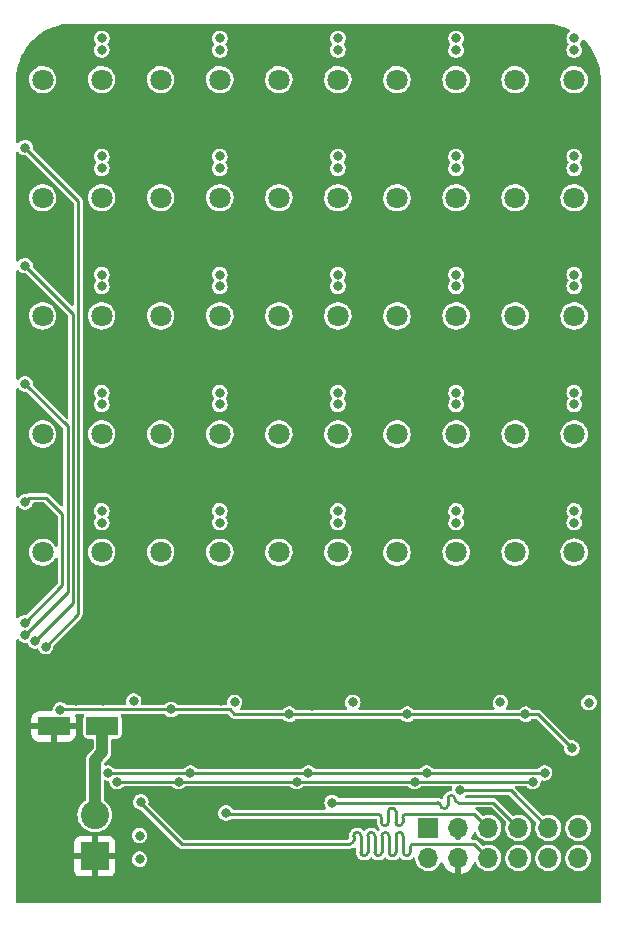
<source format=gbr>
%TF.GenerationSoftware,KiCad,Pcbnew,6.0.4-6f826c9f35~116~ubuntu20.04.1*%
%TF.CreationDate,2022-04-05T21:11:35+02:00*%
%TF.ProjectId,PhasedArray,50686173-6564-4417-9272-61792e6b6963,rev?*%
%TF.SameCoordinates,Original*%
%TF.FileFunction,Copper,L4,Bot*%
%TF.FilePolarity,Positive*%
%FSLAX46Y46*%
G04 Gerber Fmt 4.6, Leading zero omitted, Abs format (unit mm)*
G04 Created by KiCad (PCBNEW 6.0.4-6f826c9f35~116~ubuntu20.04.1) date 2022-04-05 21:11:35*
%MOMM*%
%LPD*%
G01*
G04 APERTURE LIST*
G04 Aperture macros list*
%AMRoundRect*
0 Rectangle with rounded corners*
0 $1 Rounding radius*
0 $2 $3 $4 $5 $6 $7 $8 $9 X,Y pos of 4 corners*
0 Add a 4 corners polygon primitive as box body*
4,1,4,$2,$3,$4,$5,$6,$7,$8,$9,$2,$3,0*
0 Add four circle primitives for the rounded corners*
1,1,$1+$1,$2,$3*
1,1,$1+$1,$4,$5*
1,1,$1+$1,$6,$7*
1,1,$1+$1,$8,$9*
0 Add four rect primitives between the rounded corners*
20,1,$1+$1,$2,$3,$4,$5,0*
20,1,$1+$1,$4,$5,$6,$7,0*
20,1,$1+$1,$6,$7,$8,$9,0*
20,1,$1+$1,$8,$9,$2,$3,0*%
G04 Aperture macros list end*
%TA.AperFunction,ComponentPad*%
%ADD10C,1.800000*%
%TD*%
%TA.AperFunction,ComponentPad*%
%ADD11R,2.400000X2.400000*%
%TD*%
%TA.AperFunction,ComponentPad*%
%ADD12C,2.400000*%
%TD*%
%TA.AperFunction,SMDPad,CuDef*%
%ADD13RoundRect,0.250000X1.137500X0.550000X-1.137500X0.550000X-1.137500X-0.550000X1.137500X-0.550000X0*%
%TD*%
%TA.AperFunction,ComponentPad*%
%ADD14R,1.700000X1.700000*%
%TD*%
%TA.AperFunction,ComponentPad*%
%ADD15O,1.700000X1.700000*%
%TD*%
%TA.AperFunction,ViaPad*%
%ADD16C,0.800000*%
%TD*%
%TA.AperFunction,Conductor*%
%ADD17C,1.000000*%
%TD*%
%TA.AperFunction,Conductor*%
%ADD18C,0.250000*%
%TD*%
G04 APERTURE END LIST*
D10*
%TO.P,LS3,1,1*%
%TO.N,Net-(LS3-Pad1)*%
X157500000Y-50000000D03*
%TO.P,LS3,2,2*%
%TO.N,Net-(LS3-Pad2)*%
X152500000Y-50000000D03*
%TD*%
%TO.P,LS25,1,1*%
%TO.N,Net-(LS25-Pad1)*%
X117500000Y-30000000D03*
%TO.P,LS25,2,2*%
%TO.N,Net-(LS25-Pad2)*%
X112500000Y-30000000D03*
%TD*%
%TO.P,LS18,1,1*%
%TO.N,Net-(LS18-Pad1)*%
X147500000Y-30000000D03*
%TO.P,LS18,2,2*%
%TO.N,Net-(LS18-Pad2)*%
X142500000Y-30000000D03*
%TD*%
%TO.P,LS16,1,1*%
%TO.N,Net-(LS16-Pad1)*%
X127500000Y-40000000D03*
%TO.P,LS16,2,2*%
%TO.N,Net-(LS16-Pad2)*%
X122500000Y-40000000D03*
%TD*%
%TO.P,LS23,1,1*%
%TO.N,Net-(LS23-Pad1)*%
X117500000Y-50000000D03*
%TO.P,LS23,2,2*%
%TO.N,Net-(LS23-Pad2)*%
X112500000Y-50000000D03*
%TD*%
D11*
%TO.P,J3,1,Pin_1*%
%TO.N,GND*%
X116900000Y-95750000D03*
D12*
%TO.P,J3,2,Pin_2*%
%TO.N,+15V*%
X116900000Y-92250000D03*
%TD*%
D10*
%TO.P,LS12,1,1*%
%TO.N,Net-(LS12-Pad1)*%
X137500000Y-40000000D03*
%TO.P,LS12,2,2*%
%TO.N,Net-(LS12-Pad2)*%
X132500000Y-40000000D03*
%TD*%
%TO.P,LS9,1,1*%
%TO.N,Net-(LS9-Pad1)*%
X137500000Y-70000000D03*
%TO.P,LS9,2,2*%
%TO.N,Net-(LS9-Pad2)*%
X132500000Y-70000000D03*
%TD*%
%TO.P,LS24,1,1*%
%TO.N,Net-(LS24-Pad1)*%
X117500000Y-40000000D03*
%TO.P,LS24,2,2*%
%TO.N,Net-(LS24-Pad2)*%
X112500000Y-40000000D03*
%TD*%
%TO.P,LS10,1,1*%
%TO.N,Net-(LS10-Pad1)*%
X137500000Y-60000000D03*
%TO.P,LS10,2,2*%
%TO.N,Net-(LS10-Pad2)*%
X132500000Y-60000000D03*
%TD*%
%TO.P,LS15,1,1*%
%TO.N,Net-(LS15-Pad1)*%
X127500000Y-50000000D03*
%TO.P,LS15,2,2*%
%TO.N,Net-(LS15-Pad2)*%
X122500000Y-50000000D03*
%TD*%
%TO.P,LS22,1,1*%
%TO.N,Net-(LS22-Pad1)*%
X117500000Y-60000000D03*
%TO.P,LS22,2,2*%
%TO.N,Net-(LS22-Pad2)*%
X112500000Y-60000000D03*
%TD*%
%TO.P,LS2,1,1*%
%TO.N,Net-(LS2-Pad1)*%
X157500000Y-60000000D03*
%TO.P,LS2,2,2*%
%TO.N,Net-(LS2-Pad2)*%
X152500000Y-60000000D03*
%TD*%
%TO.P,LS4,1,1*%
%TO.N,Net-(LS4-Pad1)*%
X157500000Y-40000000D03*
%TO.P,LS4,2,2*%
%TO.N,Net-(LS4-Pad2)*%
X152500000Y-40000000D03*
%TD*%
%TO.P,LS8,1,1*%
%TO.N,Net-(LS8-Pad1)*%
X147500000Y-40000000D03*
%TO.P,LS8,2,2*%
%TO.N,Net-(LS8-Pad2)*%
X142500000Y-40000000D03*
%TD*%
%TO.P,LS1,1,1*%
%TO.N,Net-(LS1-Pad1)*%
X157500000Y-70000000D03*
%TO.P,LS1,2,2*%
%TO.N,Net-(LS1-Pad2)*%
X152500000Y-70000000D03*
%TD*%
%TO.P,LS11,1,1*%
%TO.N,Net-(LS11-Pad1)*%
X137500000Y-50000000D03*
%TO.P,LS11,2,2*%
%TO.N,Net-(LS11-Pad2)*%
X132500000Y-50000000D03*
%TD*%
%TO.P,LS20,1,1*%
%TO.N,Net-(LS20-Pad1)*%
X127500000Y-30000000D03*
%TO.P,LS20,2,2*%
%TO.N,Net-(LS20-Pad2)*%
X122500000Y-30000000D03*
%TD*%
%TO.P,LS13,1,1*%
%TO.N,Net-(LS13-Pad1)*%
X127500000Y-70000000D03*
%TO.P,LS13,2,2*%
%TO.N,Net-(LS13-Pad2)*%
X122500000Y-70000000D03*
%TD*%
%TO.P,LS6,1,1*%
%TO.N,Net-(LS6-Pad1)*%
X147500000Y-60000000D03*
%TO.P,LS6,2,2*%
%TO.N,Net-(LS6-Pad2)*%
X142500000Y-60000000D03*
%TD*%
%TO.P,LS19,1,1*%
%TO.N,Net-(LS19-Pad1)*%
X137500000Y-30000000D03*
%TO.P,LS19,2,2*%
%TO.N,Net-(LS19-Pad2)*%
X132500000Y-30000000D03*
%TD*%
%TO.P,LS5,1,1*%
%TO.N,Net-(LS5-Pad1)*%
X147500000Y-70000000D03*
%TO.P,LS5,2,2*%
%TO.N,Net-(LS5-Pad2)*%
X142500000Y-70000000D03*
%TD*%
D13*
%TO.P,C59,1*%
%TO.N,+15V*%
X117562500Y-84750000D03*
%TO.P,C59,2*%
%TO.N,GND*%
X113437500Y-84750000D03*
%TD*%
D10*
%TO.P,LS21,1,1*%
%TO.N,Net-(LS21-Pad1)*%
X117500000Y-70000000D03*
%TO.P,LS21,2,2*%
%TO.N,Net-(LS21-Pad2)*%
X112500000Y-70000000D03*
%TD*%
D14*
%TO.P,J2,1,Pin_1*%
%TO.N,+3V3*%
X145150000Y-93350000D03*
D15*
%TO.P,J2,2,Pin_2*%
X145150000Y-95890000D03*
%TO.P,J2,3,Pin_3*%
%TO.N,GND*%
X147690000Y-93350000D03*
%TO.P,J2,4,Pin_4*%
X147690000Y-95890000D03*
%TO.P,J2,5,Pin_5*%
%TO.N,SER3*%
X150230000Y-93350000D03*
%TO.P,J2,6,Pin_6*%
%TO.N,SER4*%
X150230000Y-95890000D03*
%TO.P,J2,7,Pin_7*%
%TO.N,SER2*%
X152770000Y-93350000D03*
%TO.P,J2,8,Pin_8*%
%TO.N,RESET*%
X152770000Y-95890000D03*
%TO.P,J2,9,Pin_9*%
%TO.N,SER1*%
X155310000Y-93350000D03*
%TO.P,J2,10,Pin_10*%
%TO.N,CLK*%
X155310000Y-95890000D03*
%TO.P,J2,11,Pin_11*%
%TO.N,SER0*%
X157850000Y-93350000D03*
%TO.P,J2,12,Pin_12*%
%TO.N,LOAD*%
X157850000Y-95890000D03*
%TD*%
D10*
%TO.P,LS14,1,1*%
%TO.N,Net-(LS14-Pad1)*%
X127500000Y-60000000D03*
%TO.P,LS14,2,2*%
%TO.N,Net-(LS14-Pad2)*%
X122500000Y-60000000D03*
%TD*%
%TO.P,LS7,1,1*%
%TO.N,Net-(LS7-Pad1)*%
X147500000Y-50000000D03*
%TO.P,LS7,2,2*%
%TO.N,Net-(LS7-Pad2)*%
X142500000Y-50000000D03*
%TD*%
%TO.P,LS17,1,1*%
%TO.N,Net-(LS17-Pad1)*%
X157500000Y-30000000D03*
%TO.P,LS17,2,2*%
%TO.N,Net-(LS17-Pad2)*%
X152500000Y-30000000D03*
%TD*%
D16*
%TO.N,+15V*%
X117562500Y-86537500D03*
%TO.N,GND*%
X122000000Y-87400000D03*
X128000000Y-87300000D03*
X132100000Y-87200000D03*
X139000000Y-87300000D03*
X142400000Y-87300000D03*
X149500000Y-87500000D03*
X152300000Y-87500000D03*
X145100000Y-90300000D03*
X141300000Y-90300000D03*
X137400000Y-93400000D03*
X134000000Y-91000000D03*
X134300000Y-93500000D03*
X128200000Y-93400000D03*
X125600000Y-93200000D03*
X122300000Y-90600000D03*
X119400000Y-93500000D03*
X125400000Y-96000000D03*
X128100000Y-96200000D03*
X132400000Y-96200000D03*
X135700000Y-95900000D03*
X138100000Y-96900000D03*
X142600000Y-97200000D03*
X144200000Y-98400000D03*
X147700000Y-98300000D03*
X152100000Y-98100000D03*
X155500000Y-98000000D03*
X158200000Y-97900000D03*
X158700000Y-90500000D03*
X155500000Y-91100000D03*
X157700000Y-88400000D03*
X138600000Y-90300000D03*
X130700000Y-90800000D03*
X130900000Y-93500000D03*
%TO.N,CLK*%
X154000000Y-89424500D03*
%TO.N,+15V*%
X147500000Y-67500000D03*
X117500000Y-36500000D03*
X117500000Y-37500000D03*
X137500000Y-36500000D03*
X157500000Y-37500000D03*
X117500000Y-26500000D03*
X157500000Y-47500000D03*
X120700000Y-96000000D03*
X127500000Y-37500000D03*
X137500000Y-26500000D03*
X117500000Y-27500000D03*
X147500000Y-36500000D03*
X117500000Y-67500000D03*
X127500000Y-47500000D03*
X137500000Y-67500000D03*
X157500000Y-67500000D03*
X127500000Y-57500000D03*
X137500000Y-46500000D03*
X157500000Y-57500000D03*
X137500000Y-57500000D03*
X127500000Y-26500000D03*
X157500000Y-56500000D03*
X137500000Y-66500000D03*
X157500000Y-26500000D03*
X127500000Y-56500000D03*
X120700000Y-94000000D03*
X147500000Y-57500000D03*
X127500000Y-36500000D03*
X157500000Y-27500000D03*
X127500000Y-67500000D03*
X137500000Y-27500000D03*
X147500000Y-56500000D03*
X117500000Y-56500000D03*
X137500000Y-37500000D03*
X157500000Y-66500000D03*
X147500000Y-27500000D03*
X157500000Y-46500000D03*
X117500000Y-47500000D03*
X147500000Y-37500000D03*
X147500000Y-47500000D03*
X147500000Y-46500000D03*
X117500000Y-57500000D03*
X127500000Y-66500000D03*
X127500000Y-46500000D03*
X137500000Y-56500000D03*
X127500000Y-27500000D03*
X147500000Y-26500000D03*
X117500000Y-46500000D03*
X137500000Y-47500000D03*
X147500000Y-66500000D03*
X117500000Y-66500000D03*
X157500000Y-36500000D03*
%TO.N,GND*%
X112750000Y-68500000D03*
X140200000Y-85200000D03*
X142250000Y-47000000D03*
X140500000Y-33500000D03*
X130200000Y-85200000D03*
X111000000Y-73500000D03*
X132500000Y-48250000D03*
X127600000Y-82600000D03*
X122500000Y-58250000D03*
X120750000Y-54750000D03*
X110750000Y-33500000D03*
X133250000Y-81000000D03*
X124200000Y-74600000D03*
X134357069Y-64750000D03*
X140500000Y-34500000D03*
X152500000Y-58250000D03*
X122500000Y-37000000D03*
X122250000Y-81000000D03*
X132250000Y-38250000D03*
X140750000Y-54500000D03*
X152250000Y-47000000D03*
X144050036Y-74680500D03*
X132250000Y-81000000D03*
X120500000Y-43500000D03*
X110750000Y-34750000D03*
X122500000Y-27000000D03*
X122500000Y-38250000D03*
X142250000Y-57000000D03*
X132250000Y-37000000D03*
X110750000Y-53500000D03*
X150750000Y-53500000D03*
X125300000Y-82500000D03*
X120000000Y-86200000D03*
X111750000Y-38000000D03*
X112250000Y-27000000D03*
X112500000Y-67500000D03*
X142250000Y-81000000D03*
X142250000Y-48250000D03*
X150750000Y-43500000D03*
X158500000Y-81500000D03*
X111000000Y-57250000D03*
X115300000Y-82600000D03*
X112250000Y-28250000D03*
X158800000Y-86400000D03*
X120500000Y-44500000D03*
X135300000Y-83000000D03*
X132250000Y-67000000D03*
X113250000Y-81000000D03*
X130500000Y-33250000D03*
X110750000Y-44750000D03*
X142500000Y-68250000D03*
X120500000Y-33500000D03*
X132250000Y-57000000D03*
X144061534Y-73558884D03*
X112000000Y-58250000D03*
X152250000Y-37000000D03*
X110750000Y-63500000D03*
X142250000Y-37000000D03*
X145492990Y-82775500D03*
X152500000Y-57000000D03*
X150750000Y-33500000D03*
X112250000Y-81000000D03*
X134200000Y-74600000D03*
X110750000Y-54750000D03*
X132400000Y-82600000D03*
X124200000Y-64750000D03*
X150000000Y-85750000D03*
X134357069Y-63500000D03*
X112500000Y-66500000D03*
X152250000Y-27000000D03*
X142250000Y-28000000D03*
X122500000Y-47000000D03*
X154146500Y-73500000D03*
X154165804Y-74680500D03*
X152250000Y-81000000D03*
X110750000Y-64750000D03*
X140500000Y-44500000D03*
X142250000Y-27000000D03*
X142600000Y-82600000D03*
X144000000Y-63500000D03*
X151148149Y-64750000D03*
X150750000Y-44500000D03*
X151148149Y-63500000D03*
X137600000Y-82600000D03*
X134200000Y-73600000D03*
X132250000Y-27000000D03*
X153250000Y-81000000D03*
X130750000Y-53500000D03*
X111500000Y-47500000D03*
X142500000Y-67000000D03*
X142250000Y-38250000D03*
X120750000Y-53500000D03*
X157500000Y-76500000D03*
X147600000Y-82600000D03*
X110750000Y-43500000D03*
X140500000Y-43250000D03*
X123250000Y-81000000D03*
X120500000Y-34500000D03*
X142250000Y-58250000D03*
X132250000Y-58250000D03*
X152250000Y-28250000D03*
X130500000Y-43500000D03*
X150750000Y-34500000D03*
X122500000Y-28250000D03*
X122500000Y-48250000D03*
X140750000Y-53250000D03*
X143250000Y-81000000D03*
X144000000Y-64750000D03*
X122500000Y-68250000D03*
X132500000Y-47000000D03*
X130500000Y-44500000D03*
X152000000Y-68250000D03*
X124200000Y-63500000D03*
X111000000Y-74750000D03*
X132250000Y-68250000D03*
X124200000Y-73600000D03*
X152250000Y-38250000D03*
X112250000Y-48250000D03*
X122500000Y-67000000D03*
X117600000Y-82600000D03*
X122500000Y-57000000D03*
X130500000Y-34500000D03*
X152250000Y-48000000D03*
X132250000Y-28250000D03*
X130750000Y-54750000D03*
X152000000Y-67250000D03*
X150750000Y-54500000D03*
X155750000Y-82800000D03*
%TO.N,+3V3*%
X120200000Y-82600000D03*
X158750000Y-82750000D03*
X128750000Y-82726500D03*
X138750000Y-82726500D03*
X151250000Y-82726500D03*
%TO.N,SER3*%
X128000000Y-92100000D03*
%TO.N,RESET*%
X143375489Y-83724511D03*
X133375489Y-83724511D03*
X157300000Y-86600000D03*
X153375489Y-83724511D03*
X123375489Y-83324511D03*
X114000000Y-83350500D03*
%TO.N,SER2*%
X137000000Y-91200000D03*
%TO.N,LOAD*%
X125000000Y-88700000D03*
X145000000Y-88700000D03*
X135000000Y-88700000D03*
X117999500Y-88700000D03*
X155000000Y-88700000D03*
%TO.N,SER1*%
X147824745Y-90172142D03*
%TO.N,CLK*%
X124000000Y-89424500D03*
X134000000Y-89424500D03*
X118800000Y-89424500D03*
X144000000Y-89424500D03*
%TO.N,SER4*%
X120800000Y-91150500D03*
%TO.N,input41*%
X110986825Y-75988577D03*
X111000000Y-65750000D03*
%TO.N,input42*%
X111000000Y-77000000D03*
X111000000Y-55750000D03*
%TO.N,input43*%
X111000000Y-45750000D03*
X111857015Y-77514326D03*
%TO.N,input44*%
X111000000Y-35750000D03*
X112750000Y-78000000D03*
%TD*%
D17*
%TO.N,+15V*%
X117562500Y-86537500D02*
X117562500Y-84750000D01*
D18*
%TO.N,input41*%
X110986825Y-75988577D02*
X114151440Y-72823962D01*
X114151440Y-72823962D02*
X114151440Y-66750000D01*
X114151440Y-66750000D02*
X112801440Y-65400000D01*
X112801440Y-65400000D02*
X111350000Y-65400000D01*
X111350000Y-65400000D02*
X111000000Y-65750000D01*
%TO.N,SER4*%
X139415489Y-94015489D02*
X139415489Y-94715489D01*
X124266489Y-94715489D02*
X138515489Y-94715489D01*
X138815489Y-94415489D02*
X138815489Y-94015489D01*
X143315489Y-95715511D02*
G75*
G02*
X143015489Y-95415489I11J300011D01*
G01*
X143015511Y-94015489D02*
G75*
G03*
X142715489Y-93715489I-300011J-11D01*
G01*
X142115489Y-95715511D02*
G75*
G02*
X141815489Y-95415489I11J300011D01*
G01*
X141515489Y-93715489D02*
G75*
G03*
X141215489Y-94015489I11J-300011D01*
G01*
X141815511Y-94015489D02*
G75*
G03*
X141515489Y-93715489I-300011J-11D01*
G01*
X120800000Y-91150500D02*
X120800000Y-91249000D01*
X139415511Y-94015489D02*
G75*
G03*
X139115489Y-93715489I-300011J-11D01*
G01*
X140015489Y-95415489D02*
X140015489Y-94715489D01*
X143915489Y-94715489D02*
G75*
G03*
X143615489Y-95015489I11J-300011D01*
G01*
X143615489Y-95415489D02*
G75*
G02*
X143315489Y-95715489I-299989J-11D01*
G01*
X140015489Y-95415489D02*
G75*
G02*
X139715489Y-95715489I-299989J-11D01*
G01*
X142715489Y-93715489D02*
G75*
G03*
X142415489Y-94015489I11J-300011D01*
G01*
X140615511Y-94015489D02*
G75*
G03*
X140315489Y-93715489I-300011J-11D01*
G01*
X138815489Y-94415489D02*
G75*
G02*
X138515489Y-94715489I-299989J-11D01*
G01*
X143015489Y-95015489D02*
X143015489Y-95415489D01*
X139415489Y-94715489D02*
X139415489Y-95415489D01*
X141215489Y-95415489D02*
G75*
G02*
X140915489Y-95715489I-299989J-11D01*
G01*
X140915489Y-95715511D02*
G75*
G02*
X140615489Y-95415489I11J300011D01*
G01*
X141215489Y-95415489D02*
X141215489Y-94715489D01*
X142415489Y-95415489D02*
G75*
G02*
X142115489Y-95715489I-299989J-11D01*
G01*
X139115489Y-93715489D02*
G75*
G03*
X138815489Y-94015489I11J-300011D01*
G01*
X120800000Y-91249000D02*
X124266489Y-94715489D01*
X139715489Y-95715511D02*
G75*
G02*
X139415489Y-95415489I11J300011D01*
G01*
X140315489Y-93715489D02*
G75*
G03*
X140015489Y-94015489I11J-300011D01*
G01*
X140015489Y-94715489D02*
X140015489Y-94015489D01*
X142415489Y-95415489D02*
X142415489Y-94715489D01*
X140615489Y-94015489D02*
X140615489Y-94715489D01*
X140615489Y-94715489D02*
X140615489Y-95415489D01*
X141215489Y-94715489D02*
X141215489Y-94015489D01*
X141815489Y-94015489D02*
X141815489Y-94715489D01*
X141815489Y-94715489D02*
X141815489Y-95415489D01*
X142415489Y-94715489D02*
X142415489Y-94015489D01*
X143015489Y-94015489D02*
X143015489Y-95015489D01*
X143615489Y-95415489D02*
X143615489Y-95015489D01*
X143915489Y-94715489D02*
X149055489Y-94715489D01*
X149055489Y-94715489D02*
X150230000Y-95890000D01*
%TO.N,SER3*%
X128000000Y-92100000D02*
X128075489Y-92175489D01*
X128075489Y-92175489D02*
X140875489Y-92175489D01*
X143275489Y-92175489D02*
G75*
G03*
X142975489Y-92475489I11J-300011D01*
G01*
X142975489Y-92875489D02*
G75*
G02*
X142675489Y-93175489I-299989J-11D01*
G01*
X141175489Y-92475489D02*
X141175489Y-92875489D01*
X141775489Y-92175489D02*
X141775489Y-91925489D01*
X142025489Y-91675489D02*
G75*
G03*
X141775489Y-91925489I11J-250011D01*
G01*
X141175511Y-92475489D02*
G75*
G03*
X140875489Y-92175489I-300011J-11D01*
G01*
X142975489Y-92875489D02*
X142975489Y-92475489D01*
X141775489Y-92875489D02*
G75*
G02*
X141475489Y-93175489I-299989J-11D01*
G01*
X142025489Y-91675489D02*
X142125489Y-91675489D01*
X141475489Y-93175511D02*
G75*
G02*
X141175489Y-92875489I11J300011D01*
G01*
X142675489Y-93175511D02*
G75*
G02*
X142375489Y-92875489I11J300011D01*
G01*
X141775489Y-92875489D02*
X141775489Y-92175489D01*
X142375511Y-91925489D02*
G75*
G03*
X142125489Y-91675489I-250011J-11D01*
G01*
X142375489Y-91925489D02*
X142375489Y-92475489D01*
X142375489Y-92475489D02*
X142375489Y-92875489D01*
X143275489Y-92175489D02*
X149055489Y-92175489D01*
X149055489Y-92175489D02*
X150230000Y-93350000D01*
%TO.N,SER2*%
X146800000Y-91450000D02*
X146800000Y-91200000D01*
X146450000Y-91700000D02*
X146550000Y-91700000D01*
X137000000Y-91200000D02*
X145950000Y-91200000D01*
X147700000Y-91200000D02*
G75*
G02*
X147400000Y-90900000I0J300000D01*
G01*
X147400000Y-90900000D02*
G75*
G03*
X147100000Y-90600000I-300000J0D01*
G01*
X147100000Y-90600000D02*
G75*
G03*
X146800000Y-90900000I0J-300000D01*
G01*
X146800000Y-91200000D02*
X146800000Y-90900000D01*
X146800000Y-91450000D02*
G75*
G02*
X146550000Y-91700000I-250000J0D01*
G01*
X146450000Y-91700000D02*
G75*
G02*
X146200000Y-91450000I0J250000D01*
G01*
X146200000Y-91450000D02*
G75*
G03*
X145950000Y-91200000I-250000J0D01*
G01*
X147700000Y-91200000D02*
X150620000Y-91200000D01*
X150620000Y-91200000D02*
X152770000Y-93350000D01*
%TO.N,SER1*%
X147824745Y-90172142D02*
X147847887Y-90149000D01*
X147847887Y-90149000D02*
X152109000Y-90149000D01*
X152109000Y-90149000D02*
X155310000Y-93350000D01*
%TO.N,CLK*%
X144000000Y-89424500D02*
X154000000Y-89424500D01*
D17*
%TO.N,+15V*%
X116900000Y-92250000D02*
X116900000Y-87600000D01*
X117562500Y-86937500D02*
X117562500Y-86537500D01*
X116900000Y-87600000D02*
X117562500Y-86937500D01*
D18*
%TO.N,RESET*%
X114025989Y-83324511D02*
X123375489Y-83324511D01*
X128323397Y-83324511D02*
X123375489Y-83324511D01*
X128723397Y-83724511D02*
X128323397Y-83324511D01*
X154424511Y-83724511D02*
X153375489Y-83724511D01*
X133375489Y-83724511D02*
X128723397Y-83724511D01*
X157300000Y-86600000D02*
X154424511Y-83724511D01*
X153375489Y-83724511D02*
X143375489Y-83724511D01*
X143375489Y-83724511D02*
X133375489Y-83724511D01*
X114000000Y-83350500D02*
X114025989Y-83324511D01*
%TO.N,LOAD*%
X117999500Y-88700000D02*
X125000000Y-88700000D01*
X145000000Y-88700000D02*
X155000000Y-88700000D01*
X125000000Y-88700000D02*
X135000000Y-88700000D01*
X135000000Y-88700000D02*
X145000000Y-88700000D01*
%TO.N,CLK*%
X118800000Y-89424500D02*
X124000000Y-89424500D01*
X124000000Y-89424500D02*
X134000000Y-89424500D01*
X134000000Y-89424500D02*
X144000000Y-89424500D01*
%TO.N,input42*%
X114600960Y-59350960D02*
X111000000Y-55750000D01*
X111000000Y-77000000D02*
X114600960Y-73399040D01*
X114600960Y-73399040D02*
X114600960Y-59350960D01*
%TO.N,input43*%
X115050480Y-74320861D02*
X115050480Y-49800480D01*
X111857015Y-77514326D02*
X115050480Y-74320861D01*
X115050480Y-49800480D02*
X111000000Y-45750000D01*
%TO.N,input44*%
X115500000Y-40250000D02*
X111000000Y-35750000D01*
X112750000Y-78000000D02*
X115500000Y-75250000D01*
X115500000Y-75250000D02*
X115500000Y-40250000D01*
%TD*%
%TA.AperFunction,Conductor*%
%TO.N,GND*%
G36*
X154987103Y-25256921D02*
G01*
X155000000Y-25259486D01*
X155012170Y-25257065D01*
X155022599Y-25257065D01*
X155035735Y-25256060D01*
X155356412Y-25270061D01*
X155408103Y-25272318D01*
X155419051Y-25273276D01*
X155818604Y-25325878D01*
X155829413Y-25327785D01*
X156222854Y-25415008D01*
X156233471Y-25417853D01*
X156617813Y-25539036D01*
X156628128Y-25542789D01*
X157000468Y-25697017D01*
X157010403Y-25701650D01*
X157102769Y-25749733D01*
X157153954Y-25798928D01*
X157170419Y-25867989D01*
X157146932Y-25934988D01*
X157127416Y-25956443D01*
X157010039Y-26058838D01*
X156918950Y-26188444D01*
X156861406Y-26336037D01*
X156860414Y-26343570D01*
X156860414Y-26343571D01*
X156857139Y-26368452D01*
X156840729Y-26493096D01*
X156849421Y-26571825D01*
X156853836Y-26611810D01*
X156858113Y-26650553D01*
X156860723Y-26657684D01*
X156860723Y-26657686D01*
X156901773Y-26769860D01*
X156912553Y-26799319D01*
X156916789Y-26805622D01*
X156916789Y-26805623D01*
X157000908Y-26930805D01*
X156998109Y-26932686D01*
X157021235Y-26983528D01*
X157011026Y-27053787D01*
X156999580Y-27073720D01*
X156918950Y-27188444D01*
X156861406Y-27336037D01*
X156840729Y-27493096D01*
X156858113Y-27650553D01*
X156912553Y-27799319D01*
X157000908Y-27930805D01*
X157006527Y-27935918D01*
X157006528Y-27935919D01*
X157017903Y-27946269D01*
X157118076Y-28037419D01*
X157257293Y-28113008D01*
X157410522Y-28153207D01*
X157494477Y-28154526D01*
X157561319Y-28155576D01*
X157561322Y-28155576D01*
X157568916Y-28155695D01*
X157723332Y-28120329D01*
X157793742Y-28084917D01*
X157858072Y-28052563D01*
X157858075Y-28052561D01*
X157864855Y-28049151D01*
X157870626Y-28044222D01*
X157870629Y-28044220D01*
X157979536Y-27951204D01*
X157979536Y-27951203D01*
X157985314Y-27946269D01*
X158077755Y-27817624D01*
X158136842Y-27670641D01*
X158159162Y-27513807D01*
X158159307Y-27500000D01*
X158140276Y-27342733D01*
X158084280Y-27194546D01*
X157998839Y-27070228D01*
X157976739Y-27002759D01*
X157994625Y-26934052D01*
X158000349Y-26925345D01*
X158077755Y-26817624D01*
X158080589Y-26810575D01*
X158080592Y-26810569D01*
X158135555Y-26673843D01*
X158179521Y-26618098D01*
X158246646Y-26594973D01*
X158315618Y-26611810D01*
X158337589Y-26627944D01*
X158351521Y-26640711D01*
X158359291Y-26648481D01*
X158386061Y-26677695D01*
X158631555Y-26945603D01*
X158638607Y-26954007D01*
X158719046Y-27058838D01*
X158883941Y-27273734D01*
X158890245Y-27282738D01*
X159106770Y-27622613D01*
X159112265Y-27632132D01*
X159212041Y-27823798D01*
X159298341Y-27989579D01*
X159302983Y-27999532D01*
X159424296Y-28292408D01*
X159457208Y-28371865D01*
X159460967Y-28382194D01*
X159582147Y-28766528D01*
X159584992Y-28777145D01*
X159647485Y-29059032D01*
X159672214Y-29170579D01*
X159674122Y-29181396D01*
X159676820Y-29201890D01*
X159726724Y-29580948D01*
X159727682Y-29591898D01*
X159743940Y-29964265D01*
X159742935Y-29977401D01*
X159742935Y-29987830D01*
X159740514Y-30000000D01*
X159742935Y-30012170D01*
X159743079Y-30012894D01*
X159745500Y-30037476D01*
X159745500Y-99619500D01*
X159725498Y-99687621D01*
X159671842Y-99734114D01*
X159619500Y-99745500D01*
X110380500Y-99745500D01*
X110312379Y-99725498D01*
X110265886Y-99671842D01*
X110254500Y-99619500D01*
X110254500Y-96994669D01*
X115192001Y-96994669D01*
X115192371Y-97001490D01*
X115197895Y-97052352D01*
X115201521Y-97067604D01*
X115246676Y-97188054D01*
X115255214Y-97203649D01*
X115331715Y-97305724D01*
X115344276Y-97318285D01*
X115446351Y-97394786D01*
X115461946Y-97403324D01*
X115582394Y-97448478D01*
X115597649Y-97452105D01*
X115648514Y-97457631D01*
X115655328Y-97458000D01*
X116627885Y-97458000D01*
X116643124Y-97453525D01*
X116644329Y-97452135D01*
X116646000Y-97444452D01*
X116646000Y-97439884D01*
X117154000Y-97439884D01*
X117158475Y-97455123D01*
X117159865Y-97456328D01*
X117167548Y-97457999D01*
X118144669Y-97457999D01*
X118151490Y-97457629D01*
X118202352Y-97452105D01*
X118217604Y-97448479D01*
X118338054Y-97403324D01*
X118353649Y-97394786D01*
X118455724Y-97318285D01*
X118468285Y-97305724D01*
X118544786Y-97203649D01*
X118553324Y-97188054D01*
X118598478Y-97067606D01*
X118602105Y-97052351D01*
X118607631Y-97001486D01*
X118608000Y-96994672D01*
X118608000Y-96022115D01*
X118603525Y-96006876D01*
X118602135Y-96005671D01*
X118594452Y-96004000D01*
X117172115Y-96004000D01*
X117156876Y-96008475D01*
X117155671Y-96009865D01*
X117154000Y-96017548D01*
X117154000Y-97439884D01*
X116646000Y-97439884D01*
X116646000Y-96022115D01*
X116641525Y-96006876D01*
X116640135Y-96005671D01*
X116632452Y-96004000D01*
X115210116Y-96004000D01*
X115194877Y-96008475D01*
X115193672Y-96009865D01*
X115192001Y-96017548D01*
X115192001Y-96994669D01*
X110254500Y-96994669D01*
X110254500Y-95993096D01*
X120040729Y-95993096D01*
X120047868Y-96057754D01*
X120052330Y-96098169D01*
X120058113Y-96150553D01*
X120060723Y-96157684D01*
X120060723Y-96157686D01*
X120102806Y-96272683D01*
X120112553Y-96299319D01*
X120200908Y-96430805D01*
X120206527Y-96435918D01*
X120206528Y-96435919D01*
X120297038Y-96518276D01*
X120318076Y-96537419D01*
X120457293Y-96613008D01*
X120610522Y-96653207D01*
X120694477Y-96654526D01*
X120761319Y-96655576D01*
X120761322Y-96655576D01*
X120768916Y-96655695D01*
X120923332Y-96620329D01*
X120993742Y-96584917D01*
X121058072Y-96552563D01*
X121058075Y-96552561D01*
X121064855Y-96549151D01*
X121070626Y-96544222D01*
X121070629Y-96544220D01*
X121179536Y-96451204D01*
X121179536Y-96451203D01*
X121185314Y-96446269D01*
X121277755Y-96317624D01*
X121336842Y-96170641D01*
X121347193Y-96097909D01*
X121358581Y-96017891D01*
X121358581Y-96017888D01*
X121359162Y-96013807D01*
X121359235Y-96006876D01*
X121359264Y-96004134D01*
X121359264Y-96004128D01*
X121359307Y-96000000D01*
X121340276Y-95842733D01*
X121284280Y-95694546D01*
X121194553Y-95563992D01*
X121076275Y-95458611D01*
X121068889Y-95454700D01*
X120976308Y-95405681D01*
X120936274Y-95384484D01*
X120782633Y-95345892D01*
X120775034Y-95345852D01*
X120775033Y-95345852D01*
X120709181Y-95345507D01*
X120624221Y-95345062D01*
X120616841Y-95346834D01*
X120616839Y-95346834D01*
X120477563Y-95380271D01*
X120477560Y-95380272D01*
X120470184Y-95382043D01*
X120329414Y-95454700D01*
X120210039Y-95558838D01*
X120118950Y-95688444D01*
X120061406Y-95836037D01*
X120060414Y-95843570D01*
X120060414Y-95843571D01*
X120045893Y-95953873D01*
X120040729Y-95993096D01*
X110254500Y-95993096D01*
X110254500Y-95477885D01*
X115192000Y-95477885D01*
X115196475Y-95493124D01*
X115197865Y-95494329D01*
X115205548Y-95496000D01*
X116627885Y-95496000D01*
X116643124Y-95491525D01*
X116644329Y-95490135D01*
X116646000Y-95482452D01*
X116646000Y-95477885D01*
X117154000Y-95477885D01*
X117158475Y-95493124D01*
X117159865Y-95494329D01*
X117167548Y-95496000D01*
X118589884Y-95496000D01*
X118605123Y-95491525D01*
X118606328Y-95490135D01*
X118607999Y-95482452D01*
X118607999Y-94505331D01*
X118607629Y-94498510D01*
X118602105Y-94447648D01*
X118598479Y-94432396D01*
X118553324Y-94311946D01*
X118544786Y-94296351D01*
X118468285Y-94194276D01*
X118455724Y-94181715D01*
X118353649Y-94105214D01*
X118338054Y-94096676D01*
X118217606Y-94051522D01*
X118202351Y-94047895D01*
X118151486Y-94042369D01*
X118144672Y-94042000D01*
X117172115Y-94042000D01*
X117156876Y-94046475D01*
X117155671Y-94047865D01*
X117154000Y-94055548D01*
X117154000Y-95477885D01*
X116646000Y-95477885D01*
X116646000Y-94060116D01*
X116641525Y-94044877D01*
X116640135Y-94043672D01*
X116632452Y-94042001D01*
X115655331Y-94042001D01*
X115648510Y-94042371D01*
X115597648Y-94047895D01*
X115582396Y-94051521D01*
X115461946Y-94096676D01*
X115446351Y-94105214D01*
X115344276Y-94181715D01*
X115331715Y-94194276D01*
X115255214Y-94296351D01*
X115246676Y-94311946D01*
X115201522Y-94432394D01*
X115197895Y-94447649D01*
X115192369Y-94498514D01*
X115192000Y-94505328D01*
X115192000Y-95477885D01*
X110254500Y-95477885D01*
X110254500Y-93993096D01*
X120040729Y-93993096D01*
X120047180Y-94051522D01*
X120056731Y-94138031D01*
X120058113Y-94150553D01*
X120060723Y-94157684D01*
X120060723Y-94157686D01*
X120105617Y-94280364D01*
X120112553Y-94299319D01*
X120116789Y-94305622D01*
X120116789Y-94305623D01*
X120192805Y-94418746D01*
X120200908Y-94430805D01*
X120206527Y-94435918D01*
X120206528Y-94435919D01*
X120312460Y-94532309D01*
X120318076Y-94537419D01*
X120457293Y-94613008D01*
X120610522Y-94653207D01*
X120694477Y-94654526D01*
X120761319Y-94655576D01*
X120761322Y-94655576D01*
X120768916Y-94655695D01*
X120923332Y-94620329D01*
X121013388Y-94575036D01*
X121058072Y-94552563D01*
X121058075Y-94552561D01*
X121064855Y-94549151D01*
X121070626Y-94544222D01*
X121070629Y-94544220D01*
X121179536Y-94451204D01*
X121179536Y-94451203D01*
X121185314Y-94446269D01*
X121277755Y-94317624D01*
X121336842Y-94170641D01*
X121350535Y-94074424D01*
X121358581Y-94017891D01*
X121358581Y-94017888D01*
X121359162Y-94013807D01*
X121359231Y-94007265D01*
X121359264Y-94004134D01*
X121359264Y-94004128D01*
X121359307Y-94000000D01*
X121340276Y-93842733D01*
X121284280Y-93694546D01*
X121211831Y-93589131D01*
X121198855Y-93570251D01*
X121198854Y-93570249D01*
X121194553Y-93563992D01*
X121076275Y-93458611D01*
X121068889Y-93454700D01*
X120964468Y-93399412D01*
X120936274Y-93384484D01*
X120782633Y-93345892D01*
X120775034Y-93345852D01*
X120775033Y-93345852D01*
X120709181Y-93345507D01*
X120624221Y-93345062D01*
X120616841Y-93346834D01*
X120616839Y-93346834D01*
X120477563Y-93380271D01*
X120477560Y-93380272D01*
X120470184Y-93382043D01*
X120329414Y-93454700D01*
X120210039Y-93558838D01*
X120118950Y-93688444D01*
X120061406Y-93836037D01*
X120060414Y-93843570D01*
X120060414Y-93843571D01*
X120041879Y-93984364D01*
X120040729Y-93993096D01*
X110254500Y-93993096D01*
X110254500Y-85347095D01*
X111542001Y-85347095D01*
X111542338Y-85353614D01*
X111552257Y-85449206D01*
X111555149Y-85462600D01*
X111606588Y-85616784D01*
X111612761Y-85629962D01*
X111698063Y-85767807D01*
X111707099Y-85779208D01*
X111821829Y-85893739D01*
X111833240Y-85902751D01*
X111971243Y-85987816D01*
X111984424Y-85993963D01*
X112138710Y-86045138D01*
X112152086Y-86048005D01*
X112246438Y-86057672D01*
X112252854Y-86058000D01*
X113165385Y-86058000D01*
X113180624Y-86053525D01*
X113181829Y-86052135D01*
X113183500Y-86044452D01*
X113183500Y-86039884D01*
X113691500Y-86039884D01*
X113695975Y-86055123D01*
X113697365Y-86056328D01*
X113705048Y-86057999D01*
X114622095Y-86057999D01*
X114628614Y-86057662D01*
X114724206Y-86047743D01*
X114737600Y-86044851D01*
X114891784Y-85993412D01*
X114904962Y-85987239D01*
X115042807Y-85901937D01*
X115054208Y-85892901D01*
X115168739Y-85778171D01*
X115177751Y-85766760D01*
X115262816Y-85628757D01*
X115268963Y-85615576D01*
X115320138Y-85461290D01*
X115323005Y-85447914D01*
X115332672Y-85353562D01*
X115333000Y-85347146D01*
X115333000Y-85022115D01*
X115328525Y-85006876D01*
X115327135Y-85005671D01*
X115319452Y-85004000D01*
X113709615Y-85004000D01*
X113694376Y-85008475D01*
X113693171Y-85009865D01*
X113691500Y-85017548D01*
X113691500Y-86039884D01*
X113183500Y-86039884D01*
X113183500Y-85022115D01*
X113179025Y-85006876D01*
X113177635Y-85005671D01*
X113169952Y-85004000D01*
X111560116Y-85004000D01*
X111544877Y-85008475D01*
X111543672Y-85009865D01*
X111542001Y-85017548D01*
X111542001Y-85347095D01*
X110254500Y-85347095D01*
X110254500Y-84477885D01*
X111542000Y-84477885D01*
X111546475Y-84493124D01*
X111547865Y-84494329D01*
X111555548Y-84496000D01*
X115314884Y-84496000D01*
X115330123Y-84491525D01*
X115331328Y-84490135D01*
X115332999Y-84482452D01*
X115332999Y-84152905D01*
X115332662Y-84146386D01*
X115322743Y-84050794D01*
X115319851Y-84037400D01*
X115266094Y-83876268D01*
X115267357Y-83875847D01*
X115257744Y-83813286D01*
X115286611Y-83748423D01*
X115345963Y-83709464D01*
X115382629Y-83704011D01*
X115914321Y-83704011D01*
X115982442Y-83724013D01*
X116028935Y-83777669D01*
X116039039Y-83847943D01*
X116015147Y-83905576D01*
X115983311Y-83948054D01*
X115983309Y-83948057D01*
X115977929Y-83955236D01*
X115927202Y-84090552D01*
X115926349Y-84098402D01*
X115926349Y-84098403D01*
X115925632Y-84105005D01*
X115920500Y-84152244D01*
X115920500Y-85347756D01*
X115927202Y-85409448D01*
X115977929Y-85544764D01*
X115983309Y-85551943D01*
X115983311Y-85551946D01*
X116030999Y-85615576D01*
X116064596Y-85660404D01*
X116071776Y-85665785D01*
X116173054Y-85741689D01*
X116173057Y-85741691D01*
X116180236Y-85747071D01*
X116263196Y-85778171D01*
X116308157Y-85795026D01*
X116308159Y-85795026D01*
X116315552Y-85797798D01*
X116323402Y-85798651D01*
X116323403Y-85798651D01*
X116373847Y-85804131D01*
X116377244Y-85804500D01*
X116682000Y-85804500D01*
X116750121Y-85824502D01*
X116796614Y-85878158D01*
X116808000Y-85930500D01*
X116808000Y-86572786D01*
X116787998Y-86640907D01*
X116771095Y-86661881D01*
X116413700Y-87019276D01*
X116399287Y-87031663D01*
X116381929Y-87044437D01*
X116377186Y-87050020D01*
X116347911Y-87084479D01*
X116340981Y-87091995D01*
X116335338Y-87097638D01*
X116317806Y-87119798D01*
X116315039Y-87123173D01*
X116268018Y-87178520D01*
X116264689Y-87185040D01*
X116261369Y-87190018D01*
X116258236Y-87195091D01*
X116253693Y-87200833D01*
X116250593Y-87207466D01*
X116222947Y-87266617D01*
X116221016Y-87270567D01*
X116188007Y-87335212D01*
X116186267Y-87342322D01*
X116184177Y-87347942D01*
X116182297Y-87353593D01*
X116179199Y-87360222D01*
X116177709Y-87367386D01*
X116177708Y-87367389D01*
X116164415Y-87431303D01*
X116163449Y-87435573D01*
X116146189Y-87506108D01*
X116145500Y-87517214D01*
X116145466Y-87517212D01*
X116145223Y-87521271D01*
X116144863Y-87525305D01*
X116143372Y-87532473D01*
X116143570Y-87539790D01*
X116145454Y-87609415D01*
X116145500Y-87612823D01*
X116145500Y-90934598D01*
X116125498Y-91002719D01*
X116095154Y-91035357D01*
X116093521Y-91036583D01*
X115940938Y-91151146D01*
X115931010Y-91158600D01*
X115911136Y-91179397D01*
X115775682Y-91321141D01*
X115765767Y-91331516D01*
X115762853Y-91335788D01*
X115762852Y-91335789D01*
X115757931Y-91343003D01*
X115630985Y-91529099D01*
X115613552Y-91566656D01*
X115534287Y-91737419D01*
X115530284Y-91746042D01*
X115466366Y-91976520D01*
X115465817Y-91981654D01*
X115465817Y-91981656D01*
X115462614Y-92011628D01*
X115440951Y-92214342D01*
X115441248Y-92219494D01*
X115441248Y-92219498D01*
X115445214Y-92288272D01*
X115454719Y-92453121D01*
X115455856Y-92458167D01*
X115455857Y-92458173D01*
X115483909Y-92582648D01*
X115507301Y-92686446D01*
X115597284Y-92908049D01*
X115599989Y-92912464D01*
X115599990Y-92912465D01*
X115622765Y-92949630D01*
X115722254Y-93111980D01*
X115878852Y-93292762D01*
X116062874Y-93445540D01*
X116067326Y-93448142D01*
X116067331Y-93448145D01*
X116248217Y-93553846D01*
X116269377Y-93566211D01*
X116492817Y-93651534D01*
X116497883Y-93652565D01*
X116497884Y-93652565D01*
X116552729Y-93663723D01*
X116727191Y-93699218D01*
X116861499Y-93704143D01*
X116961043Y-93707794D01*
X116961048Y-93707794D01*
X116966207Y-93707983D01*
X116971327Y-93707327D01*
X116971329Y-93707327D01*
X117198316Y-93678249D01*
X117198317Y-93678249D01*
X117203444Y-93677592D01*
X117208394Y-93676107D01*
X117427577Y-93610349D01*
X117427582Y-93610347D01*
X117432532Y-93608862D01*
X117647319Y-93503639D01*
X117651524Y-93500639D01*
X117651530Y-93500636D01*
X117837832Y-93367748D01*
X117837834Y-93367746D01*
X117842036Y-93364749D01*
X118011454Y-93195921D01*
X118151023Y-93001690D01*
X118191040Y-92920723D01*
X118254701Y-92791914D01*
X118254702Y-92791912D01*
X118256995Y-92787272D01*
X118318396Y-92585178D01*
X118325022Y-92563369D01*
X118325022Y-92563368D01*
X118326524Y-92558425D01*
X118330160Y-92530805D01*
X118357306Y-92324617D01*
X118357306Y-92324613D01*
X118357743Y-92321296D01*
X118357825Y-92317944D01*
X118359403Y-92253365D01*
X118359403Y-92253361D01*
X118359485Y-92250000D01*
X118339887Y-92011628D01*
X118288947Y-91808828D01*
X118282879Y-91784670D01*
X118282879Y-91784669D01*
X118281620Y-91779658D01*
X118200215Y-91592438D01*
X118188309Y-91565056D01*
X118188307Y-91565053D01*
X118186249Y-91560319D01*
X118056335Y-91359502D01*
X118039007Y-91340458D01*
X117898844Y-91186422D01*
X117898842Y-91186421D01*
X117895366Y-91182600D01*
X117891315Y-91179401D01*
X117891311Y-91179397D01*
X117711725Y-91037569D01*
X117707667Y-91034364D01*
X117708125Y-91033784D01*
X117665103Y-90982580D01*
X117654500Y-90931988D01*
X117654500Y-89449492D01*
X117674502Y-89381371D01*
X117728158Y-89334878D01*
X117798432Y-89324774D01*
X117812473Y-89327616D01*
X117902671Y-89351279D01*
X117902675Y-89351280D01*
X117910022Y-89353207D01*
X117973278Y-89354201D01*
X118022939Y-89354981D01*
X118090737Y-89376050D01*
X118136382Y-89430430D01*
X118146198Y-89467136D01*
X118158113Y-89575053D01*
X118212553Y-89723819D01*
X118216789Y-89730122D01*
X118216789Y-89730123D01*
X118294260Y-89845411D01*
X118300908Y-89855305D01*
X118306525Y-89860416D01*
X118306528Y-89860419D01*
X118412460Y-89956809D01*
X118418076Y-89961919D01*
X118557293Y-90037508D01*
X118710522Y-90077707D01*
X118794477Y-90079026D01*
X118861319Y-90080076D01*
X118861322Y-90080076D01*
X118868916Y-90080195D01*
X119023332Y-90044829D01*
X119096203Y-90008179D01*
X119158072Y-89977063D01*
X119158075Y-89977061D01*
X119164855Y-89973651D01*
X119170626Y-89968722D01*
X119170629Y-89968720D01*
X119279542Y-89875699D01*
X119279543Y-89875698D01*
X119285314Y-89870769D01*
X119295586Y-89856474D01*
X119351581Y-89812826D01*
X119397909Y-89804000D01*
X123400141Y-89804000D01*
X123468262Y-89824002D01*
X123495522Y-89847669D01*
X123496671Y-89849000D01*
X123500908Y-89855305D01*
X123506525Y-89860416D01*
X123612432Y-89956783D01*
X123618076Y-89961919D01*
X123757293Y-90037508D01*
X123910522Y-90077707D01*
X123994477Y-90079026D01*
X124061319Y-90080076D01*
X124061322Y-90080076D01*
X124068916Y-90080195D01*
X124223332Y-90044829D01*
X124296203Y-90008179D01*
X124358072Y-89977063D01*
X124358075Y-89977061D01*
X124364855Y-89973651D01*
X124370626Y-89968722D01*
X124370629Y-89968720D01*
X124479542Y-89875699D01*
X124479543Y-89875698D01*
X124485314Y-89870769D01*
X124495586Y-89856474D01*
X124551581Y-89812826D01*
X124597909Y-89804000D01*
X133400141Y-89804000D01*
X133468262Y-89824002D01*
X133495522Y-89847669D01*
X133496671Y-89849000D01*
X133500908Y-89855305D01*
X133506525Y-89860416D01*
X133612432Y-89956783D01*
X133618076Y-89961919D01*
X133757293Y-90037508D01*
X133910522Y-90077707D01*
X133994477Y-90079026D01*
X134061319Y-90080076D01*
X134061322Y-90080076D01*
X134068916Y-90080195D01*
X134223332Y-90044829D01*
X134296203Y-90008179D01*
X134358072Y-89977063D01*
X134358075Y-89977061D01*
X134364855Y-89973651D01*
X134370626Y-89968722D01*
X134370629Y-89968720D01*
X134479542Y-89875699D01*
X134479543Y-89875698D01*
X134485314Y-89870769D01*
X134495586Y-89856474D01*
X134551581Y-89812826D01*
X134597909Y-89804000D01*
X143400141Y-89804000D01*
X143468262Y-89824002D01*
X143495522Y-89847669D01*
X143496671Y-89849000D01*
X143500908Y-89855305D01*
X143506525Y-89860416D01*
X143612432Y-89956783D01*
X143618076Y-89961919D01*
X143757293Y-90037508D01*
X143910522Y-90077707D01*
X143994477Y-90079026D01*
X144061319Y-90080076D01*
X144061322Y-90080076D01*
X144068916Y-90080195D01*
X144223332Y-90044829D01*
X144296203Y-90008179D01*
X144358072Y-89977063D01*
X144358075Y-89977061D01*
X144364855Y-89973651D01*
X144370626Y-89968722D01*
X144370629Y-89968720D01*
X144479542Y-89875699D01*
X144479543Y-89875698D01*
X144485314Y-89870769D01*
X144495586Y-89856474D01*
X144551581Y-89812826D01*
X144597909Y-89804000D01*
X147081394Y-89804000D01*
X147149515Y-89824002D01*
X147196008Y-89877658D01*
X147206112Y-89947932D01*
X147198788Y-89975768D01*
X147186151Y-90008179D01*
X147185160Y-90015710D01*
X147185159Y-90015712D01*
X147172515Y-90111754D01*
X147143792Y-90176681D01*
X147084527Y-90215772D01*
X147061701Y-90220515D01*
X146954867Y-90232552D01*
X146954865Y-90232552D01*
X146947840Y-90233344D01*
X146803310Y-90283917D01*
X146673658Y-90365384D01*
X146565384Y-90473658D01*
X146561621Y-90479647D01*
X146561620Y-90479648D01*
X146493513Y-90588039D01*
X146483917Y-90603310D01*
X146433344Y-90747840D01*
X146432553Y-90754865D01*
X146432552Y-90754867D01*
X146428184Y-90793636D01*
X146400680Y-90859089D01*
X146342156Y-90899282D01*
X146271193Y-90901453D01*
X146235942Y-90886216D01*
X146230853Y-90883018D01*
X146230847Y-90883015D01*
X146224858Y-90879252D01*
X146111014Y-90839416D01*
X146097642Y-90834737D01*
X146097641Y-90834737D01*
X146090963Y-90832400D01*
X146041620Y-90826840D01*
X146029208Y-90824810D01*
X146023630Y-90823609D01*
X146016149Y-90820982D01*
X146010584Y-90820500D01*
X145992426Y-90820500D01*
X145978318Y-90819708D01*
X145969159Y-90818676D01*
X145963554Y-90817916D01*
X145963074Y-90817840D01*
X145950000Y-90815769D01*
X145940207Y-90817320D01*
X145940206Y-90817320D01*
X145929923Y-90818949D01*
X145910212Y-90820500D01*
X137599682Y-90820500D01*
X137531561Y-90800498D01*
X137505114Y-90774860D01*
X137503878Y-90775949D01*
X137498855Y-90770251D01*
X137494553Y-90763992D01*
X137376275Y-90658611D01*
X137368889Y-90654700D01*
X137300351Y-90618411D01*
X137236274Y-90584484D01*
X137082633Y-90545892D01*
X137075034Y-90545852D01*
X137075033Y-90545852D01*
X137009181Y-90545507D01*
X136924221Y-90545062D01*
X136916841Y-90546834D01*
X136916839Y-90546834D01*
X136777563Y-90580271D01*
X136777560Y-90580272D01*
X136770184Y-90582043D01*
X136629414Y-90654700D01*
X136510039Y-90758838D01*
X136418950Y-90888444D01*
X136393109Y-90954723D01*
X136378095Y-90993233D01*
X136361406Y-91036037D01*
X136360414Y-91043570D01*
X136360414Y-91043571D01*
X136342111Y-91182600D01*
X136340729Y-91193096D01*
X136341563Y-91200646D01*
X136355599Y-91327779D01*
X136358113Y-91350553D01*
X136360723Y-91357684D01*
X136360723Y-91357686D01*
X136408926Y-91489407D01*
X136412553Y-91499319D01*
X136416789Y-91505622D01*
X136416789Y-91505623D01*
X136480015Y-91599713D01*
X136501407Y-91667410D01*
X136482803Y-91735926D01*
X136430110Y-91783507D01*
X136375433Y-91795989D01*
X128651564Y-91795989D01*
X128583443Y-91775987D01*
X128547724Y-91741356D01*
X128498855Y-91670251D01*
X128498854Y-91670249D01*
X128494553Y-91663992D01*
X128479536Y-91650612D01*
X128420079Y-91597639D01*
X128376275Y-91558611D01*
X128368889Y-91554700D01*
X128320537Y-91529099D01*
X128236274Y-91484484D01*
X128082633Y-91445892D01*
X128075034Y-91445852D01*
X128075033Y-91445852D01*
X128009181Y-91445507D01*
X127924221Y-91445062D01*
X127916841Y-91446834D01*
X127916839Y-91446834D01*
X127777563Y-91480271D01*
X127777560Y-91480272D01*
X127770184Y-91482043D01*
X127629414Y-91554700D01*
X127510039Y-91658838D01*
X127418950Y-91788444D01*
X127396985Y-91844782D01*
X127365115Y-91926525D01*
X127361406Y-91936037D01*
X127360414Y-91943570D01*
X127360414Y-91943571D01*
X127348373Y-92035036D01*
X127340729Y-92093096D01*
X127358113Y-92250553D01*
X127360723Y-92257684D01*
X127360723Y-92257686D01*
X127394075Y-92348824D01*
X127412553Y-92399319D01*
X127416789Y-92405622D01*
X127416789Y-92405623D01*
X127457968Y-92466903D01*
X127500908Y-92530805D01*
X127506527Y-92535918D01*
X127506528Y-92535919D01*
X127612460Y-92632309D01*
X127618076Y-92637419D01*
X127757293Y-92713008D01*
X127910522Y-92753207D01*
X127994477Y-92754526D01*
X128061319Y-92755576D01*
X128061322Y-92755576D01*
X128068916Y-92755695D01*
X128223332Y-92720329D01*
X128293742Y-92684917D01*
X128358072Y-92652563D01*
X128358075Y-92652561D01*
X128364855Y-92649151D01*
X128439758Y-92585178D01*
X128504547Y-92556147D01*
X128521588Y-92554989D01*
X140669989Y-92554989D01*
X140738110Y-92574991D01*
X140784603Y-92628647D01*
X140795989Y-92680989D01*
X140795989Y-92835694D01*
X140794437Y-92855407D01*
X140791258Y-92875475D01*
X140792751Y-92884903D01*
X140792809Y-92885418D01*
X140792809Y-92885804D01*
X140793067Y-92887709D01*
X140795989Y-92913650D01*
X140800042Y-92949630D01*
X140808828Y-93027638D01*
X140811163Y-93034311D01*
X140811163Y-93034312D01*
X140857061Y-93165496D01*
X140857062Y-93165498D01*
X140859397Y-93172172D01*
X140940859Y-93301830D01*
X140945859Y-93306831D01*
X140945866Y-93306839D01*
X141015432Y-93376409D01*
X141049455Y-93438722D01*
X141044388Y-93509537D01*
X141015429Y-93554596D01*
X141004596Y-93565429D01*
X140942284Y-93599455D01*
X140871469Y-93594390D01*
X140826408Y-93565432D01*
X140815572Y-93554596D01*
X140784496Y-93523522D01*
X140746834Y-93485862D01*
X140746831Y-93485859D01*
X140741830Y-93480859D01*
X140612172Y-93399397D01*
X140605498Y-93397062D01*
X140605496Y-93397061D01*
X140474312Y-93351163D01*
X140474311Y-93351163D01*
X140467638Y-93348828D01*
X140460611Y-93348037D01*
X140460609Y-93348036D01*
X140374744Y-93338365D01*
X140327709Y-93333067D01*
X140325804Y-93332809D01*
X140325418Y-93332809D01*
X140324903Y-93332751D01*
X140315475Y-93331258D01*
X140306038Y-93332753D01*
X140305532Y-93332810D01*
X140305143Y-93332810D01*
X140303222Y-93333070D01*
X140248625Y-93339224D01*
X140163320Y-93348838D01*
X140156645Y-93351174D01*
X140156644Y-93351174D01*
X140128265Y-93361105D01*
X140018796Y-93399412D01*
X140012809Y-93403174D01*
X139930243Y-93455055D01*
X139889148Y-93480877D01*
X139804596Y-93565429D01*
X139742284Y-93599455D01*
X139671469Y-93594390D01*
X139626408Y-93565432D01*
X139615572Y-93554596D01*
X139584496Y-93523522D01*
X139546834Y-93485862D01*
X139546831Y-93485859D01*
X139541830Y-93480859D01*
X139412172Y-93399397D01*
X139405498Y-93397062D01*
X139405496Y-93397061D01*
X139274312Y-93351163D01*
X139274311Y-93351163D01*
X139267638Y-93348828D01*
X139260611Y-93348037D01*
X139260609Y-93348036D01*
X139174744Y-93338365D01*
X139127709Y-93333067D01*
X139125804Y-93332809D01*
X139125418Y-93332809D01*
X139124903Y-93332751D01*
X139115475Y-93331258D01*
X139106038Y-93332753D01*
X139105532Y-93332810D01*
X139105143Y-93332810D01*
X139103222Y-93333070D01*
X139048625Y-93339224D01*
X138963320Y-93348838D01*
X138956645Y-93351174D01*
X138956644Y-93351174D01*
X138928265Y-93361105D01*
X138818796Y-93399412D01*
X138812809Y-93403174D01*
X138730243Y-93455055D01*
X138689148Y-93480877D01*
X138580877Y-93589148D01*
X138577114Y-93595137D01*
X138577113Y-93595138D01*
X138568437Y-93608945D01*
X138499412Y-93718796D01*
X138463221Y-93822218D01*
X138453404Y-93850273D01*
X138448838Y-93863320D01*
X138448046Y-93870351D01*
X138441667Y-93926946D01*
X138439637Y-93939355D01*
X138439097Y-93941862D01*
X138436471Y-93949340D01*
X138435989Y-93954905D01*
X138435989Y-93970251D01*
X138435196Y-93984360D01*
X138434832Y-93987593D01*
X138433069Y-94003234D01*
X138432811Y-94005142D01*
X138432811Y-94005524D01*
X138432752Y-94006047D01*
X138431258Y-94015475D01*
X138432810Y-94025273D01*
X138434438Y-94035557D01*
X138435989Y-94055264D01*
X138435989Y-94209989D01*
X138415987Y-94278110D01*
X138362331Y-94324603D01*
X138309989Y-94335989D01*
X124475873Y-94335989D01*
X124407752Y-94315987D01*
X124386778Y-94299084D01*
X121477871Y-91390177D01*
X121443845Y-91327865D01*
X121442223Y-91283329D01*
X121458581Y-91168391D01*
X121458581Y-91168388D01*
X121459162Y-91164307D01*
X121459307Y-91150500D01*
X121440276Y-90993233D01*
X121384280Y-90845046D01*
X121370372Y-90824810D01*
X121298855Y-90720751D01*
X121298854Y-90720749D01*
X121294553Y-90714492D01*
X121176275Y-90609111D01*
X121168889Y-90605200D01*
X121058655Y-90546834D01*
X121036274Y-90534984D01*
X120882633Y-90496392D01*
X120875034Y-90496352D01*
X120875033Y-90496352D01*
X120809181Y-90496007D01*
X120724221Y-90495562D01*
X120716841Y-90497334D01*
X120716839Y-90497334D01*
X120577563Y-90530771D01*
X120577560Y-90530772D01*
X120570184Y-90532543D01*
X120429414Y-90605200D01*
X120310039Y-90709338D01*
X120218950Y-90838944D01*
X120196545Y-90896411D01*
X120167938Y-90969784D01*
X120161406Y-90986537D01*
X120160414Y-90994070D01*
X120160414Y-90994071D01*
X120154688Y-91037569D01*
X120140729Y-91143596D01*
X120158113Y-91301053D01*
X120160723Y-91308184D01*
X120160723Y-91308186D01*
X120206990Y-91434616D01*
X120212553Y-91449819D01*
X120216789Y-91456122D01*
X120216789Y-91456123D01*
X120286383Y-91559689D01*
X120300908Y-91581305D01*
X120306527Y-91586418D01*
X120306528Y-91586419D01*
X120412460Y-91682809D01*
X120418076Y-91687919D01*
X120557293Y-91763508D01*
X120710522Y-91803707D01*
X120743239Y-91804221D01*
X120768700Y-91804621D01*
X120836498Y-91825690D01*
X120855816Y-91841510D01*
X123960011Y-94945705D01*
X123975153Y-94964453D01*
X123976268Y-94965678D01*
X123981918Y-94974429D01*
X123990096Y-94980876D01*
X123990098Y-94980878D01*
X124008289Y-94995218D01*
X124012730Y-94999164D01*
X124012792Y-94999091D01*
X124016756Y-95002450D01*
X124020433Y-95006127D01*
X124036181Y-95017381D01*
X124040851Y-95020887D01*
X124081136Y-95052645D01*
X124089770Y-95055677D01*
X124097223Y-95061003D01*
X124146339Y-95075692D01*
X124151981Y-95077525D01*
X124167404Y-95082941D01*
X124200340Y-95094507D01*
X124205905Y-95094989D01*
X124208613Y-95094989D01*
X124211247Y-95095103D01*
X124211345Y-95095132D01*
X124211338Y-95095296D01*
X124212042Y-95095340D01*
X124218267Y-95097202D01*
X124272124Y-95095086D01*
X124277071Y-95094989D01*
X138475694Y-95094989D01*
X138495407Y-95096541D01*
X138499581Y-95097202D01*
X138505683Y-95098169D01*
X138505685Y-95098169D01*
X138515475Y-95099720D01*
X138524904Y-95098227D01*
X138525410Y-95098170D01*
X138525804Y-95098170D01*
X138527727Y-95097909D01*
X138667640Y-95082149D01*
X138686100Y-95075690D01*
X138805497Y-95033914D01*
X138805500Y-95033913D01*
X138812175Y-95031577D01*
X138818165Y-95027814D01*
X138818170Y-95027811D01*
X138842955Y-95012238D01*
X138911276Y-94992933D01*
X138979189Y-95013630D01*
X139025131Y-95067757D01*
X139035989Y-95118926D01*
X139035989Y-95375694D01*
X139034437Y-95395407D01*
X139031258Y-95415475D01*
X139032751Y-95424903D01*
X139032809Y-95425418D01*
X139032809Y-95425804D01*
X139033068Y-95427716D01*
X139047275Y-95553846D01*
X139048828Y-95567638D01*
X139051163Y-95574311D01*
X139051163Y-95574312D01*
X139092904Y-95693613D01*
X139099397Y-95712172D01*
X139180859Y-95841830D01*
X139212973Y-95873946D01*
X139280238Y-95941215D01*
X139289131Y-95950109D01*
X139295117Y-95953871D01*
X139295120Y-95953873D01*
X139412785Y-96027813D01*
X139418783Y-96031582D01*
X139563313Y-96082161D01*
X139653928Y-96092374D01*
X139703713Y-96097986D01*
X139705066Y-96098169D01*
X139705339Y-96098169D01*
X139706528Y-96098303D01*
X139715475Y-96099720D01*
X139724904Y-96098227D01*
X139725410Y-96098170D01*
X139725802Y-96098170D01*
X139727727Y-96097909D01*
X139867640Y-96082149D01*
X139875931Y-96079248D01*
X140005497Y-96033914D01*
X140005500Y-96033913D01*
X140012175Y-96031577D01*
X140141833Y-95950110D01*
X140226390Y-95865553D01*
X140288702Y-95831527D01*
X140359517Y-95836592D01*
X140404583Y-95865555D01*
X140489131Y-95950109D01*
X140495117Y-95953871D01*
X140495120Y-95953873D01*
X140612785Y-96027813D01*
X140618783Y-96031582D01*
X140763313Y-96082161D01*
X140853928Y-96092374D01*
X140903713Y-96097986D01*
X140905066Y-96098169D01*
X140905339Y-96098169D01*
X140906528Y-96098303D01*
X140915475Y-96099720D01*
X140924904Y-96098227D01*
X140925410Y-96098170D01*
X140925802Y-96098170D01*
X140927727Y-96097909D01*
X141067640Y-96082149D01*
X141075931Y-96079248D01*
X141205497Y-96033914D01*
X141205500Y-96033913D01*
X141212175Y-96031577D01*
X141341833Y-95950110D01*
X141426390Y-95865553D01*
X141488702Y-95831527D01*
X141559517Y-95836592D01*
X141604583Y-95865555D01*
X141689131Y-95950109D01*
X141695117Y-95953871D01*
X141695120Y-95953873D01*
X141812785Y-96027813D01*
X141818783Y-96031582D01*
X141963313Y-96082161D01*
X142053928Y-96092374D01*
X142103713Y-96097986D01*
X142105066Y-96098169D01*
X142105339Y-96098169D01*
X142106528Y-96098303D01*
X142115475Y-96099720D01*
X142124904Y-96098227D01*
X142125410Y-96098170D01*
X142125802Y-96098170D01*
X142127727Y-96097909D01*
X142267640Y-96082149D01*
X142275931Y-96079248D01*
X142405497Y-96033914D01*
X142405500Y-96033913D01*
X142412175Y-96031577D01*
X142541833Y-95950110D01*
X142626390Y-95865553D01*
X142688702Y-95831527D01*
X142759517Y-95836592D01*
X142804583Y-95865555D01*
X142889131Y-95950109D01*
X142895117Y-95953871D01*
X142895120Y-95953873D01*
X143012785Y-96027813D01*
X143018783Y-96031582D01*
X143163313Y-96082161D01*
X143253928Y-96092374D01*
X143303713Y-96097986D01*
X143305066Y-96098169D01*
X143305339Y-96098169D01*
X143306528Y-96098303D01*
X143315475Y-96099720D01*
X143324904Y-96098227D01*
X143325410Y-96098170D01*
X143325802Y-96098170D01*
X143327727Y-96097909D01*
X143467640Y-96082149D01*
X143475931Y-96079248D01*
X143605497Y-96033914D01*
X143605500Y-96033913D01*
X143612175Y-96031577D01*
X143741833Y-95950110D01*
X143831583Y-95860360D01*
X143893895Y-95826334D01*
X143964710Y-95831399D01*
X144021546Y-95873946D01*
X144046408Y-95941214D01*
X144054424Y-96063522D01*
X144055845Y-96069118D01*
X144055846Y-96069123D01*
X144100208Y-96243796D01*
X144104392Y-96260269D01*
X144106809Y-96265512D01*
X144144010Y-96346208D01*
X144189377Y-96444616D01*
X144192710Y-96449332D01*
X144263255Y-96549151D01*
X144306533Y-96610389D01*
X144451938Y-96752035D01*
X144620720Y-96864812D01*
X144626023Y-96867090D01*
X144626026Y-96867092D01*
X144801921Y-96942662D01*
X144807228Y-96944942D01*
X144880244Y-96961464D01*
X144999579Y-96988467D01*
X144999584Y-96988468D01*
X145005216Y-96989742D01*
X145010987Y-96989969D01*
X145010989Y-96989969D01*
X145070756Y-96992317D01*
X145208053Y-96997712D01*
X145308499Y-96983148D01*
X145403231Y-96969413D01*
X145403236Y-96969412D01*
X145408945Y-96968584D01*
X145414409Y-96966729D01*
X145414414Y-96966728D01*
X145595693Y-96905192D01*
X145595698Y-96905190D01*
X145601165Y-96903334D01*
X145778276Y-96804147D01*
X145840934Y-96752035D01*
X145905696Y-96698172D01*
X145934345Y-96674345D01*
X145979270Y-96620329D01*
X146060453Y-96522718D01*
X146060455Y-96522715D01*
X146064147Y-96518276D01*
X146163334Y-96341165D01*
X146165720Y-96334135D01*
X146166170Y-96333496D01*
X146167541Y-96330416D01*
X146168146Y-96330685D01*
X146206553Y-96276059D01*
X146272305Y-96249278D01*
X146342098Y-96262295D01*
X146393773Y-96310980D01*
X146401777Y-96327229D01*
X146471770Y-96499603D01*
X146476413Y-96508794D01*
X146587694Y-96690388D01*
X146593777Y-96698699D01*
X146733213Y-96859667D01*
X146740580Y-96866883D01*
X146904434Y-97002916D01*
X146912881Y-97008831D01*
X147096756Y-97116279D01*
X147106042Y-97120729D01*
X147305001Y-97196703D01*
X147314899Y-97199579D01*
X147418250Y-97220606D01*
X147432299Y-97219410D01*
X147436000Y-97209065D01*
X147436000Y-95220989D01*
X147456002Y-95152868D01*
X147509658Y-95106375D01*
X147562000Y-95094989D01*
X147818000Y-95094989D01*
X147886121Y-95114991D01*
X147932614Y-95168647D01*
X147944000Y-95220989D01*
X147944000Y-97208517D01*
X147948064Y-97222359D01*
X147961478Y-97224393D01*
X147968184Y-97223534D01*
X147978262Y-97221392D01*
X148182255Y-97160191D01*
X148191842Y-97156433D01*
X148383095Y-97062739D01*
X148391945Y-97057464D01*
X148565328Y-96933792D01*
X148573200Y-96927139D01*
X148724052Y-96776812D01*
X148730730Y-96768965D01*
X148855003Y-96596020D01*
X148860313Y-96587183D01*
X148954670Y-96396267D01*
X148958469Y-96386672D01*
X148975066Y-96332047D01*
X149014007Y-96272683D01*
X149078862Y-96243796D01*
X149149038Y-96254558D01*
X149202256Y-96301551D01*
X149210048Y-96315922D01*
X149269377Y-96444616D01*
X149272710Y-96449332D01*
X149343255Y-96549151D01*
X149386533Y-96610389D01*
X149531938Y-96752035D01*
X149700720Y-96864812D01*
X149706023Y-96867090D01*
X149706026Y-96867092D01*
X149881921Y-96942662D01*
X149887228Y-96944942D01*
X149960244Y-96961464D01*
X150079579Y-96988467D01*
X150079584Y-96988468D01*
X150085216Y-96989742D01*
X150090987Y-96989969D01*
X150090989Y-96989969D01*
X150150756Y-96992317D01*
X150288053Y-96997712D01*
X150388499Y-96983148D01*
X150483231Y-96969413D01*
X150483236Y-96969412D01*
X150488945Y-96968584D01*
X150494409Y-96966729D01*
X150494414Y-96966728D01*
X150675693Y-96905192D01*
X150675698Y-96905190D01*
X150681165Y-96903334D01*
X150858276Y-96804147D01*
X150920934Y-96752035D01*
X150985696Y-96698172D01*
X151014345Y-96674345D01*
X151059270Y-96620329D01*
X151140453Y-96522718D01*
X151140455Y-96522715D01*
X151144147Y-96518276D01*
X151243334Y-96341165D01*
X151245190Y-96335698D01*
X151245192Y-96335693D01*
X151306728Y-96154414D01*
X151306729Y-96154409D01*
X151308584Y-96148945D01*
X151309412Y-96143236D01*
X151309413Y-96143231D01*
X151337179Y-95951727D01*
X151337712Y-95948053D01*
X151339232Y-95890000D01*
X151336564Y-95860964D01*
X151661148Y-95860964D01*
X151674424Y-96063522D01*
X151675845Y-96069118D01*
X151675846Y-96069123D01*
X151720208Y-96243796D01*
X151724392Y-96260269D01*
X151726809Y-96265512D01*
X151764010Y-96346208D01*
X151809377Y-96444616D01*
X151812710Y-96449332D01*
X151883255Y-96549151D01*
X151926533Y-96610389D01*
X152071938Y-96752035D01*
X152240720Y-96864812D01*
X152246023Y-96867090D01*
X152246026Y-96867092D01*
X152421921Y-96942662D01*
X152427228Y-96944942D01*
X152500244Y-96961464D01*
X152619579Y-96988467D01*
X152619584Y-96988468D01*
X152625216Y-96989742D01*
X152630987Y-96989969D01*
X152630989Y-96989969D01*
X152690756Y-96992317D01*
X152828053Y-96997712D01*
X152928499Y-96983148D01*
X153023231Y-96969413D01*
X153023236Y-96969412D01*
X153028945Y-96968584D01*
X153034409Y-96966729D01*
X153034414Y-96966728D01*
X153215693Y-96905192D01*
X153215698Y-96905190D01*
X153221165Y-96903334D01*
X153398276Y-96804147D01*
X153460934Y-96752035D01*
X153525696Y-96698172D01*
X153554345Y-96674345D01*
X153599270Y-96620329D01*
X153680453Y-96522718D01*
X153680455Y-96522715D01*
X153684147Y-96518276D01*
X153783334Y-96341165D01*
X153785190Y-96335698D01*
X153785192Y-96335693D01*
X153846728Y-96154414D01*
X153846729Y-96154409D01*
X153848584Y-96148945D01*
X153849412Y-96143236D01*
X153849413Y-96143231D01*
X153877179Y-95951727D01*
X153877712Y-95948053D01*
X153879232Y-95890000D01*
X153876564Y-95860964D01*
X154201148Y-95860964D01*
X154214424Y-96063522D01*
X154215845Y-96069118D01*
X154215846Y-96069123D01*
X154260208Y-96243796D01*
X154264392Y-96260269D01*
X154266809Y-96265512D01*
X154304010Y-96346208D01*
X154349377Y-96444616D01*
X154352710Y-96449332D01*
X154423255Y-96549151D01*
X154466533Y-96610389D01*
X154611938Y-96752035D01*
X154780720Y-96864812D01*
X154786023Y-96867090D01*
X154786026Y-96867092D01*
X154961921Y-96942662D01*
X154967228Y-96944942D01*
X155040244Y-96961464D01*
X155159579Y-96988467D01*
X155159584Y-96988468D01*
X155165216Y-96989742D01*
X155170987Y-96989969D01*
X155170989Y-96989969D01*
X155230756Y-96992317D01*
X155368053Y-96997712D01*
X155468499Y-96983148D01*
X155563231Y-96969413D01*
X155563236Y-96969412D01*
X155568945Y-96968584D01*
X155574409Y-96966729D01*
X155574414Y-96966728D01*
X155755693Y-96905192D01*
X155755698Y-96905190D01*
X155761165Y-96903334D01*
X155938276Y-96804147D01*
X156000934Y-96752035D01*
X156065696Y-96698172D01*
X156094345Y-96674345D01*
X156139270Y-96620329D01*
X156220453Y-96522718D01*
X156220455Y-96522715D01*
X156224147Y-96518276D01*
X156323334Y-96341165D01*
X156325190Y-96335698D01*
X156325192Y-96335693D01*
X156386728Y-96154414D01*
X156386729Y-96154409D01*
X156388584Y-96148945D01*
X156389412Y-96143236D01*
X156389413Y-96143231D01*
X156417179Y-95951727D01*
X156417712Y-95948053D01*
X156419232Y-95890000D01*
X156416564Y-95860964D01*
X156741148Y-95860964D01*
X156754424Y-96063522D01*
X156755845Y-96069118D01*
X156755846Y-96069123D01*
X156800208Y-96243796D01*
X156804392Y-96260269D01*
X156806809Y-96265512D01*
X156844010Y-96346208D01*
X156889377Y-96444616D01*
X156892710Y-96449332D01*
X156963255Y-96549151D01*
X157006533Y-96610389D01*
X157151938Y-96752035D01*
X157320720Y-96864812D01*
X157326023Y-96867090D01*
X157326026Y-96867092D01*
X157501921Y-96942662D01*
X157507228Y-96944942D01*
X157580244Y-96961464D01*
X157699579Y-96988467D01*
X157699584Y-96988468D01*
X157705216Y-96989742D01*
X157710987Y-96989969D01*
X157710989Y-96989969D01*
X157770756Y-96992317D01*
X157908053Y-96997712D01*
X158008499Y-96983148D01*
X158103231Y-96969413D01*
X158103236Y-96969412D01*
X158108945Y-96968584D01*
X158114409Y-96966729D01*
X158114414Y-96966728D01*
X158295693Y-96905192D01*
X158295698Y-96905190D01*
X158301165Y-96903334D01*
X158478276Y-96804147D01*
X158540934Y-96752035D01*
X158605696Y-96698172D01*
X158634345Y-96674345D01*
X158679270Y-96620329D01*
X158760453Y-96522718D01*
X158760455Y-96522715D01*
X158764147Y-96518276D01*
X158863334Y-96341165D01*
X158865190Y-96335698D01*
X158865192Y-96335693D01*
X158926728Y-96154414D01*
X158926729Y-96154409D01*
X158928584Y-96148945D01*
X158929412Y-96143236D01*
X158929413Y-96143231D01*
X158957179Y-95951727D01*
X158957712Y-95948053D01*
X158959232Y-95890000D01*
X158945245Y-95737782D01*
X158941187Y-95693613D01*
X158941186Y-95693610D01*
X158940658Y-95687859D01*
X158939070Y-95682228D01*
X158887125Y-95498046D01*
X158887124Y-95498044D01*
X158885557Y-95492487D01*
X158880609Y-95482452D01*
X158798331Y-95315609D01*
X158795776Y-95310428D01*
X158674320Y-95147779D01*
X158525258Y-95009987D01*
X158520375Y-95006906D01*
X158520371Y-95006903D01*
X158358464Y-94904748D01*
X158353581Y-94901667D01*
X158165039Y-94826446D01*
X158159379Y-94825320D01*
X158159375Y-94825319D01*
X157971613Y-94787971D01*
X157971610Y-94787971D01*
X157965946Y-94786844D01*
X157960171Y-94786768D01*
X157960167Y-94786768D01*
X157858793Y-94785441D01*
X157762971Y-94784187D01*
X157757274Y-94785166D01*
X157757273Y-94785166D01*
X157568607Y-94817585D01*
X157562910Y-94818564D01*
X157372463Y-94888824D01*
X157198010Y-94992612D01*
X157193670Y-94996418D01*
X157193666Y-94996421D01*
X157077942Y-95097909D01*
X157045392Y-95126455D01*
X156919720Y-95285869D01*
X156917031Y-95290980D01*
X156917029Y-95290983D01*
X156887166Y-95347743D01*
X156825203Y-95465515D01*
X156765007Y-95659378D01*
X156741148Y-95860964D01*
X156416564Y-95860964D01*
X156405245Y-95737782D01*
X156401187Y-95693613D01*
X156401186Y-95693610D01*
X156400658Y-95687859D01*
X156399070Y-95682228D01*
X156347125Y-95498046D01*
X156347124Y-95498044D01*
X156345557Y-95492487D01*
X156340609Y-95482452D01*
X156258331Y-95315609D01*
X156255776Y-95310428D01*
X156134320Y-95147779D01*
X155985258Y-95009987D01*
X155980375Y-95006906D01*
X155980371Y-95006903D01*
X155818464Y-94904748D01*
X155813581Y-94901667D01*
X155625039Y-94826446D01*
X155619379Y-94825320D01*
X155619375Y-94825319D01*
X155431613Y-94787971D01*
X155431610Y-94787971D01*
X155425946Y-94786844D01*
X155420171Y-94786768D01*
X155420167Y-94786768D01*
X155318793Y-94785441D01*
X155222971Y-94784187D01*
X155217274Y-94785166D01*
X155217273Y-94785166D01*
X155028607Y-94817585D01*
X155022910Y-94818564D01*
X154832463Y-94888824D01*
X154658010Y-94992612D01*
X154653670Y-94996418D01*
X154653666Y-94996421D01*
X154537942Y-95097909D01*
X154505392Y-95126455D01*
X154379720Y-95285869D01*
X154377031Y-95290980D01*
X154377029Y-95290983D01*
X154347166Y-95347743D01*
X154285203Y-95465515D01*
X154225007Y-95659378D01*
X154201148Y-95860964D01*
X153876564Y-95860964D01*
X153865245Y-95737782D01*
X153861187Y-95693613D01*
X153861186Y-95693610D01*
X153860658Y-95687859D01*
X153859070Y-95682228D01*
X153807125Y-95498046D01*
X153807124Y-95498044D01*
X153805557Y-95492487D01*
X153800609Y-95482452D01*
X153718331Y-95315609D01*
X153715776Y-95310428D01*
X153594320Y-95147779D01*
X153445258Y-95009987D01*
X153440375Y-95006906D01*
X153440371Y-95006903D01*
X153278464Y-94904748D01*
X153273581Y-94901667D01*
X153085039Y-94826446D01*
X153079379Y-94825320D01*
X153079375Y-94825319D01*
X152891613Y-94787971D01*
X152891610Y-94787971D01*
X152885946Y-94786844D01*
X152880171Y-94786768D01*
X152880167Y-94786768D01*
X152778793Y-94785441D01*
X152682971Y-94784187D01*
X152677274Y-94785166D01*
X152677273Y-94785166D01*
X152488607Y-94817585D01*
X152482910Y-94818564D01*
X152292463Y-94888824D01*
X152118010Y-94992612D01*
X152113670Y-94996418D01*
X152113666Y-94996421D01*
X151997942Y-95097909D01*
X151965392Y-95126455D01*
X151839720Y-95285869D01*
X151837031Y-95290980D01*
X151837029Y-95290983D01*
X151807166Y-95347743D01*
X151745203Y-95465515D01*
X151685007Y-95659378D01*
X151661148Y-95860964D01*
X151336564Y-95860964D01*
X151325245Y-95737782D01*
X151321187Y-95693613D01*
X151321186Y-95693610D01*
X151320658Y-95687859D01*
X151319070Y-95682228D01*
X151267125Y-95498046D01*
X151267124Y-95498044D01*
X151265557Y-95492487D01*
X151260609Y-95482452D01*
X151178331Y-95315609D01*
X151175776Y-95310428D01*
X151054320Y-95147779D01*
X150905258Y-95009987D01*
X150900375Y-95006906D01*
X150900371Y-95006903D01*
X150738464Y-94904748D01*
X150733581Y-94901667D01*
X150545039Y-94826446D01*
X150539379Y-94825320D01*
X150539375Y-94825319D01*
X150351613Y-94787971D01*
X150351610Y-94787971D01*
X150345946Y-94786844D01*
X150340171Y-94786768D01*
X150340167Y-94786768D01*
X150238793Y-94785441D01*
X150142971Y-94784187D01*
X150137274Y-94785166D01*
X150137273Y-94785166D01*
X149948607Y-94817585D01*
X149942910Y-94818564D01*
X149837671Y-94857389D01*
X149766839Y-94862201D01*
X149704966Y-94828272D01*
X149361967Y-94485273D01*
X149346825Y-94466525D01*
X149345710Y-94465300D01*
X149340060Y-94456549D01*
X149331882Y-94450102D01*
X149331880Y-94450100D01*
X149313689Y-94435760D01*
X149309248Y-94431814D01*
X149309186Y-94431887D01*
X149305222Y-94428528D01*
X149301545Y-94424851D01*
X149285797Y-94413597D01*
X149281127Y-94410091D01*
X149240842Y-94378333D01*
X149232208Y-94375301D01*
X149224755Y-94369975D01*
X149175639Y-94355286D01*
X149169997Y-94353453D01*
X149129122Y-94339099D01*
X149129121Y-94339099D01*
X149121638Y-94336471D01*
X149116073Y-94335989D01*
X149113365Y-94335989D01*
X149110731Y-94335875D01*
X149110633Y-94335846D01*
X149110640Y-94335682D01*
X149109936Y-94335638D01*
X149103711Y-94333776D01*
X149049854Y-94335892D01*
X149044907Y-94335989D01*
X148899521Y-94335989D01*
X148831400Y-94315987D01*
X148784907Y-94262331D01*
X148774803Y-94192057D01*
X148797199Y-94136463D01*
X148855003Y-94056020D01*
X148860313Y-94047183D01*
X148954670Y-93856267D01*
X148958469Y-93846672D01*
X148975066Y-93792047D01*
X149014007Y-93732683D01*
X149078862Y-93703796D01*
X149149038Y-93714558D01*
X149202256Y-93761551D01*
X149210048Y-93775922D01*
X149269377Y-93904616D01*
X149272710Y-93909332D01*
X149373199Y-94051521D01*
X149386533Y-94070389D01*
X149531938Y-94212035D01*
X149700720Y-94324812D01*
X149706023Y-94327090D01*
X149706026Y-94327092D01*
X149881921Y-94402662D01*
X149887228Y-94404942D01*
X149942090Y-94417356D01*
X150079579Y-94448467D01*
X150079584Y-94448468D01*
X150085216Y-94449742D01*
X150090987Y-94449969D01*
X150090989Y-94449969D01*
X150150756Y-94452317D01*
X150288053Y-94457712D01*
X150388499Y-94443148D01*
X150483231Y-94429413D01*
X150483236Y-94429412D01*
X150488945Y-94428584D01*
X150494409Y-94426729D01*
X150494414Y-94426728D01*
X150675693Y-94365192D01*
X150675698Y-94365190D01*
X150681165Y-94363334D01*
X150702879Y-94351174D01*
X150795504Y-94299301D01*
X150858276Y-94264147D01*
X150905265Y-94225067D01*
X151009913Y-94138031D01*
X151014345Y-94134345D01*
X151079880Y-94055548D01*
X151140453Y-93982718D01*
X151140455Y-93982715D01*
X151144147Y-93978276D01*
X151217849Y-93846672D01*
X151240510Y-93806208D01*
X151240511Y-93806206D01*
X151243334Y-93801165D01*
X151245190Y-93795698D01*
X151245192Y-93795693D01*
X151306728Y-93614414D01*
X151306729Y-93614409D01*
X151308584Y-93608945D01*
X151309412Y-93603236D01*
X151309413Y-93603231D01*
X151331899Y-93448145D01*
X151337712Y-93408053D01*
X151339232Y-93350000D01*
X151327471Y-93222000D01*
X151321187Y-93153613D01*
X151321186Y-93153610D01*
X151320658Y-93147859D01*
X151319090Y-93142299D01*
X151267125Y-92958046D01*
X151267124Y-92958044D01*
X151265557Y-92952487D01*
X151254978Y-92931033D01*
X151178331Y-92775609D01*
X151175776Y-92770428D01*
X151164686Y-92755576D01*
X151116637Y-92691232D01*
X151054320Y-92607779D01*
X150905258Y-92469987D01*
X150900375Y-92466906D01*
X150900371Y-92466903D01*
X150738464Y-92364748D01*
X150733581Y-92361667D01*
X150545039Y-92286446D01*
X150539379Y-92285320D01*
X150539375Y-92285319D01*
X150351613Y-92247971D01*
X150351610Y-92247971D01*
X150345946Y-92246844D01*
X150340171Y-92246768D01*
X150340167Y-92246768D01*
X150238793Y-92245441D01*
X150142971Y-92244187D01*
X150137274Y-92245166D01*
X150137273Y-92245166D01*
X149948607Y-92277585D01*
X149942910Y-92278564D01*
X149837671Y-92317389D01*
X149766839Y-92322201D01*
X149704966Y-92288272D01*
X149361967Y-91945273D01*
X149346825Y-91926525D01*
X149345710Y-91925300D01*
X149340060Y-91916549D01*
X149331882Y-91910102D01*
X149331880Y-91910100D01*
X149313689Y-91895760D01*
X149309248Y-91891814D01*
X149309186Y-91891887D01*
X149305222Y-91888528D01*
X149301545Y-91884851D01*
X149285797Y-91873597D01*
X149281127Y-91870091D01*
X149240842Y-91838333D01*
X149232208Y-91835301D01*
X149224755Y-91829975D01*
X149212189Y-91826217D01*
X149209102Y-91824211D01*
X149205427Y-91822411D01*
X149205645Y-91821965D01*
X149152656Y-91787536D01*
X149123485Y-91722808D01*
X149133940Y-91652586D01*
X149180701Y-91599163D01*
X149248291Y-91579500D01*
X150410616Y-91579500D01*
X150478737Y-91599502D01*
X150499711Y-91616405D01*
X151706477Y-92823171D01*
X151740503Y-92885483D01*
X151737715Y-92949630D01*
X151713493Y-93027638D01*
X151685007Y-93119378D01*
X151661148Y-93320964D01*
X151674424Y-93523522D01*
X151675845Y-93529118D01*
X151675846Y-93529123D01*
X151697508Y-93614414D01*
X151724392Y-93720269D01*
X151726809Y-93725512D01*
X151777762Y-93836037D01*
X151809377Y-93904616D01*
X151812710Y-93909332D01*
X151913199Y-94051521D01*
X151926533Y-94070389D01*
X152071938Y-94212035D01*
X152240720Y-94324812D01*
X152246023Y-94327090D01*
X152246026Y-94327092D01*
X152421921Y-94402662D01*
X152427228Y-94404942D01*
X152482090Y-94417356D01*
X152619579Y-94448467D01*
X152619584Y-94448468D01*
X152625216Y-94449742D01*
X152630987Y-94449969D01*
X152630989Y-94449969D01*
X152690756Y-94452317D01*
X152828053Y-94457712D01*
X152928499Y-94443148D01*
X153023231Y-94429413D01*
X153023236Y-94429412D01*
X153028945Y-94428584D01*
X153034409Y-94426729D01*
X153034414Y-94426728D01*
X153215693Y-94365192D01*
X153215698Y-94365190D01*
X153221165Y-94363334D01*
X153242879Y-94351174D01*
X153335504Y-94299301D01*
X153398276Y-94264147D01*
X153445265Y-94225067D01*
X153549913Y-94138031D01*
X153554345Y-94134345D01*
X153619880Y-94055548D01*
X153680453Y-93982718D01*
X153680455Y-93982715D01*
X153684147Y-93978276D01*
X153757849Y-93846672D01*
X153780510Y-93806208D01*
X153780511Y-93806206D01*
X153783334Y-93801165D01*
X153785190Y-93795698D01*
X153785192Y-93795693D01*
X153846728Y-93614414D01*
X153846729Y-93614409D01*
X153848584Y-93608945D01*
X153849412Y-93603236D01*
X153849413Y-93603231D01*
X153871899Y-93448145D01*
X153877712Y-93408053D01*
X153879232Y-93350000D01*
X153867471Y-93222000D01*
X153861187Y-93153613D01*
X153861186Y-93153610D01*
X153860658Y-93147859D01*
X153859090Y-93142299D01*
X153807125Y-92958046D01*
X153807124Y-92958044D01*
X153805557Y-92952487D01*
X153794978Y-92931033D01*
X153718331Y-92775609D01*
X153715776Y-92770428D01*
X153704686Y-92755576D01*
X153656637Y-92691232D01*
X153594320Y-92607779D01*
X153445258Y-92469987D01*
X153440375Y-92466906D01*
X153440371Y-92466903D01*
X153278464Y-92364748D01*
X153273581Y-92361667D01*
X153085039Y-92286446D01*
X153079379Y-92285320D01*
X153079375Y-92285319D01*
X152891613Y-92247971D01*
X152891610Y-92247971D01*
X152885946Y-92246844D01*
X152880171Y-92246768D01*
X152880167Y-92246768D01*
X152778793Y-92245441D01*
X152682971Y-92244187D01*
X152677274Y-92245166D01*
X152677273Y-92245166D01*
X152488607Y-92277585D01*
X152482910Y-92278564D01*
X152377671Y-92317389D01*
X152306839Y-92322201D01*
X152244966Y-92288272D01*
X150926478Y-90969784D01*
X150911336Y-90951036D01*
X150910221Y-90949811D01*
X150904571Y-90941060D01*
X150896393Y-90934613D01*
X150896391Y-90934611D01*
X150878200Y-90920271D01*
X150873759Y-90916325D01*
X150873697Y-90916398D01*
X150869733Y-90913039D01*
X150866056Y-90909362D01*
X150850308Y-90898108D01*
X150845638Y-90894602D01*
X150805353Y-90862844D01*
X150796719Y-90859812D01*
X150789266Y-90854486D01*
X150740150Y-90839797D01*
X150734508Y-90837964D01*
X150693633Y-90823610D01*
X150693632Y-90823610D01*
X150686149Y-90820982D01*
X150680584Y-90820500D01*
X150677876Y-90820500D01*
X150675242Y-90820386D01*
X150675144Y-90820357D01*
X150675151Y-90820193D01*
X150674447Y-90820149D01*
X150668222Y-90818287D01*
X150614365Y-90820403D01*
X150609418Y-90820500D01*
X148410024Y-90820500D01*
X148341903Y-90800498D01*
X148295410Y-90746842D01*
X148285306Y-90676568D01*
X148312186Y-90619940D01*
X148310059Y-90618411D01*
X148336962Y-90580972D01*
X148392954Y-90537326D01*
X148439282Y-90528500D01*
X151899616Y-90528500D01*
X151967737Y-90548502D01*
X151988711Y-90565405D01*
X154246477Y-92823171D01*
X154280503Y-92885483D01*
X154277715Y-92949630D01*
X154253493Y-93027638D01*
X154225007Y-93119378D01*
X154201148Y-93320964D01*
X154214424Y-93523522D01*
X154215845Y-93529118D01*
X154215846Y-93529123D01*
X154237508Y-93614414D01*
X154264392Y-93720269D01*
X154266809Y-93725512D01*
X154317762Y-93836037D01*
X154349377Y-93904616D01*
X154352710Y-93909332D01*
X154453199Y-94051521D01*
X154466533Y-94070389D01*
X154611938Y-94212035D01*
X154780720Y-94324812D01*
X154786023Y-94327090D01*
X154786026Y-94327092D01*
X154961921Y-94402662D01*
X154967228Y-94404942D01*
X155022090Y-94417356D01*
X155159579Y-94448467D01*
X155159584Y-94448468D01*
X155165216Y-94449742D01*
X155170987Y-94449969D01*
X155170989Y-94449969D01*
X155230756Y-94452317D01*
X155368053Y-94457712D01*
X155468499Y-94443148D01*
X155563231Y-94429413D01*
X155563236Y-94429412D01*
X155568945Y-94428584D01*
X155574409Y-94426729D01*
X155574414Y-94426728D01*
X155755693Y-94365192D01*
X155755698Y-94365190D01*
X155761165Y-94363334D01*
X155782879Y-94351174D01*
X155875504Y-94299301D01*
X155938276Y-94264147D01*
X155985265Y-94225067D01*
X156089913Y-94138031D01*
X156094345Y-94134345D01*
X156159880Y-94055548D01*
X156220453Y-93982718D01*
X156220455Y-93982715D01*
X156224147Y-93978276D01*
X156297849Y-93846672D01*
X156320510Y-93806208D01*
X156320511Y-93806206D01*
X156323334Y-93801165D01*
X156325190Y-93795698D01*
X156325192Y-93795693D01*
X156386728Y-93614414D01*
X156386729Y-93614409D01*
X156388584Y-93608945D01*
X156389412Y-93603236D01*
X156389413Y-93603231D01*
X156411899Y-93448145D01*
X156417712Y-93408053D01*
X156419232Y-93350000D01*
X156416564Y-93320964D01*
X156741148Y-93320964D01*
X156754424Y-93523522D01*
X156755845Y-93529118D01*
X156755846Y-93529123D01*
X156777508Y-93614414D01*
X156804392Y-93720269D01*
X156806809Y-93725512D01*
X156857762Y-93836037D01*
X156889377Y-93904616D01*
X156892710Y-93909332D01*
X156993199Y-94051521D01*
X157006533Y-94070389D01*
X157151938Y-94212035D01*
X157320720Y-94324812D01*
X157326023Y-94327090D01*
X157326026Y-94327092D01*
X157501921Y-94402662D01*
X157507228Y-94404942D01*
X157562090Y-94417356D01*
X157699579Y-94448467D01*
X157699584Y-94448468D01*
X157705216Y-94449742D01*
X157710987Y-94449969D01*
X157710989Y-94449969D01*
X157770756Y-94452317D01*
X157908053Y-94457712D01*
X158008499Y-94443148D01*
X158103231Y-94429413D01*
X158103236Y-94429412D01*
X158108945Y-94428584D01*
X158114409Y-94426729D01*
X158114414Y-94426728D01*
X158295693Y-94365192D01*
X158295698Y-94365190D01*
X158301165Y-94363334D01*
X158322879Y-94351174D01*
X158415504Y-94299301D01*
X158478276Y-94264147D01*
X158525265Y-94225067D01*
X158629913Y-94138031D01*
X158634345Y-94134345D01*
X158699880Y-94055548D01*
X158760453Y-93982718D01*
X158760455Y-93982715D01*
X158764147Y-93978276D01*
X158837849Y-93846672D01*
X158860510Y-93806208D01*
X158860511Y-93806206D01*
X158863334Y-93801165D01*
X158865190Y-93795698D01*
X158865192Y-93795693D01*
X158926728Y-93614414D01*
X158926729Y-93614409D01*
X158928584Y-93608945D01*
X158929412Y-93603236D01*
X158929413Y-93603231D01*
X158951899Y-93448145D01*
X158957712Y-93408053D01*
X158959232Y-93350000D01*
X158947471Y-93222000D01*
X158941187Y-93153613D01*
X158941186Y-93153610D01*
X158940658Y-93147859D01*
X158939090Y-93142299D01*
X158887125Y-92958046D01*
X158887124Y-92958044D01*
X158885557Y-92952487D01*
X158874978Y-92931033D01*
X158798331Y-92775609D01*
X158795776Y-92770428D01*
X158784686Y-92755576D01*
X158736637Y-92691232D01*
X158674320Y-92607779D01*
X158525258Y-92469987D01*
X158520375Y-92466906D01*
X158520371Y-92466903D01*
X158358464Y-92364748D01*
X158353581Y-92361667D01*
X158165039Y-92286446D01*
X158159379Y-92285320D01*
X158159375Y-92285319D01*
X157971613Y-92247971D01*
X157971610Y-92247971D01*
X157965946Y-92246844D01*
X157960171Y-92246768D01*
X157960167Y-92246768D01*
X157858793Y-92245441D01*
X157762971Y-92244187D01*
X157757274Y-92245166D01*
X157757273Y-92245166D01*
X157568607Y-92277585D01*
X157562910Y-92278564D01*
X157372463Y-92348824D01*
X157198010Y-92452612D01*
X157193670Y-92456418D01*
X157193666Y-92456421D01*
X157108848Y-92530805D01*
X157045392Y-92586455D01*
X156919720Y-92745869D01*
X156917031Y-92750980D01*
X156917029Y-92750983D01*
X156895494Y-92791914D01*
X156825203Y-92925515D01*
X156765007Y-93119378D01*
X156741148Y-93320964D01*
X156416564Y-93320964D01*
X156407471Y-93222000D01*
X156401187Y-93153613D01*
X156401186Y-93153610D01*
X156400658Y-93147859D01*
X156399090Y-93142299D01*
X156347125Y-92958046D01*
X156347124Y-92958044D01*
X156345557Y-92952487D01*
X156334978Y-92931033D01*
X156258331Y-92775609D01*
X156255776Y-92770428D01*
X156244686Y-92755576D01*
X156196637Y-92691232D01*
X156134320Y-92607779D01*
X155985258Y-92469987D01*
X155980375Y-92466906D01*
X155980371Y-92466903D01*
X155818464Y-92364748D01*
X155813581Y-92361667D01*
X155625039Y-92286446D01*
X155619379Y-92285320D01*
X155619375Y-92285319D01*
X155431613Y-92247971D01*
X155431610Y-92247971D01*
X155425946Y-92246844D01*
X155420171Y-92246768D01*
X155420167Y-92246768D01*
X155318793Y-92245441D01*
X155222971Y-92244187D01*
X155217274Y-92245166D01*
X155217273Y-92245166D01*
X155028607Y-92277585D01*
X155022910Y-92278564D01*
X154917671Y-92317389D01*
X154846839Y-92322201D01*
X154784966Y-92288272D01*
X152515789Y-90019095D01*
X152481763Y-89956783D01*
X152486828Y-89885968D01*
X152529375Y-89829132D01*
X152595895Y-89804321D01*
X152604884Y-89804000D01*
X153400141Y-89804000D01*
X153468262Y-89824002D01*
X153495522Y-89847669D01*
X153496671Y-89849000D01*
X153500908Y-89855305D01*
X153506525Y-89860416D01*
X153612432Y-89956783D01*
X153618076Y-89961919D01*
X153757293Y-90037508D01*
X153910522Y-90077707D01*
X153994477Y-90079026D01*
X154061319Y-90080076D01*
X154061322Y-90080076D01*
X154068916Y-90080195D01*
X154223332Y-90044829D01*
X154296203Y-90008179D01*
X154358072Y-89977063D01*
X154358075Y-89977061D01*
X154364855Y-89973651D01*
X154370626Y-89968722D01*
X154370629Y-89968720D01*
X154479536Y-89875704D01*
X154479536Y-89875703D01*
X154485314Y-89870769D01*
X154577755Y-89742124D01*
X154636842Y-89595141D01*
X154659162Y-89438307D01*
X154659623Y-89438373D01*
X154683812Y-89374404D01*
X154740839Y-89332114D01*
X154816311Y-89328491D01*
X154910522Y-89353207D01*
X154994477Y-89354526D01*
X155061319Y-89355576D01*
X155061322Y-89355576D01*
X155068916Y-89355695D01*
X155223332Y-89320329D01*
X155328903Y-89267233D01*
X155358072Y-89252563D01*
X155358075Y-89252561D01*
X155364855Y-89249151D01*
X155370626Y-89244222D01*
X155370629Y-89244220D01*
X155479536Y-89151204D01*
X155479536Y-89151203D01*
X155485314Y-89146269D01*
X155577755Y-89017624D01*
X155636842Y-88870641D01*
X155659162Y-88713807D01*
X155659307Y-88700000D01*
X155640276Y-88542733D01*
X155584280Y-88394546D01*
X155533390Y-88320500D01*
X155498855Y-88270251D01*
X155498854Y-88270249D01*
X155494553Y-88263992D01*
X155376275Y-88158611D01*
X155368889Y-88154700D01*
X155242988Y-88088039D01*
X155242989Y-88088039D01*
X155236274Y-88084484D01*
X155082633Y-88045892D01*
X155075034Y-88045852D01*
X155075033Y-88045852D01*
X155009181Y-88045507D01*
X154924221Y-88045062D01*
X154916841Y-88046834D01*
X154916839Y-88046834D01*
X154777563Y-88080271D01*
X154777560Y-88080272D01*
X154770184Y-88082043D01*
X154629414Y-88154700D01*
X154510039Y-88258838D01*
X154505672Y-88265051D01*
X154505667Y-88265057D01*
X154504336Y-88266951D01*
X154503013Y-88268005D01*
X154500589Y-88270697D01*
X154500140Y-88270293D01*
X154448802Y-88311183D01*
X154401250Y-88320500D01*
X145599682Y-88320500D01*
X145531561Y-88300498D01*
X145505114Y-88274860D01*
X145503878Y-88275949D01*
X145498855Y-88270251D01*
X145494553Y-88263992D01*
X145376275Y-88158611D01*
X145368889Y-88154700D01*
X145242988Y-88088039D01*
X145242989Y-88088039D01*
X145236274Y-88084484D01*
X145082633Y-88045892D01*
X145075034Y-88045852D01*
X145075033Y-88045852D01*
X145009181Y-88045507D01*
X144924221Y-88045062D01*
X144916841Y-88046834D01*
X144916839Y-88046834D01*
X144777563Y-88080271D01*
X144777560Y-88080272D01*
X144770184Y-88082043D01*
X144629414Y-88154700D01*
X144510039Y-88258838D01*
X144505672Y-88265051D01*
X144505667Y-88265057D01*
X144504336Y-88266951D01*
X144503013Y-88268005D01*
X144500589Y-88270697D01*
X144500140Y-88270293D01*
X144448802Y-88311183D01*
X144401250Y-88320500D01*
X135599682Y-88320500D01*
X135531561Y-88300498D01*
X135505114Y-88274860D01*
X135503878Y-88275949D01*
X135498855Y-88270251D01*
X135494553Y-88263992D01*
X135376275Y-88158611D01*
X135368889Y-88154700D01*
X135242988Y-88088039D01*
X135242989Y-88088039D01*
X135236274Y-88084484D01*
X135082633Y-88045892D01*
X135075034Y-88045852D01*
X135075033Y-88045852D01*
X135009181Y-88045507D01*
X134924221Y-88045062D01*
X134916841Y-88046834D01*
X134916839Y-88046834D01*
X134777563Y-88080271D01*
X134777560Y-88080272D01*
X134770184Y-88082043D01*
X134629414Y-88154700D01*
X134510039Y-88258838D01*
X134505672Y-88265051D01*
X134505667Y-88265057D01*
X134504336Y-88266951D01*
X134503013Y-88268005D01*
X134500589Y-88270697D01*
X134500140Y-88270293D01*
X134448802Y-88311183D01*
X134401250Y-88320500D01*
X125599682Y-88320500D01*
X125531561Y-88300498D01*
X125505114Y-88274860D01*
X125503878Y-88275949D01*
X125498855Y-88270251D01*
X125494553Y-88263992D01*
X125376275Y-88158611D01*
X125368889Y-88154700D01*
X125242988Y-88088039D01*
X125242989Y-88088039D01*
X125236274Y-88084484D01*
X125082633Y-88045892D01*
X125075034Y-88045852D01*
X125075033Y-88045852D01*
X125009181Y-88045507D01*
X124924221Y-88045062D01*
X124916841Y-88046834D01*
X124916839Y-88046834D01*
X124777563Y-88080271D01*
X124777560Y-88080272D01*
X124770184Y-88082043D01*
X124629414Y-88154700D01*
X124510039Y-88258838D01*
X124505672Y-88265051D01*
X124505667Y-88265057D01*
X124504336Y-88266951D01*
X124503013Y-88268005D01*
X124500589Y-88270697D01*
X124500140Y-88270293D01*
X124448802Y-88311183D01*
X124401250Y-88320500D01*
X118599182Y-88320500D01*
X118531061Y-88300498D01*
X118504614Y-88274860D01*
X118503378Y-88275949D01*
X118498355Y-88270251D01*
X118494053Y-88263992D01*
X118375775Y-88158611D01*
X118368389Y-88154700D01*
X118242488Y-88088039D01*
X118242489Y-88088039D01*
X118235774Y-88084484D01*
X118082133Y-88045892D01*
X118074534Y-88045852D01*
X118074533Y-88045852D01*
X118008681Y-88045507D01*
X117923721Y-88045062D01*
X117916341Y-88046834D01*
X117916339Y-88046834D01*
X117829456Y-88067693D01*
X117758548Y-88064146D01*
X117700814Y-88022826D01*
X117674584Y-87956852D01*
X117688186Y-87887171D01*
X117710946Y-87856079D01*
X118048803Y-87518221D01*
X118063217Y-87505834D01*
X118074677Y-87497401D01*
X118074680Y-87497398D01*
X118080571Y-87493063D01*
X118114591Y-87453019D01*
X118121506Y-87445519D01*
X118124573Y-87442452D01*
X118124579Y-87442445D01*
X118127162Y-87439862D01*
X118144714Y-87417678D01*
X118147481Y-87414304D01*
X118189743Y-87364558D01*
X118194482Y-87358980D01*
X118197811Y-87352461D01*
X118201128Y-87347487D01*
X118204263Y-87342411D01*
X118208807Y-87336668D01*
X118239553Y-87270882D01*
X118241485Y-87266930D01*
X118265281Y-87220329D01*
X118274493Y-87202288D01*
X118276232Y-87195180D01*
X118278314Y-87189582D01*
X118280201Y-87183909D01*
X118283300Y-87177279D01*
X118298087Y-87106189D01*
X118299057Y-87101904D01*
X118311463Y-87051204D01*
X118316311Y-87031392D01*
X118317000Y-87020286D01*
X118317034Y-87020288D01*
X118317277Y-87016231D01*
X118317637Y-87012196D01*
X118319128Y-87005028D01*
X118317046Y-86928086D01*
X118317000Y-86924678D01*
X118317000Y-85930500D01*
X118337002Y-85862379D01*
X118390658Y-85815886D01*
X118443000Y-85804500D01*
X118747756Y-85804500D01*
X118751153Y-85804131D01*
X118801597Y-85798651D01*
X118801598Y-85798651D01*
X118809448Y-85797798D01*
X118816841Y-85795026D01*
X118816843Y-85795026D01*
X118861804Y-85778171D01*
X118944764Y-85747071D01*
X118951943Y-85741691D01*
X118951946Y-85741689D01*
X119053224Y-85665785D01*
X119060404Y-85660404D01*
X119094001Y-85615576D01*
X119141689Y-85551946D01*
X119141691Y-85551943D01*
X119147071Y-85544764D01*
X119197798Y-85409448D01*
X119204500Y-85347756D01*
X119204500Y-84152244D01*
X119199368Y-84105005D01*
X119198651Y-84098403D01*
X119198651Y-84098402D01*
X119197798Y-84090552D01*
X119147071Y-83955236D01*
X119141691Y-83948057D01*
X119141689Y-83948054D01*
X119109853Y-83905576D01*
X119085005Y-83839069D01*
X119100058Y-83769687D01*
X119150232Y-83719457D01*
X119210679Y-83704011D01*
X122775630Y-83704011D01*
X122843751Y-83724013D01*
X122871011Y-83747680D01*
X122872161Y-83749012D01*
X122876397Y-83755316D01*
X122993565Y-83861930D01*
X123132782Y-83937519D01*
X123286011Y-83977718D01*
X123369966Y-83979037D01*
X123436808Y-83980087D01*
X123436811Y-83980087D01*
X123444405Y-83980206D01*
X123598821Y-83944840D01*
X123669231Y-83909428D01*
X123733561Y-83877074D01*
X123733564Y-83877072D01*
X123740344Y-83873662D01*
X123746115Y-83868733D01*
X123746118Y-83868731D01*
X123855031Y-83775710D01*
X123855032Y-83775709D01*
X123860803Y-83770780D01*
X123871075Y-83756485D01*
X123927070Y-83712837D01*
X123973398Y-83704011D01*
X128114013Y-83704011D01*
X128182134Y-83724013D01*
X128203108Y-83740916D01*
X128416919Y-83954727D01*
X128432061Y-83973475D01*
X128433176Y-83974700D01*
X128438826Y-83983451D01*
X128447004Y-83989898D01*
X128447006Y-83989900D01*
X128465197Y-84004240D01*
X128469641Y-84008189D01*
X128469703Y-84008115D01*
X128473660Y-84011468D01*
X128477341Y-84015149D01*
X128493051Y-84026376D01*
X128497777Y-84029924D01*
X128538044Y-84061667D01*
X128546681Y-84064700D01*
X128554131Y-84070024D01*
X128564107Y-84073008D01*
X128564108Y-84073008D01*
X128579443Y-84077594D01*
X128603246Y-84084713D01*
X128608883Y-84086545D01*
X128642651Y-84098403D01*
X128657248Y-84103529D01*
X128662813Y-84104011D01*
X128665521Y-84104011D01*
X128668155Y-84104125D01*
X128668253Y-84104154D01*
X128668246Y-84104318D01*
X128668950Y-84104362D01*
X128675175Y-84106224D01*
X128729032Y-84104108D01*
X128733979Y-84104011D01*
X132775630Y-84104011D01*
X132843751Y-84124013D01*
X132871011Y-84147680D01*
X132872161Y-84149012D01*
X132876397Y-84155316D01*
X132993565Y-84261930D01*
X133132782Y-84337519D01*
X133286011Y-84377718D01*
X133369966Y-84379037D01*
X133436808Y-84380087D01*
X133436811Y-84380087D01*
X133444405Y-84380206D01*
X133598821Y-84344840D01*
X133669231Y-84309428D01*
X133733561Y-84277074D01*
X133733564Y-84277072D01*
X133740344Y-84273662D01*
X133746115Y-84268733D01*
X133746118Y-84268731D01*
X133855031Y-84175710D01*
X133855032Y-84175709D01*
X133860803Y-84170780D01*
X133871075Y-84156485D01*
X133927070Y-84112837D01*
X133973398Y-84104011D01*
X142775630Y-84104011D01*
X142843751Y-84124013D01*
X142871011Y-84147680D01*
X142872161Y-84149012D01*
X142876397Y-84155316D01*
X142993565Y-84261930D01*
X143132782Y-84337519D01*
X143286011Y-84377718D01*
X143369966Y-84379037D01*
X143436808Y-84380087D01*
X143436811Y-84380087D01*
X143444405Y-84380206D01*
X143598821Y-84344840D01*
X143669231Y-84309428D01*
X143733561Y-84277074D01*
X143733564Y-84277072D01*
X143740344Y-84273662D01*
X143746115Y-84268733D01*
X143746118Y-84268731D01*
X143855031Y-84175710D01*
X143855032Y-84175709D01*
X143860803Y-84170780D01*
X143871075Y-84156485D01*
X143927070Y-84112837D01*
X143973398Y-84104011D01*
X152775630Y-84104011D01*
X152843751Y-84124013D01*
X152871011Y-84147680D01*
X152872161Y-84149012D01*
X152876397Y-84155316D01*
X152993565Y-84261930D01*
X153132782Y-84337519D01*
X153286011Y-84377718D01*
X153369966Y-84379037D01*
X153436808Y-84380087D01*
X153436811Y-84380087D01*
X153444405Y-84380206D01*
X153598821Y-84344840D01*
X153669231Y-84309428D01*
X153733561Y-84277074D01*
X153733564Y-84277072D01*
X153740344Y-84273662D01*
X153746115Y-84268733D01*
X153746118Y-84268731D01*
X153855031Y-84175710D01*
X153855032Y-84175709D01*
X153860803Y-84170780D01*
X153871075Y-84156485D01*
X153927070Y-84112837D01*
X153973398Y-84104011D01*
X154215127Y-84104011D01*
X154283248Y-84124013D01*
X154304222Y-84140916D01*
X156610249Y-86446943D01*
X156644275Y-86509255D01*
X156646076Y-86552482D01*
X156640729Y-86593096D01*
X156658113Y-86750553D01*
X156712553Y-86899319D01*
X156716789Y-86905622D01*
X156716789Y-86905623D01*
X156793840Y-87020286D01*
X156800908Y-87030805D01*
X156806527Y-87035918D01*
X156806528Y-87035919D01*
X156815889Y-87044437D01*
X156918076Y-87137419D01*
X157057293Y-87213008D01*
X157210522Y-87253207D01*
X157294477Y-87254526D01*
X157361319Y-87255576D01*
X157361322Y-87255576D01*
X157368916Y-87255695D01*
X157523332Y-87220329D01*
X157608928Y-87177279D01*
X157658072Y-87152563D01*
X157658075Y-87152561D01*
X157664855Y-87149151D01*
X157670626Y-87144222D01*
X157670629Y-87144220D01*
X157779536Y-87051204D01*
X157779536Y-87051203D01*
X157785314Y-87046269D01*
X157877755Y-86917624D01*
X157936842Y-86770641D01*
X157955305Y-86640907D01*
X157958581Y-86617891D01*
X157958581Y-86617888D01*
X157959162Y-86613807D01*
X157959307Y-86600000D01*
X157957561Y-86585567D01*
X157941188Y-86450273D01*
X157940276Y-86442733D01*
X157884280Y-86294546D01*
X157794553Y-86163992D01*
X157676275Y-86058611D01*
X157536274Y-85984484D01*
X157382633Y-85945892D01*
X157375034Y-85945852D01*
X157375033Y-85945852D01*
X157314626Y-85945536D01*
X157233335Y-85945110D01*
X157165321Y-85924752D01*
X157144901Y-85908207D01*
X154730989Y-83494295D01*
X154715847Y-83475547D01*
X154714732Y-83474322D01*
X154709082Y-83465571D01*
X154700904Y-83459124D01*
X154700902Y-83459122D01*
X154682711Y-83444782D01*
X154678270Y-83440836D01*
X154678208Y-83440909D01*
X154674244Y-83437550D01*
X154670567Y-83433873D01*
X154654819Y-83422619D01*
X154650149Y-83419113D01*
X154609864Y-83387355D01*
X154601230Y-83384323D01*
X154593777Y-83378997D01*
X154544661Y-83364308D01*
X154539019Y-83362475D01*
X154498144Y-83348121D01*
X154498143Y-83348121D01*
X154490660Y-83345493D01*
X154485095Y-83345011D01*
X154482387Y-83345011D01*
X154479753Y-83344897D01*
X154479655Y-83344868D01*
X154479662Y-83344704D01*
X154478958Y-83344660D01*
X154472733Y-83342798D01*
X154418876Y-83344914D01*
X154413929Y-83345011D01*
X153975171Y-83345011D01*
X153907050Y-83325009D01*
X153880603Y-83299371D01*
X153879367Y-83300460D01*
X153874344Y-83294762D01*
X153870042Y-83288503D01*
X153751764Y-83183122D01*
X153744378Y-83179211D01*
X153703004Y-83157305D01*
X153611763Y-83108995D01*
X153458122Y-83070403D01*
X153450523Y-83070363D01*
X153450522Y-83070363D01*
X153384670Y-83070018D01*
X153299710Y-83069573D01*
X153292330Y-83071345D01*
X153292328Y-83071345D01*
X153153052Y-83104782D01*
X153153049Y-83104783D01*
X153145673Y-83106554D01*
X153004903Y-83179211D01*
X152999184Y-83184200D01*
X152996505Y-83186537D01*
X152885528Y-83283349D01*
X152881161Y-83289562D01*
X152881156Y-83289568D01*
X152879825Y-83291462D01*
X152878502Y-83292516D01*
X152876078Y-83295208D01*
X152875629Y-83294804D01*
X152824291Y-83335694D01*
X152776739Y-83345011D01*
X151857242Y-83345011D01*
X151789121Y-83325009D01*
X151742628Y-83271353D01*
X151732524Y-83201079D01*
X151754918Y-83145487D01*
X151827755Y-83044124D01*
X151886842Y-82897141D01*
X151904121Y-82775730D01*
X151908581Y-82744391D01*
X151908581Y-82744388D01*
X151908765Y-82743096D01*
X158090729Y-82743096D01*
X158095379Y-82785214D01*
X158107226Y-82892516D01*
X158108113Y-82900553D01*
X158110723Y-82907684D01*
X158110723Y-82907686D01*
X158156482Y-83032728D01*
X158162553Y-83049319D01*
X158166789Y-83055622D01*
X158166789Y-83055623D01*
X158235117Y-83157305D01*
X158250908Y-83180805D01*
X158256527Y-83185918D01*
X158256528Y-83185919D01*
X158355143Y-83275651D01*
X158368076Y-83287419D01*
X158507293Y-83363008D01*
X158660522Y-83403207D01*
X158744477Y-83404526D01*
X158811319Y-83405576D01*
X158811322Y-83405576D01*
X158818916Y-83405695D01*
X158973332Y-83370329D01*
X159063442Y-83325009D01*
X159108072Y-83302563D01*
X159108075Y-83302561D01*
X159114855Y-83299151D01*
X159120626Y-83294222D01*
X159120629Y-83294220D01*
X159229536Y-83201204D01*
X159229536Y-83201203D01*
X159235314Y-83196269D01*
X159327755Y-83067624D01*
X159386842Y-82920641D01*
X159394120Y-82869503D01*
X159408581Y-82767891D01*
X159408581Y-82767888D01*
X159409162Y-82763807D01*
X159409307Y-82750000D01*
X159390276Y-82592733D01*
X159334280Y-82444546D01*
X159244553Y-82313992D01*
X159230700Y-82301649D01*
X159131946Y-82213664D01*
X159126275Y-82208611D01*
X159118889Y-82204700D01*
X159032465Y-82158941D01*
X158986274Y-82134484D01*
X158832633Y-82095892D01*
X158825034Y-82095852D01*
X158825033Y-82095852D01*
X158759181Y-82095507D01*
X158674221Y-82095062D01*
X158666841Y-82096834D01*
X158666839Y-82096834D01*
X158527563Y-82130271D01*
X158527560Y-82130272D01*
X158520184Y-82132043D01*
X158379414Y-82204700D01*
X158260039Y-82308838D01*
X158168950Y-82438444D01*
X158166190Y-82445524D01*
X158117958Y-82569233D01*
X158111406Y-82586037D01*
X158110414Y-82593570D01*
X158110414Y-82593571D01*
X158091797Y-82734984D01*
X158090729Y-82743096D01*
X151908765Y-82743096D01*
X151909162Y-82740307D01*
X151909244Y-82732543D01*
X151909264Y-82730634D01*
X151909264Y-82730628D01*
X151909307Y-82726500D01*
X151890276Y-82569233D01*
X151834280Y-82421046D01*
X151744553Y-82290492D01*
X151626275Y-82185111D01*
X151618889Y-82181200D01*
X151532622Y-82135524D01*
X151486274Y-82110984D01*
X151332633Y-82072392D01*
X151325034Y-82072352D01*
X151325033Y-82072352D01*
X151259181Y-82072007D01*
X151174221Y-82071562D01*
X151166841Y-82073334D01*
X151166839Y-82073334D01*
X151027563Y-82106771D01*
X151027560Y-82106772D01*
X151020184Y-82108543D01*
X150879414Y-82181200D01*
X150760039Y-82285338D01*
X150668950Y-82414944D01*
X150611406Y-82562537D01*
X150610414Y-82570070D01*
X150610414Y-82570071D01*
X150591988Y-82710035D01*
X150590729Y-82719596D01*
X150608113Y-82877053D01*
X150610723Y-82884184D01*
X150610723Y-82884186D01*
X150632982Y-82945011D01*
X150662553Y-83025819D01*
X150666789Y-83032122D01*
X150666789Y-83032123D01*
X150745149Y-83148735D01*
X150766541Y-83216432D01*
X150747937Y-83284948D01*
X150695244Y-83332529D01*
X150640567Y-83345011D01*
X143975171Y-83345011D01*
X143907050Y-83325009D01*
X143880603Y-83299371D01*
X143879367Y-83300460D01*
X143874344Y-83294762D01*
X143870042Y-83288503D01*
X143751764Y-83183122D01*
X143744378Y-83179211D01*
X143703004Y-83157305D01*
X143611763Y-83108995D01*
X143458122Y-83070403D01*
X143450523Y-83070363D01*
X143450522Y-83070363D01*
X143384670Y-83070018D01*
X143299710Y-83069573D01*
X143292330Y-83071345D01*
X143292328Y-83071345D01*
X143153052Y-83104782D01*
X143153049Y-83104783D01*
X143145673Y-83106554D01*
X143004903Y-83179211D01*
X142999184Y-83184200D01*
X142996505Y-83186537D01*
X142885528Y-83283349D01*
X142881161Y-83289562D01*
X142881156Y-83289568D01*
X142879825Y-83291462D01*
X142878502Y-83292516D01*
X142876078Y-83295208D01*
X142875629Y-83294804D01*
X142824291Y-83335694D01*
X142776739Y-83345011D01*
X139357242Y-83345011D01*
X139289121Y-83325009D01*
X139242628Y-83271353D01*
X139232524Y-83201079D01*
X139254918Y-83145487D01*
X139327755Y-83044124D01*
X139386842Y-82897141D01*
X139404121Y-82775730D01*
X139408581Y-82744391D01*
X139408581Y-82744388D01*
X139409162Y-82740307D01*
X139409244Y-82732543D01*
X139409264Y-82730634D01*
X139409264Y-82730628D01*
X139409307Y-82726500D01*
X139390276Y-82569233D01*
X139334280Y-82421046D01*
X139244553Y-82290492D01*
X139126275Y-82185111D01*
X139118889Y-82181200D01*
X139032622Y-82135524D01*
X138986274Y-82110984D01*
X138832633Y-82072392D01*
X138825034Y-82072352D01*
X138825033Y-82072352D01*
X138759181Y-82072007D01*
X138674221Y-82071562D01*
X138666841Y-82073334D01*
X138666839Y-82073334D01*
X138527563Y-82106771D01*
X138527560Y-82106772D01*
X138520184Y-82108543D01*
X138379414Y-82181200D01*
X138260039Y-82285338D01*
X138168950Y-82414944D01*
X138111406Y-82562537D01*
X138110414Y-82570070D01*
X138110414Y-82570071D01*
X138091988Y-82710035D01*
X138090729Y-82719596D01*
X138108113Y-82877053D01*
X138110723Y-82884184D01*
X138110723Y-82884186D01*
X138132982Y-82945011D01*
X138162553Y-83025819D01*
X138166789Y-83032122D01*
X138166789Y-83032123D01*
X138245149Y-83148735D01*
X138266541Y-83216432D01*
X138247937Y-83284948D01*
X138195244Y-83332529D01*
X138140567Y-83345011D01*
X133975171Y-83345011D01*
X133907050Y-83325009D01*
X133880603Y-83299371D01*
X133879367Y-83300460D01*
X133874344Y-83294762D01*
X133870042Y-83288503D01*
X133751764Y-83183122D01*
X133744378Y-83179211D01*
X133703004Y-83157305D01*
X133611763Y-83108995D01*
X133458122Y-83070403D01*
X133450523Y-83070363D01*
X133450522Y-83070363D01*
X133384670Y-83070018D01*
X133299710Y-83069573D01*
X133292330Y-83071345D01*
X133292328Y-83071345D01*
X133153052Y-83104782D01*
X133153049Y-83104783D01*
X133145673Y-83106554D01*
X133004903Y-83179211D01*
X132999184Y-83184200D01*
X132996505Y-83186537D01*
X132885528Y-83283349D01*
X132881161Y-83289562D01*
X132881156Y-83289568D01*
X132879825Y-83291462D01*
X132878502Y-83292516D01*
X132876078Y-83295208D01*
X132875629Y-83294804D01*
X132824291Y-83335694D01*
X132776739Y-83345011D01*
X129357242Y-83345011D01*
X129289121Y-83325009D01*
X129242628Y-83271353D01*
X129232524Y-83201079D01*
X129254918Y-83145487D01*
X129327755Y-83044124D01*
X129386842Y-82897141D01*
X129404121Y-82775730D01*
X129408581Y-82744391D01*
X129408581Y-82744388D01*
X129409162Y-82740307D01*
X129409244Y-82732543D01*
X129409264Y-82730634D01*
X129409264Y-82730628D01*
X129409307Y-82726500D01*
X129390276Y-82569233D01*
X129334280Y-82421046D01*
X129244553Y-82290492D01*
X129126275Y-82185111D01*
X129118889Y-82181200D01*
X129032622Y-82135524D01*
X128986274Y-82110984D01*
X128832633Y-82072392D01*
X128825034Y-82072352D01*
X128825033Y-82072352D01*
X128759181Y-82072007D01*
X128674221Y-82071562D01*
X128666841Y-82073334D01*
X128666839Y-82073334D01*
X128527563Y-82106771D01*
X128527560Y-82106772D01*
X128520184Y-82108543D01*
X128379414Y-82181200D01*
X128260039Y-82285338D01*
X128168950Y-82414944D01*
X128111406Y-82562537D01*
X128110414Y-82570070D01*
X128110414Y-82570071D01*
X128091988Y-82710035D01*
X128090729Y-82719596D01*
X128093632Y-82745892D01*
X128100178Y-82805184D01*
X128087772Y-82875089D01*
X128039542Y-82927189D01*
X127974939Y-82945011D01*
X123975171Y-82945011D01*
X123907050Y-82925009D01*
X123880603Y-82899371D01*
X123879367Y-82900460D01*
X123874344Y-82894762D01*
X123870042Y-82888503D01*
X123751764Y-82783122D01*
X123744378Y-82779211D01*
X123656237Y-82732543D01*
X123611763Y-82708995D01*
X123458122Y-82670403D01*
X123450523Y-82670363D01*
X123450522Y-82670363D01*
X123384670Y-82670018D01*
X123299710Y-82669573D01*
X123292330Y-82671345D01*
X123292328Y-82671345D01*
X123153052Y-82704782D01*
X123153049Y-82704783D01*
X123145673Y-82706554D01*
X123004903Y-82779211D01*
X122885528Y-82883349D01*
X122881161Y-82889562D01*
X122881156Y-82889568D01*
X122879825Y-82891462D01*
X122878502Y-82892516D01*
X122876078Y-82895208D01*
X122875629Y-82894804D01*
X122824291Y-82935694D01*
X122776739Y-82945011D01*
X120953197Y-82945011D01*
X120885076Y-82925009D01*
X120838583Y-82871353D01*
X120828479Y-82801079D01*
X120832743Y-82785214D01*
X120832042Y-82785026D01*
X120834006Y-82777695D01*
X120836842Y-82770641D01*
X120850844Y-82672254D01*
X120858581Y-82617891D01*
X120858581Y-82617888D01*
X120859162Y-82613807D01*
X120859307Y-82600000D01*
X120840276Y-82442733D01*
X120784280Y-82294546D01*
X120722531Y-82204700D01*
X120698855Y-82170251D01*
X120698854Y-82170249D01*
X120694553Y-82163992D01*
X120576275Y-82058611D01*
X120568889Y-82054700D01*
X120442988Y-81988039D01*
X120442989Y-81988039D01*
X120436274Y-81984484D01*
X120282633Y-81945892D01*
X120275034Y-81945852D01*
X120275033Y-81945852D01*
X120209181Y-81945507D01*
X120124221Y-81945062D01*
X120116841Y-81946834D01*
X120116839Y-81946834D01*
X119977563Y-81980271D01*
X119977560Y-81980272D01*
X119970184Y-81982043D01*
X119829414Y-82054700D01*
X119710039Y-82158838D01*
X119618950Y-82288444D01*
X119608576Y-82315052D01*
X119567251Y-82421046D01*
X119561406Y-82436037D01*
X119560414Y-82443570D01*
X119560414Y-82443571D01*
X119542878Y-82576773D01*
X119540729Y-82593096D01*
X119549172Y-82669573D01*
X119556982Y-82740307D01*
X119558113Y-82750553D01*
X119560723Y-82757686D01*
X119560724Y-82757689D01*
X119567319Y-82775711D01*
X119571945Y-82846556D01*
X119537535Y-82908657D01*
X119475013Y-82942295D01*
X119448993Y-82945011D01*
X114576796Y-82945011D01*
X114508675Y-82925009D01*
X114492977Y-82913088D01*
X114478908Y-82900553D01*
X114376275Y-82809111D01*
X114368889Y-82805200D01*
X114319804Y-82779211D01*
X114236274Y-82734984D01*
X114082633Y-82696392D01*
X114075034Y-82696352D01*
X114075033Y-82696352D01*
X114009181Y-82696007D01*
X113924221Y-82695562D01*
X113916841Y-82697334D01*
X113916839Y-82697334D01*
X113777563Y-82730771D01*
X113777560Y-82730772D01*
X113770184Y-82732543D01*
X113629414Y-82805200D01*
X113510039Y-82909338D01*
X113418950Y-83038944D01*
X113361406Y-83186537D01*
X113360414Y-83194070D01*
X113360414Y-83194071D01*
X113359475Y-83201204D01*
X113347230Y-83294220D01*
X113342197Y-83332447D01*
X113313475Y-83397374D01*
X113254210Y-83436466D01*
X113217275Y-83442001D01*
X112252905Y-83442001D01*
X112246386Y-83442338D01*
X112150794Y-83452257D01*
X112137400Y-83455149D01*
X111983216Y-83506588D01*
X111970038Y-83512761D01*
X111832193Y-83598063D01*
X111820792Y-83607099D01*
X111706261Y-83721829D01*
X111697249Y-83733240D01*
X111612184Y-83871243D01*
X111606037Y-83884424D01*
X111554862Y-84038710D01*
X111551995Y-84052086D01*
X111542328Y-84146438D01*
X111542000Y-84152855D01*
X111542000Y-84477885D01*
X110254500Y-84477885D01*
X110254500Y-77477529D01*
X110274502Y-77409408D01*
X110328158Y-77362915D01*
X110398432Y-77352811D01*
X110463012Y-77382305D01*
X110485082Y-77407254D01*
X110496669Y-77424497D01*
X110500908Y-77430805D01*
X110618076Y-77537419D01*
X110757293Y-77613008D01*
X110910522Y-77653207D01*
X110994477Y-77654526D01*
X111061319Y-77655576D01*
X111061322Y-77655576D01*
X111068916Y-77655695D01*
X111076319Y-77653999D01*
X111076323Y-77653999D01*
X111092437Y-77650308D01*
X111163304Y-77654595D01*
X111220603Y-77696516D01*
X111238895Y-77729826D01*
X111269568Y-77813645D01*
X111357923Y-77945131D01*
X111363542Y-77950244D01*
X111363543Y-77950245D01*
X111422767Y-78004134D01*
X111475091Y-78051745D01*
X111614308Y-78127334D01*
X111767537Y-78167533D01*
X111851492Y-78168852D01*
X111918334Y-78169902D01*
X111918337Y-78169902D01*
X111925931Y-78170021D01*
X111933335Y-78168325D01*
X111933337Y-78168325D01*
X111992318Y-78154817D01*
X112063185Y-78159107D01*
X112120483Y-78201029D01*
X112138773Y-78234337D01*
X112159941Y-78292183D01*
X112159943Y-78292187D01*
X112162553Y-78299319D01*
X112250908Y-78430805D01*
X112256527Y-78435918D01*
X112256528Y-78435919D01*
X112267903Y-78446269D01*
X112368076Y-78537419D01*
X112507293Y-78613008D01*
X112660522Y-78653207D01*
X112744477Y-78654526D01*
X112811319Y-78655576D01*
X112811322Y-78655576D01*
X112818916Y-78655695D01*
X112973332Y-78620329D01*
X113043742Y-78584917D01*
X113108072Y-78552563D01*
X113108075Y-78552561D01*
X113114855Y-78549151D01*
X113120626Y-78544222D01*
X113120629Y-78544220D01*
X113229536Y-78451204D01*
X113229536Y-78451203D01*
X113235314Y-78446269D01*
X113327755Y-78317624D01*
X113386842Y-78170641D01*
X113409162Y-78013807D01*
X113409307Y-78000000D01*
X113403437Y-77951496D01*
X113415109Y-77881468D01*
X113439429Y-77847265D01*
X115730216Y-75556478D01*
X115748964Y-75541336D01*
X115750189Y-75540221D01*
X115758940Y-75534571D01*
X115765387Y-75526393D01*
X115765389Y-75526391D01*
X115779729Y-75508200D01*
X115783678Y-75503756D01*
X115783604Y-75503694D01*
X115786957Y-75499737D01*
X115790638Y-75496056D01*
X115801865Y-75480346D01*
X115805421Y-75475609D01*
X115830708Y-75443532D01*
X115837156Y-75435353D01*
X115840189Y-75426716D01*
X115845513Y-75419266D01*
X115860202Y-75370151D01*
X115862034Y-75364514D01*
X115876390Y-75323633D01*
X115876390Y-75323632D01*
X115879018Y-75316149D01*
X115879500Y-75310584D01*
X115879500Y-75307876D01*
X115879614Y-75305242D01*
X115879643Y-75305144D01*
X115879807Y-75305151D01*
X115879851Y-75304447D01*
X115881713Y-75298222D01*
X115879597Y-75244365D01*
X115879500Y-75239418D01*
X115879500Y-69969649D01*
X116340951Y-69969649D01*
X116354829Y-70181377D01*
X116407058Y-70387031D01*
X116495890Y-70579723D01*
X116618350Y-70753000D01*
X116770337Y-70901059D01*
X116775133Y-70904264D01*
X116775136Y-70904266D01*
X116917186Y-70999180D01*
X116946760Y-71018941D01*
X116952063Y-71021219D01*
X116952066Y-71021221D01*
X117033908Y-71056383D01*
X117141711Y-71102699D01*
X117217750Y-71119905D01*
X117343025Y-71148252D01*
X117343030Y-71148253D01*
X117348662Y-71149527D01*
X117354433Y-71149754D01*
X117354435Y-71149754D01*
X117419911Y-71152326D01*
X117560681Y-71157857D01*
X117665674Y-71142634D01*
X117764953Y-71128239D01*
X117764958Y-71128238D01*
X117770667Y-71127410D01*
X117776131Y-71125555D01*
X117776136Y-71125554D01*
X117869240Y-71093949D01*
X117971589Y-71059207D01*
X118049221Y-71015731D01*
X118151670Y-70958357D01*
X118151674Y-70958354D01*
X118156717Y-70955530D01*
X118319852Y-70819852D01*
X118455530Y-70656717D01*
X118458354Y-70651674D01*
X118458357Y-70651670D01*
X118556383Y-70476632D01*
X118556384Y-70476630D01*
X118559207Y-70471589D01*
X118627410Y-70270667D01*
X118639545Y-70186979D01*
X118657324Y-70064355D01*
X118657857Y-70060681D01*
X118659446Y-70000000D01*
X118656657Y-69969649D01*
X121340951Y-69969649D01*
X121354829Y-70181377D01*
X121407058Y-70387031D01*
X121495890Y-70579723D01*
X121618350Y-70753000D01*
X121770337Y-70901059D01*
X121775133Y-70904264D01*
X121775136Y-70904266D01*
X121917186Y-70999180D01*
X121946760Y-71018941D01*
X121952063Y-71021219D01*
X121952066Y-71021221D01*
X122033908Y-71056383D01*
X122141711Y-71102699D01*
X122217750Y-71119905D01*
X122343025Y-71148252D01*
X122343030Y-71148253D01*
X122348662Y-71149527D01*
X122354433Y-71149754D01*
X122354435Y-71149754D01*
X122419911Y-71152326D01*
X122560681Y-71157857D01*
X122665674Y-71142634D01*
X122764953Y-71128239D01*
X122764958Y-71128238D01*
X122770667Y-71127410D01*
X122776131Y-71125555D01*
X122776136Y-71125554D01*
X122869240Y-71093949D01*
X122971589Y-71059207D01*
X123049221Y-71015731D01*
X123151670Y-70958357D01*
X123151674Y-70958354D01*
X123156717Y-70955530D01*
X123319852Y-70819852D01*
X123455530Y-70656717D01*
X123458354Y-70651674D01*
X123458357Y-70651670D01*
X123556383Y-70476632D01*
X123556384Y-70476630D01*
X123559207Y-70471589D01*
X123627410Y-70270667D01*
X123639545Y-70186979D01*
X123657324Y-70064355D01*
X123657857Y-70060681D01*
X123659446Y-70000000D01*
X123656657Y-69969649D01*
X126340951Y-69969649D01*
X126354829Y-70181377D01*
X126407058Y-70387031D01*
X126495890Y-70579723D01*
X126618350Y-70753000D01*
X126770337Y-70901059D01*
X126775133Y-70904264D01*
X126775136Y-70904266D01*
X126917186Y-70999180D01*
X126946760Y-71018941D01*
X126952063Y-71021219D01*
X126952066Y-71021221D01*
X127033908Y-71056383D01*
X127141711Y-71102699D01*
X127217750Y-71119905D01*
X127343025Y-71148252D01*
X127343030Y-71148253D01*
X127348662Y-71149527D01*
X127354433Y-71149754D01*
X127354435Y-71149754D01*
X127419911Y-71152326D01*
X127560681Y-71157857D01*
X127665674Y-71142634D01*
X127764953Y-71128239D01*
X127764958Y-71128238D01*
X127770667Y-71127410D01*
X127776131Y-71125555D01*
X127776136Y-71125554D01*
X127869240Y-71093949D01*
X127971589Y-71059207D01*
X128049221Y-71015731D01*
X128151670Y-70958357D01*
X128151674Y-70958354D01*
X128156717Y-70955530D01*
X128319852Y-70819852D01*
X128455530Y-70656717D01*
X128458354Y-70651674D01*
X128458357Y-70651670D01*
X128556383Y-70476632D01*
X128556384Y-70476630D01*
X128559207Y-70471589D01*
X128627410Y-70270667D01*
X128639545Y-70186979D01*
X128657324Y-70064355D01*
X128657857Y-70060681D01*
X128659446Y-70000000D01*
X128656657Y-69969649D01*
X131340951Y-69969649D01*
X131354829Y-70181377D01*
X131407058Y-70387031D01*
X131495890Y-70579723D01*
X131618350Y-70753000D01*
X131770337Y-70901059D01*
X131775133Y-70904264D01*
X131775136Y-70904266D01*
X131917186Y-70999180D01*
X131946760Y-71018941D01*
X131952063Y-71021219D01*
X131952066Y-71021221D01*
X132033908Y-71056383D01*
X132141711Y-71102699D01*
X132217750Y-71119905D01*
X132343025Y-71148252D01*
X132343030Y-71148253D01*
X132348662Y-71149527D01*
X132354433Y-71149754D01*
X132354435Y-71149754D01*
X132419911Y-71152326D01*
X132560681Y-71157857D01*
X132665674Y-71142634D01*
X132764953Y-71128239D01*
X132764958Y-71128238D01*
X132770667Y-71127410D01*
X132776131Y-71125555D01*
X132776136Y-71125554D01*
X132869240Y-71093949D01*
X132971589Y-71059207D01*
X133049221Y-71015731D01*
X133151670Y-70958357D01*
X133151674Y-70958354D01*
X133156717Y-70955530D01*
X133319852Y-70819852D01*
X133455530Y-70656717D01*
X133458354Y-70651674D01*
X133458357Y-70651670D01*
X133556383Y-70476632D01*
X133556384Y-70476630D01*
X133559207Y-70471589D01*
X133627410Y-70270667D01*
X133639545Y-70186979D01*
X133657324Y-70064355D01*
X133657857Y-70060681D01*
X133659446Y-70000000D01*
X133656657Y-69969649D01*
X136340951Y-69969649D01*
X136354829Y-70181377D01*
X136407058Y-70387031D01*
X136495890Y-70579723D01*
X136618350Y-70753000D01*
X136770337Y-70901059D01*
X136775133Y-70904264D01*
X136775136Y-70904266D01*
X136917186Y-70999180D01*
X136946760Y-71018941D01*
X136952063Y-71021219D01*
X136952066Y-71021221D01*
X137033908Y-71056383D01*
X137141711Y-71102699D01*
X137217750Y-71119905D01*
X137343025Y-71148252D01*
X137343030Y-71148253D01*
X137348662Y-71149527D01*
X137354433Y-71149754D01*
X137354435Y-71149754D01*
X137419911Y-71152326D01*
X137560681Y-71157857D01*
X137665674Y-71142634D01*
X137764953Y-71128239D01*
X137764958Y-71128238D01*
X137770667Y-71127410D01*
X137776131Y-71125555D01*
X137776136Y-71125554D01*
X137869240Y-71093949D01*
X137971589Y-71059207D01*
X138049221Y-71015731D01*
X138151670Y-70958357D01*
X138151674Y-70958354D01*
X138156717Y-70955530D01*
X138319852Y-70819852D01*
X138455530Y-70656717D01*
X138458354Y-70651674D01*
X138458357Y-70651670D01*
X138556383Y-70476632D01*
X138556384Y-70476630D01*
X138559207Y-70471589D01*
X138627410Y-70270667D01*
X138639545Y-70186979D01*
X138657324Y-70064355D01*
X138657857Y-70060681D01*
X138659446Y-70000000D01*
X138656657Y-69969649D01*
X141340951Y-69969649D01*
X141354829Y-70181377D01*
X141407058Y-70387031D01*
X141495890Y-70579723D01*
X141618350Y-70753000D01*
X141770337Y-70901059D01*
X141775133Y-70904264D01*
X141775136Y-70904266D01*
X141917186Y-70999180D01*
X141946760Y-71018941D01*
X141952063Y-71021219D01*
X141952066Y-71021221D01*
X142033908Y-71056383D01*
X142141711Y-71102699D01*
X142217750Y-71119905D01*
X142343025Y-71148252D01*
X142343030Y-71148253D01*
X142348662Y-71149527D01*
X142354433Y-71149754D01*
X142354435Y-71149754D01*
X142419911Y-71152326D01*
X142560681Y-71157857D01*
X142665674Y-71142634D01*
X142764953Y-71128239D01*
X142764958Y-71128238D01*
X142770667Y-71127410D01*
X142776131Y-71125555D01*
X142776136Y-71125554D01*
X142869240Y-71093949D01*
X142971589Y-71059207D01*
X143049221Y-71015731D01*
X143151670Y-70958357D01*
X143151674Y-70958354D01*
X143156717Y-70955530D01*
X143319852Y-70819852D01*
X143455530Y-70656717D01*
X143458354Y-70651674D01*
X143458357Y-70651670D01*
X143556383Y-70476632D01*
X143556384Y-70476630D01*
X143559207Y-70471589D01*
X143627410Y-70270667D01*
X143639545Y-70186979D01*
X143657324Y-70064355D01*
X143657857Y-70060681D01*
X143659446Y-70000000D01*
X143656657Y-69969649D01*
X146340951Y-69969649D01*
X146354829Y-70181377D01*
X146407058Y-70387031D01*
X146495890Y-70579723D01*
X146618350Y-70753000D01*
X146770337Y-70901059D01*
X146775133Y-70904264D01*
X146775136Y-70904266D01*
X146917186Y-70999180D01*
X146946760Y-71018941D01*
X146952063Y-71021219D01*
X146952066Y-71021221D01*
X147033908Y-71056383D01*
X147141711Y-71102699D01*
X147217750Y-71119905D01*
X147343025Y-71148252D01*
X147343030Y-71148253D01*
X147348662Y-71149527D01*
X147354433Y-71149754D01*
X147354435Y-71149754D01*
X147419911Y-71152326D01*
X147560681Y-71157857D01*
X147665674Y-71142634D01*
X147764953Y-71128239D01*
X147764958Y-71128238D01*
X147770667Y-71127410D01*
X147776131Y-71125555D01*
X147776136Y-71125554D01*
X147869240Y-71093949D01*
X147971589Y-71059207D01*
X148049221Y-71015731D01*
X148151670Y-70958357D01*
X148151674Y-70958354D01*
X148156717Y-70955530D01*
X148319852Y-70819852D01*
X148455530Y-70656717D01*
X148458354Y-70651674D01*
X148458357Y-70651670D01*
X148556383Y-70476632D01*
X148556384Y-70476630D01*
X148559207Y-70471589D01*
X148627410Y-70270667D01*
X148639545Y-70186979D01*
X148657324Y-70064355D01*
X148657857Y-70060681D01*
X148659446Y-70000000D01*
X148656657Y-69969649D01*
X151340951Y-69969649D01*
X151354829Y-70181377D01*
X151407058Y-70387031D01*
X151495890Y-70579723D01*
X151618350Y-70753000D01*
X151770337Y-70901059D01*
X151775133Y-70904264D01*
X151775136Y-70904266D01*
X151917186Y-70999180D01*
X151946760Y-71018941D01*
X151952063Y-71021219D01*
X151952066Y-71021221D01*
X152033908Y-71056383D01*
X152141711Y-71102699D01*
X152217750Y-71119905D01*
X152343025Y-71148252D01*
X152343030Y-71148253D01*
X152348662Y-71149527D01*
X152354433Y-71149754D01*
X152354435Y-71149754D01*
X152419911Y-71152326D01*
X152560681Y-71157857D01*
X152665674Y-71142634D01*
X152764953Y-71128239D01*
X152764958Y-71128238D01*
X152770667Y-71127410D01*
X152776131Y-71125555D01*
X152776136Y-71125554D01*
X152869240Y-71093949D01*
X152971589Y-71059207D01*
X153049221Y-71015731D01*
X153151670Y-70958357D01*
X153151674Y-70958354D01*
X153156717Y-70955530D01*
X153319852Y-70819852D01*
X153455530Y-70656717D01*
X153458354Y-70651674D01*
X153458357Y-70651670D01*
X153556383Y-70476632D01*
X153556384Y-70476630D01*
X153559207Y-70471589D01*
X153627410Y-70270667D01*
X153639545Y-70186979D01*
X153657324Y-70064355D01*
X153657857Y-70060681D01*
X153659446Y-70000000D01*
X153656657Y-69969649D01*
X156340951Y-69969649D01*
X156354829Y-70181377D01*
X156407058Y-70387031D01*
X156495890Y-70579723D01*
X156618350Y-70753000D01*
X156770337Y-70901059D01*
X156775133Y-70904264D01*
X156775136Y-70904266D01*
X156917186Y-70999180D01*
X156946760Y-71018941D01*
X156952063Y-71021219D01*
X156952066Y-71021221D01*
X157033908Y-71056383D01*
X157141711Y-71102699D01*
X157217750Y-71119905D01*
X157343025Y-71148252D01*
X157343030Y-71148253D01*
X157348662Y-71149527D01*
X157354433Y-71149754D01*
X157354435Y-71149754D01*
X157419911Y-71152326D01*
X157560681Y-71157857D01*
X157665674Y-71142634D01*
X157764953Y-71128239D01*
X157764958Y-71128238D01*
X157770667Y-71127410D01*
X157776131Y-71125555D01*
X157776136Y-71125554D01*
X157869240Y-71093949D01*
X157971589Y-71059207D01*
X158049221Y-71015731D01*
X158151670Y-70958357D01*
X158151674Y-70958354D01*
X158156717Y-70955530D01*
X158319852Y-70819852D01*
X158455530Y-70656717D01*
X158458354Y-70651674D01*
X158458357Y-70651670D01*
X158556383Y-70476632D01*
X158556384Y-70476630D01*
X158559207Y-70471589D01*
X158627410Y-70270667D01*
X158639545Y-70186979D01*
X158657324Y-70064355D01*
X158657857Y-70060681D01*
X158659446Y-70000000D01*
X158640031Y-69788708D01*
X158582436Y-69584492D01*
X158566957Y-69553102D01*
X158491145Y-69399372D01*
X158488590Y-69394191D01*
X158361636Y-69224179D01*
X158337524Y-69201890D01*
X158210066Y-69084069D01*
X158210063Y-69084067D01*
X158205826Y-69080150D01*
X158026377Y-68966926D01*
X157829300Y-68888300D01*
X157823643Y-68887175D01*
X157823637Y-68887173D01*
X157626863Y-68848033D01*
X157626859Y-68848033D01*
X157621195Y-68846906D01*
X157615420Y-68846830D01*
X157615416Y-68846830D01*
X157508804Y-68845434D01*
X157409031Y-68844128D01*
X157403334Y-68845107D01*
X157403333Y-68845107D01*
X157386305Y-68848033D01*
X157199913Y-68880061D01*
X157000846Y-68953501D01*
X156995885Y-68956453D01*
X156995884Y-68956453D01*
X156823463Y-69059032D01*
X156823460Y-69059034D01*
X156818495Y-69061988D01*
X156814155Y-69065794D01*
X156814151Y-69065797D01*
X156663309Y-69198083D01*
X156658968Y-69201890D01*
X156527607Y-69368520D01*
X156428812Y-69556299D01*
X156365891Y-69758938D01*
X156340951Y-69969649D01*
X153656657Y-69969649D01*
X153640031Y-69788708D01*
X153582436Y-69584492D01*
X153566957Y-69553102D01*
X153491145Y-69399372D01*
X153488590Y-69394191D01*
X153361636Y-69224179D01*
X153337524Y-69201890D01*
X153210066Y-69084069D01*
X153210063Y-69084067D01*
X153205826Y-69080150D01*
X153026377Y-68966926D01*
X152829300Y-68888300D01*
X152823643Y-68887175D01*
X152823637Y-68887173D01*
X152626863Y-68848033D01*
X152626859Y-68848033D01*
X152621195Y-68846906D01*
X152615420Y-68846830D01*
X152615416Y-68846830D01*
X152508804Y-68845434D01*
X152409031Y-68844128D01*
X152403334Y-68845107D01*
X152403333Y-68845107D01*
X152386305Y-68848033D01*
X152199913Y-68880061D01*
X152000846Y-68953501D01*
X151995885Y-68956453D01*
X151995884Y-68956453D01*
X151823463Y-69059032D01*
X151823460Y-69059034D01*
X151818495Y-69061988D01*
X151814155Y-69065794D01*
X151814151Y-69065797D01*
X151663309Y-69198083D01*
X151658968Y-69201890D01*
X151527607Y-69368520D01*
X151428812Y-69556299D01*
X151365891Y-69758938D01*
X151340951Y-69969649D01*
X148656657Y-69969649D01*
X148640031Y-69788708D01*
X148582436Y-69584492D01*
X148566957Y-69553102D01*
X148491145Y-69399372D01*
X148488590Y-69394191D01*
X148361636Y-69224179D01*
X148337524Y-69201890D01*
X148210066Y-69084069D01*
X148210063Y-69084067D01*
X148205826Y-69080150D01*
X148026377Y-68966926D01*
X147829300Y-68888300D01*
X147823643Y-68887175D01*
X147823637Y-68887173D01*
X147626863Y-68848033D01*
X147626859Y-68848033D01*
X147621195Y-68846906D01*
X147615420Y-68846830D01*
X147615416Y-68846830D01*
X147508804Y-68845434D01*
X147409031Y-68844128D01*
X147403334Y-68845107D01*
X147403333Y-68845107D01*
X147386305Y-68848033D01*
X147199913Y-68880061D01*
X147000846Y-68953501D01*
X146995885Y-68956453D01*
X146995884Y-68956453D01*
X146823463Y-69059032D01*
X146823460Y-69059034D01*
X146818495Y-69061988D01*
X146814155Y-69065794D01*
X146814151Y-69065797D01*
X146663309Y-69198083D01*
X146658968Y-69201890D01*
X146527607Y-69368520D01*
X146428812Y-69556299D01*
X146365891Y-69758938D01*
X146340951Y-69969649D01*
X143656657Y-69969649D01*
X143640031Y-69788708D01*
X143582436Y-69584492D01*
X143566957Y-69553102D01*
X143491145Y-69399372D01*
X143488590Y-69394191D01*
X143361636Y-69224179D01*
X143337524Y-69201890D01*
X143210066Y-69084069D01*
X143210063Y-69084067D01*
X143205826Y-69080150D01*
X143026377Y-68966926D01*
X142829300Y-68888300D01*
X142823643Y-68887175D01*
X142823637Y-68887173D01*
X142626863Y-68848033D01*
X142626859Y-68848033D01*
X142621195Y-68846906D01*
X142615420Y-68846830D01*
X142615416Y-68846830D01*
X142508804Y-68845434D01*
X142409031Y-68844128D01*
X142403334Y-68845107D01*
X142403333Y-68845107D01*
X142386305Y-68848033D01*
X142199913Y-68880061D01*
X142000846Y-68953501D01*
X141995885Y-68956453D01*
X141995884Y-68956453D01*
X141823463Y-69059032D01*
X141823460Y-69059034D01*
X141818495Y-69061988D01*
X141814155Y-69065794D01*
X141814151Y-69065797D01*
X141663309Y-69198083D01*
X141658968Y-69201890D01*
X141527607Y-69368520D01*
X141428812Y-69556299D01*
X141365891Y-69758938D01*
X141340951Y-69969649D01*
X138656657Y-69969649D01*
X138640031Y-69788708D01*
X138582436Y-69584492D01*
X138566957Y-69553102D01*
X138491145Y-69399372D01*
X138488590Y-69394191D01*
X138361636Y-69224179D01*
X138337524Y-69201890D01*
X138210066Y-69084069D01*
X138210063Y-69084067D01*
X138205826Y-69080150D01*
X138026377Y-68966926D01*
X137829300Y-68888300D01*
X137823643Y-68887175D01*
X137823637Y-68887173D01*
X137626863Y-68848033D01*
X137626859Y-68848033D01*
X137621195Y-68846906D01*
X137615420Y-68846830D01*
X137615416Y-68846830D01*
X137508804Y-68845434D01*
X137409031Y-68844128D01*
X137403334Y-68845107D01*
X137403333Y-68845107D01*
X137386305Y-68848033D01*
X137199913Y-68880061D01*
X137000846Y-68953501D01*
X136995885Y-68956453D01*
X136995884Y-68956453D01*
X136823463Y-69059032D01*
X136823460Y-69059034D01*
X136818495Y-69061988D01*
X136814155Y-69065794D01*
X136814151Y-69065797D01*
X136663309Y-69198083D01*
X136658968Y-69201890D01*
X136527607Y-69368520D01*
X136428812Y-69556299D01*
X136365891Y-69758938D01*
X136340951Y-69969649D01*
X133656657Y-69969649D01*
X133640031Y-69788708D01*
X133582436Y-69584492D01*
X133566957Y-69553102D01*
X133491145Y-69399372D01*
X133488590Y-69394191D01*
X133361636Y-69224179D01*
X133337524Y-69201890D01*
X133210066Y-69084069D01*
X133210063Y-69084067D01*
X133205826Y-69080150D01*
X133026377Y-68966926D01*
X132829300Y-68888300D01*
X132823643Y-68887175D01*
X132823637Y-68887173D01*
X132626863Y-68848033D01*
X132626859Y-68848033D01*
X132621195Y-68846906D01*
X132615420Y-68846830D01*
X132615416Y-68846830D01*
X132508804Y-68845434D01*
X132409031Y-68844128D01*
X132403334Y-68845107D01*
X132403333Y-68845107D01*
X132386305Y-68848033D01*
X132199913Y-68880061D01*
X132000846Y-68953501D01*
X131995885Y-68956453D01*
X131995884Y-68956453D01*
X131823463Y-69059032D01*
X131823460Y-69059034D01*
X131818495Y-69061988D01*
X131814155Y-69065794D01*
X131814151Y-69065797D01*
X131663309Y-69198083D01*
X131658968Y-69201890D01*
X131527607Y-69368520D01*
X131428812Y-69556299D01*
X131365891Y-69758938D01*
X131340951Y-69969649D01*
X128656657Y-69969649D01*
X128640031Y-69788708D01*
X128582436Y-69584492D01*
X128566957Y-69553102D01*
X128491145Y-69399372D01*
X128488590Y-69394191D01*
X128361636Y-69224179D01*
X128337524Y-69201890D01*
X128210066Y-69084069D01*
X128210063Y-69084067D01*
X128205826Y-69080150D01*
X128026377Y-68966926D01*
X127829300Y-68888300D01*
X127823643Y-68887175D01*
X127823637Y-68887173D01*
X127626863Y-68848033D01*
X127626859Y-68848033D01*
X127621195Y-68846906D01*
X127615420Y-68846830D01*
X127615416Y-68846830D01*
X127508804Y-68845434D01*
X127409031Y-68844128D01*
X127403334Y-68845107D01*
X127403333Y-68845107D01*
X127386305Y-68848033D01*
X127199913Y-68880061D01*
X127000846Y-68953501D01*
X126995885Y-68956453D01*
X126995884Y-68956453D01*
X126823463Y-69059032D01*
X126823460Y-69059034D01*
X126818495Y-69061988D01*
X126814155Y-69065794D01*
X126814151Y-69065797D01*
X126663309Y-69198083D01*
X126658968Y-69201890D01*
X126527607Y-69368520D01*
X126428812Y-69556299D01*
X126365891Y-69758938D01*
X126340951Y-69969649D01*
X123656657Y-69969649D01*
X123640031Y-69788708D01*
X123582436Y-69584492D01*
X123566957Y-69553102D01*
X123491145Y-69399372D01*
X123488590Y-69394191D01*
X123361636Y-69224179D01*
X123337524Y-69201890D01*
X123210066Y-69084069D01*
X123210063Y-69084067D01*
X123205826Y-69080150D01*
X123026377Y-68966926D01*
X122829300Y-68888300D01*
X122823643Y-68887175D01*
X122823637Y-68887173D01*
X122626863Y-68848033D01*
X122626859Y-68848033D01*
X122621195Y-68846906D01*
X122615420Y-68846830D01*
X122615416Y-68846830D01*
X122508804Y-68845434D01*
X122409031Y-68844128D01*
X122403334Y-68845107D01*
X122403333Y-68845107D01*
X122386305Y-68848033D01*
X122199913Y-68880061D01*
X122000846Y-68953501D01*
X121995885Y-68956453D01*
X121995884Y-68956453D01*
X121823463Y-69059032D01*
X121823460Y-69059034D01*
X121818495Y-69061988D01*
X121814155Y-69065794D01*
X121814151Y-69065797D01*
X121663309Y-69198083D01*
X121658968Y-69201890D01*
X121527607Y-69368520D01*
X121428812Y-69556299D01*
X121365891Y-69758938D01*
X121340951Y-69969649D01*
X118656657Y-69969649D01*
X118640031Y-69788708D01*
X118582436Y-69584492D01*
X118566957Y-69553102D01*
X118491145Y-69399372D01*
X118488590Y-69394191D01*
X118361636Y-69224179D01*
X118337524Y-69201890D01*
X118210066Y-69084069D01*
X118210063Y-69084067D01*
X118205826Y-69080150D01*
X118026377Y-68966926D01*
X117829300Y-68888300D01*
X117823643Y-68887175D01*
X117823637Y-68887173D01*
X117626863Y-68848033D01*
X117626859Y-68848033D01*
X117621195Y-68846906D01*
X117615420Y-68846830D01*
X117615416Y-68846830D01*
X117508804Y-68845434D01*
X117409031Y-68844128D01*
X117403334Y-68845107D01*
X117403333Y-68845107D01*
X117386305Y-68848033D01*
X117199913Y-68880061D01*
X117000846Y-68953501D01*
X116995885Y-68956453D01*
X116995884Y-68956453D01*
X116823463Y-69059032D01*
X116823460Y-69059034D01*
X116818495Y-69061988D01*
X116814155Y-69065794D01*
X116814151Y-69065797D01*
X116663309Y-69198083D01*
X116658968Y-69201890D01*
X116527607Y-69368520D01*
X116428812Y-69556299D01*
X116365891Y-69758938D01*
X116340951Y-69969649D01*
X115879500Y-69969649D01*
X115879500Y-67493096D01*
X116840729Y-67493096D01*
X116858113Y-67650553D01*
X116912553Y-67799319D01*
X117000908Y-67930805D01*
X117006527Y-67935918D01*
X117006528Y-67935919D01*
X117017903Y-67946269D01*
X117118076Y-68037419D01*
X117257293Y-68113008D01*
X117410522Y-68153207D01*
X117494477Y-68154526D01*
X117561319Y-68155576D01*
X117561322Y-68155576D01*
X117568916Y-68155695D01*
X117723332Y-68120329D01*
X117793742Y-68084917D01*
X117858072Y-68052563D01*
X117858075Y-68052561D01*
X117864855Y-68049151D01*
X117870626Y-68044222D01*
X117870629Y-68044220D01*
X117979536Y-67951204D01*
X117979536Y-67951203D01*
X117985314Y-67946269D01*
X118077755Y-67817624D01*
X118136842Y-67670641D01*
X118159162Y-67513807D01*
X118159307Y-67500000D01*
X118158472Y-67493096D01*
X126840729Y-67493096D01*
X126858113Y-67650553D01*
X126912553Y-67799319D01*
X127000908Y-67930805D01*
X127006527Y-67935918D01*
X127006528Y-67935919D01*
X127017903Y-67946269D01*
X127118076Y-68037419D01*
X127257293Y-68113008D01*
X127410522Y-68153207D01*
X127494477Y-68154526D01*
X127561319Y-68155576D01*
X127561322Y-68155576D01*
X127568916Y-68155695D01*
X127723332Y-68120329D01*
X127793742Y-68084917D01*
X127858072Y-68052563D01*
X127858075Y-68052561D01*
X127864855Y-68049151D01*
X127870626Y-68044222D01*
X127870629Y-68044220D01*
X127979536Y-67951204D01*
X127979536Y-67951203D01*
X127985314Y-67946269D01*
X128077755Y-67817624D01*
X128136842Y-67670641D01*
X128159162Y-67513807D01*
X128159307Y-67500000D01*
X128158472Y-67493096D01*
X136840729Y-67493096D01*
X136858113Y-67650553D01*
X136912553Y-67799319D01*
X137000908Y-67930805D01*
X137006527Y-67935918D01*
X137006528Y-67935919D01*
X137017903Y-67946269D01*
X137118076Y-68037419D01*
X137257293Y-68113008D01*
X137410522Y-68153207D01*
X137494477Y-68154526D01*
X137561319Y-68155576D01*
X137561322Y-68155576D01*
X137568916Y-68155695D01*
X137723332Y-68120329D01*
X137793742Y-68084917D01*
X137858072Y-68052563D01*
X137858075Y-68052561D01*
X137864855Y-68049151D01*
X137870626Y-68044222D01*
X137870629Y-68044220D01*
X137979536Y-67951204D01*
X137979536Y-67951203D01*
X137985314Y-67946269D01*
X138077755Y-67817624D01*
X138136842Y-67670641D01*
X138159162Y-67513807D01*
X138159307Y-67500000D01*
X138158472Y-67493096D01*
X146840729Y-67493096D01*
X146858113Y-67650553D01*
X146912553Y-67799319D01*
X147000908Y-67930805D01*
X147006527Y-67935918D01*
X147006528Y-67935919D01*
X147017903Y-67946269D01*
X147118076Y-68037419D01*
X147257293Y-68113008D01*
X147410522Y-68153207D01*
X147494477Y-68154526D01*
X147561319Y-68155576D01*
X147561322Y-68155576D01*
X147568916Y-68155695D01*
X147723332Y-68120329D01*
X147793742Y-68084917D01*
X147858072Y-68052563D01*
X147858075Y-68052561D01*
X147864855Y-68049151D01*
X147870626Y-68044222D01*
X147870629Y-68044220D01*
X147979536Y-67951204D01*
X147979536Y-67951203D01*
X147985314Y-67946269D01*
X148077755Y-67817624D01*
X148136842Y-67670641D01*
X148159162Y-67513807D01*
X148159307Y-67500000D01*
X148158472Y-67493096D01*
X156840729Y-67493096D01*
X156858113Y-67650553D01*
X156912553Y-67799319D01*
X157000908Y-67930805D01*
X157006527Y-67935918D01*
X157006528Y-67935919D01*
X157017903Y-67946269D01*
X157118076Y-68037419D01*
X157257293Y-68113008D01*
X157410522Y-68153207D01*
X157494477Y-68154526D01*
X157561319Y-68155576D01*
X157561322Y-68155576D01*
X157568916Y-68155695D01*
X157723332Y-68120329D01*
X157793742Y-68084917D01*
X157858072Y-68052563D01*
X157858075Y-68052561D01*
X157864855Y-68049151D01*
X157870626Y-68044222D01*
X157870629Y-68044220D01*
X157979536Y-67951204D01*
X157979536Y-67951203D01*
X157985314Y-67946269D01*
X158077755Y-67817624D01*
X158136842Y-67670641D01*
X158159162Y-67513807D01*
X158159307Y-67500000D01*
X158140276Y-67342733D01*
X158084280Y-67194546D01*
X157998839Y-67070228D01*
X157976739Y-67002759D01*
X157994625Y-66934052D01*
X158000349Y-66925345D01*
X158077755Y-66817624D01*
X158136842Y-66670641D01*
X158159162Y-66513807D01*
X158159307Y-66500000D01*
X158140276Y-66342733D01*
X158084280Y-66194546D01*
X158028177Y-66112915D01*
X157998855Y-66070251D01*
X157998854Y-66070249D01*
X157994553Y-66063992D01*
X157876275Y-65958611D01*
X157868889Y-65954700D01*
X157742988Y-65888039D01*
X157742989Y-65888039D01*
X157736274Y-65884484D01*
X157582633Y-65845892D01*
X157575034Y-65845852D01*
X157575033Y-65845852D01*
X157509181Y-65845507D01*
X157424221Y-65845062D01*
X157416841Y-65846834D01*
X157416839Y-65846834D01*
X157277563Y-65880271D01*
X157277560Y-65880272D01*
X157270184Y-65882043D01*
X157129414Y-65954700D01*
X157010039Y-66058838D01*
X156918950Y-66188444D01*
X156861406Y-66336037D01*
X156860414Y-66343570D01*
X156860414Y-66343571D01*
X156852459Y-66403999D01*
X156840729Y-66493096D01*
X156858113Y-66650553D01*
X156912553Y-66799319D01*
X156916789Y-66805622D01*
X156916789Y-66805623D01*
X157000908Y-66930805D01*
X156998109Y-66932686D01*
X157021235Y-66983528D01*
X157011026Y-67053787D01*
X156999580Y-67073720D01*
X156918950Y-67188444D01*
X156861406Y-67336037D01*
X156840729Y-67493096D01*
X148158472Y-67493096D01*
X148140276Y-67342733D01*
X148084280Y-67194546D01*
X147998839Y-67070228D01*
X147976739Y-67002759D01*
X147994625Y-66934052D01*
X148000349Y-66925345D01*
X148077755Y-66817624D01*
X148136842Y-66670641D01*
X148159162Y-66513807D01*
X148159307Y-66500000D01*
X148140276Y-66342733D01*
X148084280Y-66194546D01*
X148028177Y-66112915D01*
X147998855Y-66070251D01*
X147998854Y-66070249D01*
X147994553Y-66063992D01*
X147876275Y-65958611D01*
X147868889Y-65954700D01*
X147742988Y-65888039D01*
X147742989Y-65888039D01*
X147736274Y-65884484D01*
X147582633Y-65845892D01*
X147575034Y-65845852D01*
X147575033Y-65845852D01*
X147509181Y-65845507D01*
X147424221Y-65845062D01*
X147416841Y-65846834D01*
X147416839Y-65846834D01*
X147277563Y-65880271D01*
X147277560Y-65880272D01*
X147270184Y-65882043D01*
X147129414Y-65954700D01*
X147010039Y-66058838D01*
X146918950Y-66188444D01*
X146861406Y-66336037D01*
X146860414Y-66343570D01*
X146860414Y-66343571D01*
X146852459Y-66403999D01*
X146840729Y-66493096D01*
X146858113Y-66650553D01*
X146912553Y-66799319D01*
X146916789Y-66805622D01*
X146916789Y-66805623D01*
X147000908Y-66930805D01*
X146998109Y-66932686D01*
X147021235Y-66983528D01*
X147011026Y-67053787D01*
X146999580Y-67073720D01*
X146918950Y-67188444D01*
X146861406Y-67336037D01*
X146840729Y-67493096D01*
X138158472Y-67493096D01*
X138140276Y-67342733D01*
X138084280Y-67194546D01*
X137998839Y-67070228D01*
X137976739Y-67002759D01*
X137994625Y-66934052D01*
X138000349Y-66925345D01*
X138077755Y-66817624D01*
X138136842Y-66670641D01*
X138159162Y-66513807D01*
X138159307Y-66500000D01*
X138140276Y-66342733D01*
X138084280Y-66194546D01*
X138028177Y-66112915D01*
X137998855Y-66070251D01*
X137998854Y-66070249D01*
X137994553Y-66063992D01*
X137876275Y-65958611D01*
X137868889Y-65954700D01*
X137742988Y-65888039D01*
X137742989Y-65888039D01*
X137736274Y-65884484D01*
X137582633Y-65845892D01*
X137575034Y-65845852D01*
X137575033Y-65845852D01*
X137509181Y-65845507D01*
X137424221Y-65845062D01*
X137416841Y-65846834D01*
X137416839Y-65846834D01*
X137277563Y-65880271D01*
X137277560Y-65880272D01*
X137270184Y-65882043D01*
X137129414Y-65954700D01*
X137010039Y-66058838D01*
X136918950Y-66188444D01*
X136861406Y-66336037D01*
X136860414Y-66343570D01*
X136860414Y-66343571D01*
X136852459Y-66403999D01*
X136840729Y-66493096D01*
X136858113Y-66650553D01*
X136912553Y-66799319D01*
X136916789Y-66805622D01*
X136916789Y-66805623D01*
X137000908Y-66930805D01*
X136998109Y-66932686D01*
X137021235Y-66983528D01*
X137011026Y-67053787D01*
X136999580Y-67073720D01*
X136918950Y-67188444D01*
X136861406Y-67336037D01*
X136840729Y-67493096D01*
X128158472Y-67493096D01*
X128140276Y-67342733D01*
X128084280Y-67194546D01*
X127998839Y-67070228D01*
X127976739Y-67002759D01*
X127994625Y-66934052D01*
X128000349Y-66925345D01*
X128077755Y-66817624D01*
X128136842Y-66670641D01*
X128159162Y-66513807D01*
X128159307Y-66500000D01*
X128140276Y-66342733D01*
X128084280Y-66194546D01*
X128028177Y-66112915D01*
X127998855Y-66070251D01*
X127998854Y-66070249D01*
X127994553Y-66063992D01*
X127876275Y-65958611D01*
X127868889Y-65954700D01*
X127742988Y-65888039D01*
X127742989Y-65888039D01*
X127736274Y-65884484D01*
X127582633Y-65845892D01*
X127575034Y-65845852D01*
X127575033Y-65845852D01*
X127509181Y-65845507D01*
X127424221Y-65845062D01*
X127416841Y-65846834D01*
X127416839Y-65846834D01*
X127277563Y-65880271D01*
X127277560Y-65880272D01*
X127270184Y-65882043D01*
X127129414Y-65954700D01*
X127010039Y-66058838D01*
X126918950Y-66188444D01*
X126861406Y-66336037D01*
X126860414Y-66343570D01*
X126860414Y-66343571D01*
X126852459Y-66403999D01*
X126840729Y-66493096D01*
X126858113Y-66650553D01*
X126912553Y-66799319D01*
X126916789Y-66805622D01*
X126916789Y-66805623D01*
X127000908Y-66930805D01*
X126998109Y-66932686D01*
X127021235Y-66983528D01*
X127011026Y-67053787D01*
X126999580Y-67073720D01*
X126918950Y-67188444D01*
X126861406Y-67336037D01*
X126840729Y-67493096D01*
X118158472Y-67493096D01*
X118140276Y-67342733D01*
X118084280Y-67194546D01*
X117998839Y-67070228D01*
X117976739Y-67002759D01*
X117994625Y-66934052D01*
X118000349Y-66925345D01*
X118077755Y-66817624D01*
X118136842Y-66670641D01*
X118159162Y-66513807D01*
X118159307Y-66500000D01*
X118140276Y-66342733D01*
X118084280Y-66194546D01*
X118028177Y-66112915D01*
X117998855Y-66070251D01*
X117998854Y-66070249D01*
X117994553Y-66063992D01*
X117876275Y-65958611D01*
X117868889Y-65954700D01*
X117742988Y-65888039D01*
X117742989Y-65888039D01*
X117736274Y-65884484D01*
X117582633Y-65845892D01*
X117575034Y-65845852D01*
X117575033Y-65845852D01*
X117509181Y-65845507D01*
X117424221Y-65845062D01*
X117416841Y-65846834D01*
X117416839Y-65846834D01*
X117277563Y-65880271D01*
X117277560Y-65880272D01*
X117270184Y-65882043D01*
X117129414Y-65954700D01*
X117010039Y-66058838D01*
X116918950Y-66188444D01*
X116861406Y-66336037D01*
X116860414Y-66343570D01*
X116860414Y-66343571D01*
X116852459Y-66403999D01*
X116840729Y-66493096D01*
X116858113Y-66650553D01*
X116912553Y-66799319D01*
X116916789Y-66805622D01*
X116916789Y-66805623D01*
X117000908Y-66930805D01*
X116998109Y-66932686D01*
X117021235Y-66983528D01*
X117011026Y-67053787D01*
X116999580Y-67073720D01*
X116918950Y-67188444D01*
X116861406Y-67336037D01*
X116840729Y-67493096D01*
X115879500Y-67493096D01*
X115879500Y-59969649D01*
X116340951Y-59969649D01*
X116354829Y-60181377D01*
X116407058Y-60387031D01*
X116495890Y-60579723D01*
X116618350Y-60753000D01*
X116770337Y-60901059D01*
X116775133Y-60904264D01*
X116775136Y-60904266D01*
X116917186Y-60999180D01*
X116946760Y-61018941D01*
X116952063Y-61021219D01*
X116952066Y-61021221D01*
X117033908Y-61056383D01*
X117141711Y-61102699D01*
X117217750Y-61119905D01*
X117343025Y-61148252D01*
X117343030Y-61148253D01*
X117348662Y-61149527D01*
X117354433Y-61149754D01*
X117354435Y-61149754D01*
X117419911Y-61152326D01*
X117560681Y-61157857D01*
X117665674Y-61142634D01*
X117764953Y-61128239D01*
X117764958Y-61128238D01*
X117770667Y-61127410D01*
X117776131Y-61125555D01*
X117776136Y-61125554D01*
X117869240Y-61093949D01*
X117971589Y-61059207D01*
X118049221Y-61015731D01*
X118151670Y-60958357D01*
X118151674Y-60958354D01*
X118156717Y-60955530D01*
X118319852Y-60819852D01*
X118455530Y-60656717D01*
X118458354Y-60651674D01*
X118458357Y-60651670D01*
X118556383Y-60476632D01*
X118556384Y-60476630D01*
X118559207Y-60471589D01*
X118627410Y-60270667D01*
X118639545Y-60186979D01*
X118657324Y-60064355D01*
X118657857Y-60060681D01*
X118659446Y-60000000D01*
X118656657Y-59969649D01*
X121340951Y-59969649D01*
X121354829Y-60181377D01*
X121407058Y-60387031D01*
X121495890Y-60579723D01*
X121618350Y-60753000D01*
X121770337Y-60901059D01*
X121775133Y-60904264D01*
X121775136Y-60904266D01*
X121917186Y-60999180D01*
X121946760Y-61018941D01*
X121952063Y-61021219D01*
X121952066Y-61021221D01*
X122033908Y-61056383D01*
X122141711Y-61102699D01*
X122217750Y-61119905D01*
X122343025Y-61148252D01*
X122343030Y-61148253D01*
X122348662Y-61149527D01*
X122354433Y-61149754D01*
X122354435Y-61149754D01*
X122419911Y-61152326D01*
X122560681Y-61157857D01*
X122665674Y-61142634D01*
X122764953Y-61128239D01*
X122764958Y-61128238D01*
X122770667Y-61127410D01*
X122776131Y-61125555D01*
X122776136Y-61125554D01*
X122869240Y-61093949D01*
X122971589Y-61059207D01*
X123049221Y-61015731D01*
X123151670Y-60958357D01*
X123151674Y-60958354D01*
X123156717Y-60955530D01*
X123319852Y-60819852D01*
X123455530Y-60656717D01*
X123458354Y-60651674D01*
X123458357Y-60651670D01*
X123556383Y-60476632D01*
X123556384Y-60476630D01*
X123559207Y-60471589D01*
X123627410Y-60270667D01*
X123639545Y-60186979D01*
X123657324Y-60064355D01*
X123657857Y-60060681D01*
X123659446Y-60000000D01*
X123656657Y-59969649D01*
X126340951Y-59969649D01*
X126354829Y-60181377D01*
X126407058Y-60387031D01*
X126495890Y-60579723D01*
X126618350Y-60753000D01*
X126770337Y-60901059D01*
X126775133Y-60904264D01*
X126775136Y-60904266D01*
X126917186Y-60999180D01*
X126946760Y-61018941D01*
X126952063Y-61021219D01*
X126952066Y-61021221D01*
X127033908Y-61056383D01*
X127141711Y-61102699D01*
X127217750Y-61119905D01*
X127343025Y-61148252D01*
X127343030Y-61148253D01*
X127348662Y-61149527D01*
X127354433Y-61149754D01*
X127354435Y-61149754D01*
X127419911Y-61152326D01*
X127560681Y-61157857D01*
X127665674Y-61142634D01*
X127764953Y-61128239D01*
X127764958Y-61128238D01*
X127770667Y-61127410D01*
X127776131Y-61125555D01*
X127776136Y-61125554D01*
X127869240Y-61093949D01*
X127971589Y-61059207D01*
X128049221Y-61015731D01*
X128151670Y-60958357D01*
X128151674Y-60958354D01*
X128156717Y-60955530D01*
X128319852Y-60819852D01*
X128455530Y-60656717D01*
X128458354Y-60651674D01*
X128458357Y-60651670D01*
X128556383Y-60476632D01*
X128556384Y-60476630D01*
X128559207Y-60471589D01*
X128627410Y-60270667D01*
X128639545Y-60186979D01*
X128657324Y-60064355D01*
X128657857Y-60060681D01*
X128659446Y-60000000D01*
X128656657Y-59969649D01*
X131340951Y-59969649D01*
X131354829Y-60181377D01*
X131407058Y-60387031D01*
X131495890Y-60579723D01*
X131618350Y-60753000D01*
X131770337Y-60901059D01*
X131775133Y-60904264D01*
X131775136Y-60904266D01*
X131917186Y-60999180D01*
X131946760Y-61018941D01*
X131952063Y-61021219D01*
X131952066Y-61021221D01*
X132033908Y-61056383D01*
X132141711Y-61102699D01*
X132217750Y-61119905D01*
X132343025Y-61148252D01*
X132343030Y-61148253D01*
X132348662Y-61149527D01*
X132354433Y-61149754D01*
X132354435Y-61149754D01*
X132419911Y-61152326D01*
X132560681Y-61157857D01*
X132665674Y-61142634D01*
X132764953Y-61128239D01*
X132764958Y-61128238D01*
X132770667Y-61127410D01*
X132776131Y-61125555D01*
X132776136Y-61125554D01*
X132869240Y-61093949D01*
X132971589Y-61059207D01*
X133049221Y-61015731D01*
X133151670Y-60958357D01*
X133151674Y-60958354D01*
X133156717Y-60955530D01*
X133319852Y-60819852D01*
X133455530Y-60656717D01*
X133458354Y-60651674D01*
X133458357Y-60651670D01*
X133556383Y-60476632D01*
X133556384Y-60476630D01*
X133559207Y-60471589D01*
X133627410Y-60270667D01*
X133639545Y-60186979D01*
X133657324Y-60064355D01*
X133657857Y-60060681D01*
X133659446Y-60000000D01*
X133656657Y-59969649D01*
X136340951Y-59969649D01*
X136354829Y-60181377D01*
X136407058Y-60387031D01*
X136495890Y-60579723D01*
X136618350Y-60753000D01*
X136770337Y-60901059D01*
X136775133Y-60904264D01*
X136775136Y-60904266D01*
X136917186Y-60999180D01*
X136946760Y-61018941D01*
X136952063Y-61021219D01*
X136952066Y-61021221D01*
X137033908Y-61056383D01*
X137141711Y-61102699D01*
X137217750Y-61119905D01*
X137343025Y-61148252D01*
X137343030Y-61148253D01*
X137348662Y-61149527D01*
X137354433Y-61149754D01*
X137354435Y-61149754D01*
X137419911Y-61152326D01*
X137560681Y-61157857D01*
X137665674Y-61142634D01*
X137764953Y-61128239D01*
X137764958Y-61128238D01*
X137770667Y-61127410D01*
X137776131Y-61125555D01*
X137776136Y-61125554D01*
X137869240Y-61093949D01*
X137971589Y-61059207D01*
X138049221Y-61015731D01*
X138151670Y-60958357D01*
X138151674Y-60958354D01*
X138156717Y-60955530D01*
X138319852Y-60819852D01*
X138455530Y-60656717D01*
X138458354Y-60651674D01*
X138458357Y-60651670D01*
X138556383Y-60476632D01*
X138556384Y-60476630D01*
X138559207Y-60471589D01*
X138627410Y-60270667D01*
X138639545Y-60186979D01*
X138657324Y-60064355D01*
X138657857Y-60060681D01*
X138659446Y-60000000D01*
X138656657Y-59969649D01*
X141340951Y-59969649D01*
X141354829Y-60181377D01*
X141407058Y-60387031D01*
X141495890Y-60579723D01*
X141618350Y-60753000D01*
X141770337Y-60901059D01*
X141775133Y-60904264D01*
X141775136Y-60904266D01*
X141917186Y-60999180D01*
X141946760Y-61018941D01*
X141952063Y-61021219D01*
X141952066Y-61021221D01*
X142033908Y-61056383D01*
X142141711Y-61102699D01*
X142217750Y-61119905D01*
X142343025Y-61148252D01*
X142343030Y-61148253D01*
X142348662Y-61149527D01*
X142354433Y-61149754D01*
X142354435Y-61149754D01*
X142419911Y-61152326D01*
X142560681Y-61157857D01*
X142665674Y-61142634D01*
X142764953Y-61128239D01*
X142764958Y-61128238D01*
X142770667Y-61127410D01*
X142776131Y-61125555D01*
X142776136Y-61125554D01*
X142869240Y-61093949D01*
X142971589Y-61059207D01*
X143049221Y-61015731D01*
X143151670Y-60958357D01*
X143151674Y-60958354D01*
X143156717Y-60955530D01*
X143319852Y-60819852D01*
X143455530Y-60656717D01*
X143458354Y-60651674D01*
X143458357Y-60651670D01*
X143556383Y-60476632D01*
X143556384Y-60476630D01*
X143559207Y-60471589D01*
X143627410Y-60270667D01*
X143639545Y-60186979D01*
X143657324Y-60064355D01*
X143657857Y-60060681D01*
X143659446Y-60000000D01*
X143656657Y-59969649D01*
X146340951Y-59969649D01*
X146354829Y-60181377D01*
X146407058Y-60387031D01*
X146495890Y-60579723D01*
X146618350Y-60753000D01*
X146770337Y-60901059D01*
X146775133Y-60904264D01*
X146775136Y-60904266D01*
X146917186Y-60999180D01*
X146946760Y-61018941D01*
X146952063Y-61021219D01*
X146952066Y-61021221D01*
X147033908Y-61056383D01*
X147141711Y-61102699D01*
X147217750Y-61119905D01*
X147343025Y-61148252D01*
X147343030Y-61148253D01*
X147348662Y-61149527D01*
X147354433Y-61149754D01*
X147354435Y-61149754D01*
X147419911Y-61152326D01*
X147560681Y-61157857D01*
X147665674Y-61142634D01*
X147764953Y-61128239D01*
X147764958Y-61128238D01*
X147770667Y-61127410D01*
X147776131Y-61125555D01*
X147776136Y-61125554D01*
X147869240Y-61093949D01*
X147971589Y-61059207D01*
X148049221Y-61015731D01*
X148151670Y-60958357D01*
X148151674Y-60958354D01*
X148156717Y-60955530D01*
X148319852Y-60819852D01*
X148455530Y-60656717D01*
X148458354Y-60651674D01*
X148458357Y-60651670D01*
X148556383Y-60476632D01*
X148556384Y-60476630D01*
X148559207Y-60471589D01*
X148627410Y-60270667D01*
X148639545Y-60186979D01*
X148657324Y-60064355D01*
X148657857Y-60060681D01*
X148659446Y-60000000D01*
X148656657Y-59969649D01*
X151340951Y-59969649D01*
X151354829Y-60181377D01*
X151407058Y-60387031D01*
X151495890Y-60579723D01*
X151618350Y-60753000D01*
X151770337Y-60901059D01*
X151775133Y-60904264D01*
X151775136Y-60904266D01*
X151917186Y-60999180D01*
X151946760Y-61018941D01*
X151952063Y-61021219D01*
X151952066Y-61021221D01*
X152033908Y-61056383D01*
X152141711Y-61102699D01*
X152217750Y-61119905D01*
X152343025Y-61148252D01*
X152343030Y-61148253D01*
X152348662Y-61149527D01*
X152354433Y-61149754D01*
X152354435Y-61149754D01*
X152419911Y-61152326D01*
X152560681Y-61157857D01*
X152665674Y-61142634D01*
X152764953Y-61128239D01*
X152764958Y-61128238D01*
X152770667Y-61127410D01*
X152776131Y-61125555D01*
X152776136Y-61125554D01*
X152869240Y-61093949D01*
X152971589Y-61059207D01*
X153049221Y-61015731D01*
X153151670Y-60958357D01*
X153151674Y-60958354D01*
X153156717Y-60955530D01*
X153319852Y-60819852D01*
X153455530Y-60656717D01*
X153458354Y-60651674D01*
X153458357Y-60651670D01*
X153556383Y-60476632D01*
X153556384Y-60476630D01*
X153559207Y-60471589D01*
X153627410Y-60270667D01*
X153639545Y-60186979D01*
X153657324Y-60064355D01*
X153657857Y-60060681D01*
X153659446Y-60000000D01*
X153656657Y-59969649D01*
X156340951Y-59969649D01*
X156354829Y-60181377D01*
X156407058Y-60387031D01*
X156495890Y-60579723D01*
X156618350Y-60753000D01*
X156770337Y-60901059D01*
X156775133Y-60904264D01*
X156775136Y-60904266D01*
X156917186Y-60999180D01*
X156946760Y-61018941D01*
X156952063Y-61021219D01*
X156952066Y-61021221D01*
X157033908Y-61056383D01*
X157141711Y-61102699D01*
X157217750Y-61119905D01*
X157343025Y-61148252D01*
X157343030Y-61148253D01*
X157348662Y-61149527D01*
X157354433Y-61149754D01*
X157354435Y-61149754D01*
X157419911Y-61152326D01*
X157560681Y-61157857D01*
X157665674Y-61142634D01*
X157764953Y-61128239D01*
X157764958Y-61128238D01*
X157770667Y-61127410D01*
X157776131Y-61125555D01*
X157776136Y-61125554D01*
X157869240Y-61093949D01*
X157971589Y-61059207D01*
X158049221Y-61015731D01*
X158151670Y-60958357D01*
X158151674Y-60958354D01*
X158156717Y-60955530D01*
X158319852Y-60819852D01*
X158455530Y-60656717D01*
X158458354Y-60651674D01*
X158458357Y-60651670D01*
X158556383Y-60476632D01*
X158556384Y-60476630D01*
X158559207Y-60471589D01*
X158627410Y-60270667D01*
X158639545Y-60186979D01*
X158657324Y-60064355D01*
X158657857Y-60060681D01*
X158659446Y-60000000D01*
X158640031Y-59788708D01*
X158582436Y-59584492D01*
X158488590Y-59394191D01*
X158361636Y-59224179D01*
X158337524Y-59201890D01*
X158210066Y-59084069D01*
X158210063Y-59084067D01*
X158205826Y-59080150D01*
X158026377Y-58966926D01*
X157829300Y-58888300D01*
X157823643Y-58887175D01*
X157823637Y-58887173D01*
X157626863Y-58848033D01*
X157626859Y-58848033D01*
X157621195Y-58846906D01*
X157615420Y-58846830D01*
X157615416Y-58846830D01*
X157508804Y-58845434D01*
X157409031Y-58844128D01*
X157403334Y-58845107D01*
X157403333Y-58845107D01*
X157386305Y-58848033D01*
X157199913Y-58880061D01*
X157000846Y-58953501D01*
X156995885Y-58956453D01*
X156995884Y-58956453D01*
X156823463Y-59059032D01*
X156823460Y-59059034D01*
X156818495Y-59061988D01*
X156814155Y-59065794D01*
X156814151Y-59065797D01*
X156663309Y-59198083D01*
X156658968Y-59201890D01*
X156527607Y-59368520D01*
X156428812Y-59556299D01*
X156365891Y-59758938D01*
X156340951Y-59969649D01*
X153656657Y-59969649D01*
X153640031Y-59788708D01*
X153582436Y-59584492D01*
X153488590Y-59394191D01*
X153361636Y-59224179D01*
X153337524Y-59201890D01*
X153210066Y-59084069D01*
X153210063Y-59084067D01*
X153205826Y-59080150D01*
X153026377Y-58966926D01*
X152829300Y-58888300D01*
X152823643Y-58887175D01*
X152823637Y-58887173D01*
X152626863Y-58848033D01*
X152626859Y-58848033D01*
X152621195Y-58846906D01*
X152615420Y-58846830D01*
X152615416Y-58846830D01*
X152508804Y-58845434D01*
X152409031Y-58844128D01*
X152403334Y-58845107D01*
X152403333Y-58845107D01*
X152386305Y-58848033D01*
X152199913Y-58880061D01*
X152000846Y-58953501D01*
X151995885Y-58956453D01*
X151995884Y-58956453D01*
X151823463Y-59059032D01*
X151823460Y-59059034D01*
X151818495Y-59061988D01*
X151814155Y-59065794D01*
X151814151Y-59065797D01*
X151663309Y-59198083D01*
X151658968Y-59201890D01*
X151527607Y-59368520D01*
X151428812Y-59556299D01*
X151365891Y-59758938D01*
X151340951Y-59969649D01*
X148656657Y-59969649D01*
X148640031Y-59788708D01*
X148582436Y-59584492D01*
X148488590Y-59394191D01*
X148361636Y-59224179D01*
X148337524Y-59201890D01*
X148210066Y-59084069D01*
X148210063Y-59084067D01*
X148205826Y-59080150D01*
X148026377Y-58966926D01*
X147829300Y-58888300D01*
X147823643Y-58887175D01*
X147823637Y-58887173D01*
X147626863Y-58848033D01*
X147626859Y-58848033D01*
X147621195Y-58846906D01*
X147615420Y-58846830D01*
X147615416Y-58846830D01*
X147508804Y-58845434D01*
X147409031Y-58844128D01*
X147403334Y-58845107D01*
X147403333Y-58845107D01*
X147386305Y-58848033D01*
X147199913Y-58880061D01*
X147000846Y-58953501D01*
X146995885Y-58956453D01*
X146995884Y-58956453D01*
X146823463Y-59059032D01*
X146823460Y-59059034D01*
X146818495Y-59061988D01*
X146814155Y-59065794D01*
X146814151Y-59065797D01*
X146663309Y-59198083D01*
X146658968Y-59201890D01*
X146527607Y-59368520D01*
X146428812Y-59556299D01*
X146365891Y-59758938D01*
X146340951Y-59969649D01*
X143656657Y-59969649D01*
X143640031Y-59788708D01*
X143582436Y-59584492D01*
X143488590Y-59394191D01*
X143361636Y-59224179D01*
X143337524Y-59201890D01*
X143210066Y-59084069D01*
X143210063Y-59084067D01*
X143205826Y-59080150D01*
X143026377Y-58966926D01*
X142829300Y-58888300D01*
X142823643Y-58887175D01*
X142823637Y-58887173D01*
X142626863Y-58848033D01*
X142626859Y-58848033D01*
X142621195Y-58846906D01*
X142615420Y-58846830D01*
X142615416Y-58846830D01*
X142508804Y-58845434D01*
X142409031Y-58844128D01*
X142403334Y-58845107D01*
X142403333Y-58845107D01*
X142386305Y-58848033D01*
X142199913Y-58880061D01*
X142000846Y-58953501D01*
X141995885Y-58956453D01*
X141995884Y-58956453D01*
X141823463Y-59059032D01*
X141823460Y-59059034D01*
X141818495Y-59061988D01*
X141814155Y-59065794D01*
X141814151Y-59065797D01*
X141663309Y-59198083D01*
X141658968Y-59201890D01*
X141527607Y-59368520D01*
X141428812Y-59556299D01*
X141365891Y-59758938D01*
X141340951Y-59969649D01*
X138656657Y-59969649D01*
X138640031Y-59788708D01*
X138582436Y-59584492D01*
X138488590Y-59394191D01*
X138361636Y-59224179D01*
X138337524Y-59201890D01*
X138210066Y-59084069D01*
X138210063Y-59084067D01*
X138205826Y-59080150D01*
X138026377Y-58966926D01*
X137829300Y-58888300D01*
X137823643Y-58887175D01*
X137823637Y-58887173D01*
X137626863Y-58848033D01*
X137626859Y-58848033D01*
X137621195Y-58846906D01*
X137615420Y-58846830D01*
X137615416Y-58846830D01*
X137508804Y-58845434D01*
X137409031Y-58844128D01*
X137403334Y-58845107D01*
X137403333Y-58845107D01*
X137386305Y-58848033D01*
X137199913Y-58880061D01*
X137000846Y-58953501D01*
X136995885Y-58956453D01*
X136995884Y-58956453D01*
X136823463Y-59059032D01*
X136823460Y-59059034D01*
X136818495Y-59061988D01*
X136814155Y-59065794D01*
X136814151Y-59065797D01*
X136663309Y-59198083D01*
X136658968Y-59201890D01*
X136527607Y-59368520D01*
X136428812Y-59556299D01*
X136365891Y-59758938D01*
X136340951Y-59969649D01*
X133656657Y-59969649D01*
X133640031Y-59788708D01*
X133582436Y-59584492D01*
X133488590Y-59394191D01*
X133361636Y-59224179D01*
X133337524Y-59201890D01*
X133210066Y-59084069D01*
X133210063Y-59084067D01*
X133205826Y-59080150D01*
X133026377Y-58966926D01*
X132829300Y-58888300D01*
X132823643Y-58887175D01*
X132823637Y-58887173D01*
X132626863Y-58848033D01*
X132626859Y-58848033D01*
X132621195Y-58846906D01*
X132615420Y-58846830D01*
X132615416Y-58846830D01*
X132508804Y-58845434D01*
X132409031Y-58844128D01*
X132403334Y-58845107D01*
X132403333Y-58845107D01*
X132386305Y-58848033D01*
X132199913Y-58880061D01*
X132000846Y-58953501D01*
X131995885Y-58956453D01*
X131995884Y-58956453D01*
X131823463Y-59059032D01*
X131823460Y-59059034D01*
X131818495Y-59061988D01*
X131814155Y-59065794D01*
X131814151Y-59065797D01*
X131663309Y-59198083D01*
X131658968Y-59201890D01*
X131527607Y-59368520D01*
X131428812Y-59556299D01*
X131365891Y-59758938D01*
X131340951Y-59969649D01*
X128656657Y-59969649D01*
X128640031Y-59788708D01*
X128582436Y-59584492D01*
X128488590Y-59394191D01*
X128361636Y-59224179D01*
X128337524Y-59201890D01*
X128210066Y-59084069D01*
X128210063Y-59084067D01*
X128205826Y-59080150D01*
X128026377Y-58966926D01*
X127829300Y-58888300D01*
X127823643Y-58887175D01*
X127823637Y-58887173D01*
X127626863Y-58848033D01*
X127626859Y-58848033D01*
X127621195Y-58846906D01*
X127615420Y-58846830D01*
X127615416Y-58846830D01*
X127508804Y-58845434D01*
X127409031Y-58844128D01*
X127403334Y-58845107D01*
X127403333Y-58845107D01*
X127386305Y-58848033D01*
X127199913Y-58880061D01*
X127000846Y-58953501D01*
X126995885Y-58956453D01*
X126995884Y-58956453D01*
X126823463Y-59059032D01*
X126823460Y-59059034D01*
X126818495Y-59061988D01*
X126814155Y-59065794D01*
X126814151Y-59065797D01*
X126663309Y-59198083D01*
X126658968Y-59201890D01*
X126527607Y-59368520D01*
X126428812Y-59556299D01*
X126365891Y-59758938D01*
X126340951Y-59969649D01*
X123656657Y-59969649D01*
X123640031Y-59788708D01*
X123582436Y-59584492D01*
X123488590Y-59394191D01*
X123361636Y-59224179D01*
X123337524Y-59201890D01*
X123210066Y-59084069D01*
X123210063Y-59084067D01*
X123205826Y-59080150D01*
X123026377Y-58966926D01*
X122829300Y-58888300D01*
X122823643Y-58887175D01*
X122823637Y-58887173D01*
X122626863Y-58848033D01*
X122626859Y-58848033D01*
X122621195Y-58846906D01*
X122615420Y-58846830D01*
X122615416Y-58846830D01*
X122508804Y-58845434D01*
X122409031Y-58844128D01*
X122403334Y-58845107D01*
X122403333Y-58845107D01*
X122386305Y-58848033D01*
X122199913Y-58880061D01*
X122000846Y-58953501D01*
X121995885Y-58956453D01*
X121995884Y-58956453D01*
X121823463Y-59059032D01*
X121823460Y-59059034D01*
X121818495Y-59061988D01*
X121814155Y-59065794D01*
X121814151Y-59065797D01*
X121663309Y-59198083D01*
X121658968Y-59201890D01*
X121527607Y-59368520D01*
X121428812Y-59556299D01*
X121365891Y-59758938D01*
X121340951Y-59969649D01*
X118656657Y-59969649D01*
X118640031Y-59788708D01*
X118582436Y-59584492D01*
X118488590Y-59394191D01*
X118361636Y-59224179D01*
X118337524Y-59201890D01*
X118210066Y-59084069D01*
X118210063Y-59084067D01*
X118205826Y-59080150D01*
X118026377Y-58966926D01*
X117829300Y-58888300D01*
X117823643Y-58887175D01*
X117823637Y-58887173D01*
X117626863Y-58848033D01*
X117626859Y-58848033D01*
X117621195Y-58846906D01*
X117615420Y-58846830D01*
X117615416Y-58846830D01*
X117508804Y-58845434D01*
X117409031Y-58844128D01*
X117403334Y-58845107D01*
X117403333Y-58845107D01*
X117386305Y-58848033D01*
X117199913Y-58880061D01*
X117000846Y-58953501D01*
X116995885Y-58956453D01*
X116995884Y-58956453D01*
X116823463Y-59059032D01*
X116823460Y-59059034D01*
X116818495Y-59061988D01*
X116814155Y-59065794D01*
X116814151Y-59065797D01*
X116663309Y-59198083D01*
X116658968Y-59201890D01*
X116527607Y-59368520D01*
X116428812Y-59556299D01*
X116365891Y-59758938D01*
X116340951Y-59969649D01*
X115879500Y-59969649D01*
X115879500Y-57493096D01*
X116840729Y-57493096D01*
X116858113Y-57650553D01*
X116912553Y-57799319D01*
X117000908Y-57930805D01*
X117006527Y-57935918D01*
X117006528Y-57935919D01*
X117017903Y-57946269D01*
X117118076Y-58037419D01*
X117257293Y-58113008D01*
X117410522Y-58153207D01*
X117494477Y-58154526D01*
X117561319Y-58155576D01*
X117561322Y-58155576D01*
X117568916Y-58155695D01*
X117723332Y-58120329D01*
X117793742Y-58084917D01*
X117858072Y-58052563D01*
X117858075Y-58052561D01*
X117864855Y-58049151D01*
X117870626Y-58044222D01*
X117870629Y-58044220D01*
X117979536Y-57951204D01*
X117979536Y-57951203D01*
X117985314Y-57946269D01*
X118077755Y-57817624D01*
X118136842Y-57670641D01*
X118159162Y-57513807D01*
X118159307Y-57500000D01*
X118158472Y-57493096D01*
X126840729Y-57493096D01*
X126858113Y-57650553D01*
X126912553Y-57799319D01*
X127000908Y-57930805D01*
X127006527Y-57935918D01*
X127006528Y-57935919D01*
X127017903Y-57946269D01*
X127118076Y-58037419D01*
X127257293Y-58113008D01*
X127410522Y-58153207D01*
X127494477Y-58154526D01*
X127561319Y-58155576D01*
X127561322Y-58155576D01*
X127568916Y-58155695D01*
X127723332Y-58120329D01*
X127793742Y-58084917D01*
X127858072Y-58052563D01*
X127858075Y-58052561D01*
X127864855Y-58049151D01*
X127870626Y-58044222D01*
X127870629Y-58044220D01*
X127979536Y-57951204D01*
X127979536Y-57951203D01*
X127985314Y-57946269D01*
X128077755Y-57817624D01*
X128136842Y-57670641D01*
X128159162Y-57513807D01*
X128159307Y-57500000D01*
X128158472Y-57493096D01*
X136840729Y-57493096D01*
X136858113Y-57650553D01*
X136912553Y-57799319D01*
X137000908Y-57930805D01*
X137006527Y-57935918D01*
X137006528Y-57935919D01*
X137017903Y-57946269D01*
X137118076Y-58037419D01*
X137257293Y-58113008D01*
X137410522Y-58153207D01*
X137494477Y-58154526D01*
X137561319Y-58155576D01*
X137561322Y-58155576D01*
X137568916Y-58155695D01*
X137723332Y-58120329D01*
X137793742Y-58084917D01*
X137858072Y-58052563D01*
X137858075Y-58052561D01*
X137864855Y-58049151D01*
X137870626Y-58044222D01*
X137870629Y-58044220D01*
X137979536Y-57951204D01*
X137979536Y-57951203D01*
X137985314Y-57946269D01*
X138077755Y-57817624D01*
X138136842Y-57670641D01*
X138159162Y-57513807D01*
X138159307Y-57500000D01*
X138158472Y-57493096D01*
X146840729Y-57493096D01*
X146858113Y-57650553D01*
X146912553Y-57799319D01*
X147000908Y-57930805D01*
X147006527Y-57935918D01*
X147006528Y-57935919D01*
X147017903Y-57946269D01*
X147118076Y-58037419D01*
X147257293Y-58113008D01*
X147410522Y-58153207D01*
X147494477Y-58154526D01*
X147561319Y-58155576D01*
X147561322Y-58155576D01*
X147568916Y-58155695D01*
X147723332Y-58120329D01*
X147793742Y-58084917D01*
X147858072Y-58052563D01*
X147858075Y-58052561D01*
X147864855Y-58049151D01*
X147870626Y-58044222D01*
X147870629Y-58044220D01*
X147979536Y-57951204D01*
X147979536Y-57951203D01*
X147985314Y-57946269D01*
X148077755Y-57817624D01*
X148136842Y-57670641D01*
X148159162Y-57513807D01*
X148159307Y-57500000D01*
X148158472Y-57493096D01*
X156840729Y-57493096D01*
X156858113Y-57650553D01*
X156912553Y-57799319D01*
X157000908Y-57930805D01*
X157006527Y-57935918D01*
X157006528Y-57935919D01*
X157017903Y-57946269D01*
X157118076Y-58037419D01*
X157257293Y-58113008D01*
X157410522Y-58153207D01*
X157494477Y-58154526D01*
X157561319Y-58155576D01*
X157561322Y-58155576D01*
X157568916Y-58155695D01*
X157723332Y-58120329D01*
X157793742Y-58084917D01*
X157858072Y-58052563D01*
X157858075Y-58052561D01*
X157864855Y-58049151D01*
X157870626Y-58044222D01*
X157870629Y-58044220D01*
X157979536Y-57951204D01*
X157979536Y-57951203D01*
X157985314Y-57946269D01*
X158077755Y-57817624D01*
X158136842Y-57670641D01*
X158159162Y-57513807D01*
X158159307Y-57500000D01*
X158140276Y-57342733D01*
X158084280Y-57194546D01*
X157998839Y-57070228D01*
X157976739Y-57002759D01*
X157994625Y-56934052D01*
X158000349Y-56925345D01*
X158077755Y-56817624D01*
X158136842Y-56670641D01*
X158159162Y-56513807D01*
X158159307Y-56500000D01*
X158140276Y-56342733D01*
X158084280Y-56194546D01*
X158028177Y-56112915D01*
X157998855Y-56070251D01*
X157998854Y-56070249D01*
X157994553Y-56063992D01*
X157876275Y-55958611D01*
X157868889Y-55954700D01*
X157830565Y-55934409D01*
X157736274Y-55884484D01*
X157582633Y-55845892D01*
X157575034Y-55845852D01*
X157575033Y-55845852D01*
X157509181Y-55845507D01*
X157424221Y-55845062D01*
X157416841Y-55846834D01*
X157416839Y-55846834D01*
X157277563Y-55880271D01*
X157277560Y-55880272D01*
X157270184Y-55882043D01*
X157129414Y-55954700D01*
X157010039Y-56058838D01*
X156918950Y-56188444D01*
X156861406Y-56336037D01*
X156860414Y-56343570D01*
X156860414Y-56343571D01*
X156852236Y-56405693D01*
X156840729Y-56493096D01*
X156858113Y-56650553D01*
X156912553Y-56799319D01*
X156916789Y-56805622D01*
X156916789Y-56805623D01*
X157000908Y-56930805D01*
X156998109Y-56932686D01*
X157021235Y-56983528D01*
X157011026Y-57053787D01*
X156999580Y-57073720D01*
X156918950Y-57188444D01*
X156861406Y-57336037D01*
X156840729Y-57493096D01*
X148158472Y-57493096D01*
X148140276Y-57342733D01*
X148084280Y-57194546D01*
X147998839Y-57070228D01*
X147976739Y-57002759D01*
X147994625Y-56934052D01*
X148000349Y-56925345D01*
X148077755Y-56817624D01*
X148136842Y-56670641D01*
X148159162Y-56513807D01*
X148159307Y-56500000D01*
X148140276Y-56342733D01*
X148084280Y-56194546D01*
X148028177Y-56112915D01*
X147998855Y-56070251D01*
X147998854Y-56070249D01*
X147994553Y-56063992D01*
X147876275Y-55958611D01*
X147868889Y-55954700D01*
X147830565Y-55934409D01*
X147736274Y-55884484D01*
X147582633Y-55845892D01*
X147575034Y-55845852D01*
X147575033Y-55845852D01*
X147509181Y-55845507D01*
X147424221Y-55845062D01*
X147416841Y-55846834D01*
X147416839Y-55846834D01*
X147277563Y-55880271D01*
X147277560Y-55880272D01*
X147270184Y-55882043D01*
X147129414Y-55954700D01*
X147010039Y-56058838D01*
X146918950Y-56188444D01*
X146861406Y-56336037D01*
X146860414Y-56343570D01*
X146860414Y-56343571D01*
X146852236Y-56405693D01*
X146840729Y-56493096D01*
X146858113Y-56650553D01*
X146912553Y-56799319D01*
X146916789Y-56805622D01*
X146916789Y-56805623D01*
X147000908Y-56930805D01*
X146998109Y-56932686D01*
X147021235Y-56983528D01*
X147011026Y-57053787D01*
X146999580Y-57073720D01*
X146918950Y-57188444D01*
X146861406Y-57336037D01*
X146840729Y-57493096D01*
X138158472Y-57493096D01*
X138140276Y-57342733D01*
X138084280Y-57194546D01*
X137998839Y-57070228D01*
X137976739Y-57002759D01*
X137994625Y-56934052D01*
X138000349Y-56925345D01*
X138077755Y-56817624D01*
X138136842Y-56670641D01*
X138159162Y-56513807D01*
X138159307Y-56500000D01*
X138140276Y-56342733D01*
X138084280Y-56194546D01*
X138028177Y-56112915D01*
X137998855Y-56070251D01*
X137998854Y-56070249D01*
X137994553Y-56063992D01*
X137876275Y-55958611D01*
X137868889Y-55954700D01*
X137830565Y-55934409D01*
X137736274Y-55884484D01*
X137582633Y-55845892D01*
X137575034Y-55845852D01*
X137575033Y-55845852D01*
X137509181Y-55845507D01*
X137424221Y-55845062D01*
X137416841Y-55846834D01*
X137416839Y-55846834D01*
X137277563Y-55880271D01*
X137277560Y-55880272D01*
X137270184Y-55882043D01*
X137129414Y-55954700D01*
X137010039Y-56058838D01*
X136918950Y-56188444D01*
X136861406Y-56336037D01*
X136860414Y-56343570D01*
X136860414Y-56343571D01*
X136852236Y-56405693D01*
X136840729Y-56493096D01*
X136858113Y-56650553D01*
X136912553Y-56799319D01*
X136916789Y-56805622D01*
X136916789Y-56805623D01*
X137000908Y-56930805D01*
X136998109Y-56932686D01*
X137021235Y-56983528D01*
X137011026Y-57053787D01*
X136999580Y-57073720D01*
X136918950Y-57188444D01*
X136861406Y-57336037D01*
X136840729Y-57493096D01*
X128158472Y-57493096D01*
X128140276Y-57342733D01*
X128084280Y-57194546D01*
X127998839Y-57070228D01*
X127976739Y-57002759D01*
X127994625Y-56934052D01*
X128000349Y-56925345D01*
X128077755Y-56817624D01*
X128136842Y-56670641D01*
X128159162Y-56513807D01*
X128159307Y-56500000D01*
X128140276Y-56342733D01*
X128084280Y-56194546D01*
X128028177Y-56112915D01*
X127998855Y-56070251D01*
X127998854Y-56070249D01*
X127994553Y-56063992D01*
X127876275Y-55958611D01*
X127868889Y-55954700D01*
X127830565Y-55934409D01*
X127736274Y-55884484D01*
X127582633Y-55845892D01*
X127575034Y-55845852D01*
X127575033Y-55845852D01*
X127509181Y-55845507D01*
X127424221Y-55845062D01*
X127416841Y-55846834D01*
X127416839Y-55846834D01*
X127277563Y-55880271D01*
X127277560Y-55880272D01*
X127270184Y-55882043D01*
X127129414Y-55954700D01*
X127010039Y-56058838D01*
X126918950Y-56188444D01*
X126861406Y-56336037D01*
X126860414Y-56343570D01*
X126860414Y-56343571D01*
X126852236Y-56405693D01*
X126840729Y-56493096D01*
X126858113Y-56650553D01*
X126912553Y-56799319D01*
X126916789Y-56805622D01*
X126916789Y-56805623D01*
X127000908Y-56930805D01*
X126998109Y-56932686D01*
X127021235Y-56983528D01*
X127011026Y-57053787D01*
X126999580Y-57073720D01*
X126918950Y-57188444D01*
X126861406Y-57336037D01*
X126840729Y-57493096D01*
X118158472Y-57493096D01*
X118140276Y-57342733D01*
X118084280Y-57194546D01*
X117998839Y-57070228D01*
X117976739Y-57002759D01*
X117994625Y-56934052D01*
X118000349Y-56925345D01*
X118077755Y-56817624D01*
X118136842Y-56670641D01*
X118159162Y-56513807D01*
X118159307Y-56500000D01*
X118140276Y-56342733D01*
X118084280Y-56194546D01*
X118028177Y-56112915D01*
X117998855Y-56070251D01*
X117998854Y-56070249D01*
X117994553Y-56063992D01*
X117876275Y-55958611D01*
X117868889Y-55954700D01*
X117830565Y-55934409D01*
X117736274Y-55884484D01*
X117582633Y-55845892D01*
X117575034Y-55845852D01*
X117575033Y-55845852D01*
X117509181Y-55845507D01*
X117424221Y-55845062D01*
X117416841Y-55846834D01*
X117416839Y-55846834D01*
X117277563Y-55880271D01*
X117277560Y-55880272D01*
X117270184Y-55882043D01*
X117129414Y-55954700D01*
X117010039Y-56058838D01*
X116918950Y-56188444D01*
X116861406Y-56336037D01*
X116860414Y-56343570D01*
X116860414Y-56343571D01*
X116852236Y-56405693D01*
X116840729Y-56493096D01*
X116858113Y-56650553D01*
X116912553Y-56799319D01*
X116916789Y-56805622D01*
X116916789Y-56805623D01*
X117000908Y-56930805D01*
X116998109Y-56932686D01*
X117021235Y-56983528D01*
X117011026Y-57053787D01*
X116999580Y-57073720D01*
X116918950Y-57188444D01*
X116861406Y-57336037D01*
X116840729Y-57493096D01*
X115879500Y-57493096D01*
X115879500Y-49969649D01*
X116340951Y-49969649D01*
X116354829Y-50181377D01*
X116407058Y-50387031D01*
X116495890Y-50579723D01*
X116618350Y-50753000D01*
X116770337Y-50901059D01*
X116775133Y-50904264D01*
X116775136Y-50904266D01*
X116917186Y-50999180D01*
X116946760Y-51018941D01*
X116952063Y-51021219D01*
X116952066Y-51021221D01*
X117033908Y-51056383D01*
X117141711Y-51102699D01*
X117217750Y-51119905D01*
X117343025Y-51148252D01*
X117343030Y-51148253D01*
X117348662Y-51149527D01*
X117354433Y-51149754D01*
X117354435Y-51149754D01*
X117419911Y-51152326D01*
X117560681Y-51157857D01*
X117665674Y-51142634D01*
X117764953Y-51128239D01*
X117764958Y-51128238D01*
X117770667Y-51127410D01*
X117776131Y-51125555D01*
X117776136Y-51125554D01*
X117869240Y-51093949D01*
X117971589Y-51059207D01*
X118049221Y-51015731D01*
X118151670Y-50958357D01*
X118151674Y-50958354D01*
X118156717Y-50955530D01*
X118319852Y-50819852D01*
X118455530Y-50656717D01*
X118458354Y-50651674D01*
X118458357Y-50651670D01*
X118556383Y-50476632D01*
X118556384Y-50476630D01*
X118559207Y-50471589D01*
X118627410Y-50270667D01*
X118639545Y-50186979D01*
X118657324Y-50064355D01*
X118657857Y-50060681D01*
X118659446Y-50000000D01*
X118656657Y-49969649D01*
X121340951Y-49969649D01*
X121354829Y-50181377D01*
X121407058Y-50387031D01*
X121495890Y-50579723D01*
X121618350Y-50753000D01*
X121770337Y-50901059D01*
X121775133Y-50904264D01*
X121775136Y-50904266D01*
X121917186Y-50999180D01*
X121946760Y-51018941D01*
X121952063Y-51021219D01*
X121952066Y-51021221D01*
X122033908Y-51056383D01*
X122141711Y-51102699D01*
X122217750Y-51119905D01*
X122343025Y-51148252D01*
X122343030Y-51148253D01*
X122348662Y-51149527D01*
X122354433Y-51149754D01*
X122354435Y-51149754D01*
X122419911Y-51152326D01*
X122560681Y-51157857D01*
X122665674Y-51142634D01*
X122764953Y-51128239D01*
X122764958Y-51128238D01*
X122770667Y-51127410D01*
X122776131Y-51125555D01*
X122776136Y-51125554D01*
X122869240Y-51093949D01*
X122971589Y-51059207D01*
X123049221Y-51015731D01*
X123151670Y-50958357D01*
X123151674Y-50958354D01*
X123156717Y-50955530D01*
X123319852Y-50819852D01*
X123455530Y-50656717D01*
X123458354Y-50651674D01*
X123458357Y-50651670D01*
X123556383Y-50476632D01*
X123556384Y-50476630D01*
X123559207Y-50471589D01*
X123627410Y-50270667D01*
X123639545Y-50186979D01*
X123657324Y-50064355D01*
X123657857Y-50060681D01*
X123659446Y-50000000D01*
X123656657Y-49969649D01*
X126340951Y-49969649D01*
X126354829Y-50181377D01*
X126407058Y-50387031D01*
X126495890Y-50579723D01*
X126618350Y-50753000D01*
X126770337Y-50901059D01*
X126775133Y-50904264D01*
X126775136Y-50904266D01*
X126917186Y-50999180D01*
X126946760Y-51018941D01*
X126952063Y-51021219D01*
X126952066Y-51021221D01*
X127033908Y-51056383D01*
X127141711Y-51102699D01*
X127217750Y-51119905D01*
X127343025Y-51148252D01*
X127343030Y-51148253D01*
X127348662Y-51149527D01*
X127354433Y-51149754D01*
X127354435Y-51149754D01*
X127419911Y-51152326D01*
X127560681Y-51157857D01*
X127665674Y-51142634D01*
X127764953Y-51128239D01*
X127764958Y-51128238D01*
X127770667Y-51127410D01*
X127776131Y-51125555D01*
X127776136Y-51125554D01*
X127869240Y-51093949D01*
X127971589Y-51059207D01*
X128049221Y-51015731D01*
X128151670Y-50958357D01*
X128151674Y-50958354D01*
X128156717Y-50955530D01*
X128319852Y-50819852D01*
X128455530Y-50656717D01*
X128458354Y-50651674D01*
X128458357Y-50651670D01*
X128556383Y-50476632D01*
X128556384Y-50476630D01*
X128559207Y-50471589D01*
X128627410Y-50270667D01*
X128639545Y-50186979D01*
X128657324Y-50064355D01*
X128657857Y-50060681D01*
X128659446Y-50000000D01*
X128656657Y-49969649D01*
X131340951Y-49969649D01*
X131354829Y-50181377D01*
X131407058Y-50387031D01*
X131495890Y-50579723D01*
X131618350Y-50753000D01*
X131770337Y-50901059D01*
X131775133Y-50904264D01*
X131775136Y-50904266D01*
X131917186Y-50999180D01*
X131946760Y-51018941D01*
X131952063Y-51021219D01*
X131952066Y-51021221D01*
X132033908Y-51056383D01*
X132141711Y-51102699D01*
X132217750Y-51119905D01*
X132343025Y-51148252D01*
X132343030Y-51148253D01*
X132348662Y-51149527D01*
X132354433Y-51149754D01*
X132354435Y-51149754D01*
X132419911Y-51152326D01*
X132560681Y-51157857D01*
X132665674Y-51142634D01*
X132764953Y-51128239D01*
X132764958Y-51128238D01*
X132770667Y-51127410D01*
X132776131Y-51125555D01*
X132776136Y-51125554D01*
X132869240Y-51093949D01*
X132971589Y-51059207D01*
X133049221Y-51015731D01*
X133151670Y-50958357D01*
X133151674Y-50958354D01*
X133156717Y-50955530D01*
X133319852Y-50819852D01*
X133455530Y-50656717D01*
X133458354Y-50651674D01*
X133458357Y-50651670D01*
X133556383Y-50476632D01*
X133556384Y-50476630D01*
X133559207Y-50471589D01*
X133627410Y-50270667D01*
X133639545Y-50186979D01*
X133657324Y-50064355D01*
X133657857Y-50060681D01*
X133659446Y-50000000D01*
X133656657Y-49969649D01*
X136340951Y-49969649D01*
X136354829Y-50181377D01*
X136407058Y-50387031D01*
X136495890Y-50579723D01*
X136618350Y-50753000D01*
X136770337Y-50901059D01*
X136775133Y-50904264D01*
X136775136Y-50904266D01*
X136917186Y-50999180D01*
X136946760Y-51018941D01*
X136952063Y-51021219D01*
X136952066Y-51021221D01*
X137033908Y-51056383D01*
X137141711Y-51102699D01*
X137217750Y-51119905D01*
X137343025Y-51148252D01*
X137343030Y-51148253D01*
X137348662Y-51149527D01*
X137354433Y-51149754D01*
X137354435Y-51149754D01*
X137419911Y-51152326D01*
X137560681Y-51157857D01*
X137665674Y-51142634D01*
X137764953Y-51128239D01*
X137764958Y-51128238D01*
X137770667Y-51127410D01*
X137776131Y-51125555D01*
X137776136Y-51125554D01*
X137869240Y-51093949D01*
X137971589Y-51059207D01*
X138049221Y-51015731D01*
X138151670Y-50958357D01*
X138151674Y-50958354D01*
X138156717Y-50955530D01*
X138319852Y-50819852D01*
X138455530Y-50656717D01*
X138458354Y-50651674D01*
X138458357Y-50651670D01*
X138556383Y-50476632D01*
X138556384Y-50476630D01*
X138559207Y-50471589D01*
X138627410Y-50270667D01*
X138639545Y-50186979D01*
X138657324Y-50064355D01*
X138657857Y-50060681D01*
X138659446Y-50000000D01*
X138656657Y-49969649D01*
X141340951Y-49969649D01*
X141354829Y-50181377D01*
X141407058Y-50387031D01*
X141495890Y-50579723D01*
X141618350Y-50753000D01*
X141770337Y-50901059D01*
X141775133Y-50904264D01*
X141775136Y-50904266D01*
X141917186Y-50999180D01*
X141946760Y-51018941D01*
X141952063Y-51021219D01*
X141952066Y-51021221D01*
X142033908Y-51056383D01*
X142141711Y-51102699D01*
X142217750Y-51119905D01*
X142343025Y-51148252D01*
X142343030Y-51148253D01*
X142348662Y-51149527D01*
X142354433Y-51149754D01*
X142354435Y-51149754D01*
X142419911Y-51152326D01*
X142560681Y-51157857D01*
X142665674Y-51142634D01*
X142764953Y-51128239D01*
X142764958Y-51128238D01*
X142770667Y-51127410D01*
X142776131Y-51125555D01*
X142776136Y-51125554D01*
X142869240Y-51093949D01*
X142971589Y-51059207D01*
X143049221Y-51015731D01*
X143151670Y-50958357D01*
X143151674Y-50958354D01*
X143156717Y-50955530D01*
X143319852Y-50819852D01*
X143455530Y-50656717D01*
X143458354Y-50651674D01*
X143458357Y-50651670D01*
X143556383Y-50476632D01*
X143556384Y-50476630D01*
X143559207Y-50471589D01*
X143627410Y-50270667D01*
X143639545Y-50186979D01*
X143657324Y-50064355D01*
X143657857Y-50060681D01*
X143659446Y-50000000D01*
X143656657Y-49969649D01*
X146340951Y-49969649D01*
X146354829Y-50181377D01*
X146407058Y-50387031D01*
X146495890Y-50579723D01*
X146618350Y-50753000D01*
X146770337Y-50901059D01*
X146775133Y-50904264D01*
X146775136Y-50904266D01*
X146917186Y-50999180D01*
X146946760Y-51018941D01*
X146952063Y-51021219D01*
X146952066Y-51021221D01*
X147033908Y-51056383D01*
X147141711Y-51102699D01*
X147217750Y-51119905D01*
X147343025Y-51148252D01*
X147343030Y-51148253D01*
X147348662Y-51149527D01*
X147354433Y-51149754D01*
X147354435Y-51149754D01*
X147419911Y-51152326D01*
X147560681Y-51157857D01*
X147665674Y-51142634D01*
X147764953Y-51128239D01*
X147764958Y-51128238D01*
X147770667Y-51127410D01*
X147776131Y-51125555D01*
X147776136Y-51125554D01*
X147869240Y-51093949D01*
X147971589Y-51059207D01*
X148049221Y-51015731D01*
X148151670Y-50958357D01*
X148151674Y-50958354D01*
X148156717Y-50955530D01*
X148319852Y-50819852D01*
X148455530Y-50656717D01*
X148458354Y-50651674D01*
X148458357Y-50651670D01*
X148556383Y-50476632D01*
X148556384Y-50476630D01*
X148559207Y-50471589D01*
X148627410Y-50270667D01*
X148639545Y-50186979D01*
X148657324Y-50064355D01*
X148657857Y-50060681D01*
X148659446Y-50000000D01*
X148656657Y-49969649D01*
X151340951Y-49969649D01*
X151354829Y-50181377D01*
X151407058Y-50387031D01*
X151495890Y-50579723D01*
X151618350Y-50753000D01*
X151770337Y-50901059D01*
X151775133Y-50904264D01*
X151775136Y-50904266D01*
X151917186Y-50999180D01*
X151946760Y-51018941D01*
X151952063Y-51021219D01*
X151952066Y-51021221D01*
X152033908Y-51056383D01*
X152141711Y-51102699D01*
X152217750Y-51119905D01*
X152343025Y-51148252D01*
X152343030Y-51148253D01*
X152348662Y-51149527D01*
X152354433Y-51149754D01*
X152354435Y-51149754D01*
X152419911Y-51152326D01*
X152560681Y-51157857D01*
X152665674Y-51142634D01*
X152764953Y-51128239D01*
X152764958Y-51128238D01*
X152770667Y-51127410D01*
X152776131Y-51125555D01*
X152776136Y-51125554D01*
X152869240Y-51093949D01*
X152971589Y-51059207D01*
X153049221Y-51015731D01*
X153151670Y-50958357D01*
X153151674Y-50958354D01*
X153156717Y-50955530D01*
X153319852Y-50819852D01*
X153455530Y-50656717D01*
X153458354Y-50651674D01*
X153458357Y-50651670D01*
X153556383Y-50476632D01*
X153556384Y-50476630D01*
X153559207Y-50471589D01*
X153627410Y-50270667D01*
X153639545Y-50186979D01*
X153657324Y-50064355D01*
X153657857Y-50060681D01*
X153659446Y-50000000D01*
X153656657Y-49969649D01*
X156340951Y-49969649D01*
X156354829Y-50181377D01*
X156407058Y-50387031D01*
X156495890Y-50579723D01*
X156618350Y-50753000D01*
X156770337Y-50901059D01*
X156775133Y-50904264D01*
X156775136Y-50904266D01*
X156917186Y-50999180D01*
X156946760Y-51018941D01*
X156952063Y-51021219D01*
X156952066Y-51021221D01*
X157033908Y-51056383D01*
X157141711Y-51102699D01*
X157217750Y-51119905D01*
X157343025Y-51148252D01*
X157343030Y-51148253D01*
X157348662Y-51149527D01*
X157354433Y-51149754D01*
X157354435Y-51149754D01*
X157419911Y-51152326D01*
X157560681Y-51157857D01*
X157665674Y-51142634D01*
X157764953Y-51128239D01*
X157764958Y-51128238D01*
X157770667Y-51127410D01*
X157776131Y-51125555D01*
X157776136Y-51125554D01*
X157869240Y-51093949D01*
X157971589Y-51059207D01*
X158049221Y-51015731D01*
X158151670Y-50958357D01*
X158151674Y-50958354D01*
X158156717Y-50955530D01*
X158319852Y-50819852D01*
X158455530Y-50656717D01*
X158458354Y-50651674D01*
X158458357Y-50651670D01*
X158556383Y-50476632D01*
X158556384Y-50476630D01*
X158559207Y-50471589D01*
X158627410Y-50270667D01*
X158639545Y-50186979D01*
X158657324Y-50064355D01*
X158657857Y-50060681D01*
X158659446Y-50000000D01*
X158640031Y-49788708D01*
X158582436Y-49584492D01*
X158488590Y-49394191D01*
X158443499Y-49333806D01*
X158365089Y-49228803D01*
X158365088Y-49228802D01*
X158361636Y-49224179D01*
X158337524Y-49201890D01*
X158210066Y-49084069D01*
X158210063Y-49084067D01*
X158205826Y-49080150D01*
X158026377Y-48966926D01*
X157829300Y-48888300D01*
X157823643Y-48887175D01*
X157823637Y-48887173D01*
X157626863Y-48848033D01*
X157626859Y-48848033D01*
X157621195Y-48846906D01*
X157615420Y-48846830D01*
X157615416Y-48846830D01*
X157508804Y-48845434D01*
X157409031Y-48844128D01*
X157403334Y-48845107D01*
X157403333Y-48845107D01*
X157386305Y-48848033D01*
X157199913Y-48880061D01*
X157000846Y-48953501D01*
X156995885Y-48956453D01*
X156995884Y-48956453D01*
X156823463Y-49059032D01*
X156823460Y-49059034D01*
X156818495Y-49061988D01*
X156814155Y-49065794D01*
X156814151Y-49065797D01*
X156777731Y-49097737D01*
X156658968Y-49201890D01*
X156527607Y-49368520D01*
X156428812Y-49556299D01*
X156365891Y-49758938D01*
X156340951Y-49969649D01*
X153656657Y-49969649D01*
X153640031Y-49788708D01*
X153582436Y-49584492D01*
X153488590Y-49394191D01*
X153443499Y-49333806D01*
X153365089Y-49228803D01*
X153365088Y-49228802D01*
X153361636Y-49224179D01*
X153337524Y-49201890D01*
X153210066Y-49084069D01*
X153210063Y-49084067D01*
X153205826Y-49080150D01*
X153026377Y-48966926D01*
X152829300Y-48888300D01*
X152823643Y-48887175D01*
X152823637Y-48887173D01*
X152626863Y-48848033D01*
X152626859Y-48848033D01*
X152621195Y-48846906D01*
X152615420Y-48846830D01*
X152615416Y-48846830D01*
X152508804Y-48845434D01*
X152409031Y-48844128D01*
X152403334Y-48845107D01*
X152403333Y-48845107D01*
X152386305Y-48848033D01*
X152199913Y-48880061D01*
X152000846Y-48953501D01*
X151995885Y-48956453D01*
X151995884Y-48956453D01*
X151823463Y-49059032D01*
X151823460Y-49059034D01*
X151818495Y-49061988D01*
X151814155Y-49065794D01*
X151814151Y-49065797D01*
X151777731Y-49097737D01*
X151658968Y-49201890D01*
X151527607Y-49368520D01*
X151428812Y-49556299D01*
X151365891Y-49758938D01*
X151340951Y-49969649D01*
X148656657Y-49969649D01*
X148640031Y-49788708D01*
X148582436Y-49584492D01*
X148488590Y-49394191D01*
X148443499Y-49333806D01*
X148365089Y-49228803D01*
X148365088Y-49228802D01*
X148361636Y-49224179D01*
X148337524Y-49201890D01*
X148210066Y-49084069D01*
X148210063Y-49084067D01*
X148205826Y-49080150D01*
X148026377Y-48966926D01*
X147829300Y-48888300D01*
X147823643Y-48887175D01*
X147823637Y-48887173D01*
X147626863Y-48848033D01*
X147626859Y-48848033D01*
X147621195Y-48846906D01*
X147615420Y-48846830D01*
X147615416Y-48846830D01*
X147508804Y-48845434D01*
X147409031Y-48844128D01*
X147403334Y-48845107D01*
X147403333Y-48845107D01*
X147386305Y-48848033D01*
X147199913Y-48880061D01*
X147000846Y-48953501D01*
X146995885Y-48956453D01*
X146995884Y-48956453D01*
X146823463Y-49059032D01*
X146823460Y-49059034D01*
X146818495Y-49061988D01*
X146814155Y-49065794D01*
X146814151Y-49065797D01*
X146777731Y-49097737D01*
X146658968Y-49201890D01*
X146527607Y-49368520D01*
X146428812Y-49556299D01*
X146365891Y-49758938D01*
X146340951Y-49969649D01*
X143656657Y-49969649D01*
X143640031Y-49788708D01*
X143582436Y-49584492D01*
X143488590Y-49394191D01*
X143443499Y-49333806D01*
X143365089Y-49228803D01*
X143365088Y-49228802D01*
X143361636Y-49224179D01*
X143337524Y-49201890D01*
X143210066Y-49084069D01*
X143210063Y-49084067D01*
X143205826Y-49080150D01*
X143026377Y-48966926D01*
X142829300Y-48888300D01*
X142823643Y-48887175D01*
X142823637Y-48887173D01*
X142626863Y-48848033D01*
X142626859Y-48848033D01*
X142621195Y-48846906D01*
X142615420Y-48846830D01*
X142615416Y-48846830D01*
X142508804Y-48845434D01*
X142409031Y-48844128D01*
X142403334Y-48845107D01*
X142403333Y-48845107D01*
X142386305Y-48848033D01*
X142199913Y-48880061D01*
X142000846Y-48953501D01*
X141995885Y-48956453D01*
X141995884Y-48956453D01*
X141823463Y-49059032D01*
X141823460Y-49059034D01*
X141818495Y-49061988D01*
X141814155Y-49065794D01*
X141814151Y-49065797D01*
X141777731Y-49097737D01*
X141658968Y-49201890D01*
X141527607Y-49368520D01*
X141428812Y-49556299D01*
X141365891Y-49758938D01*
X141340951Y-49969649D01*
X138656657Y-49969649D01*
X138640031Y-49788708D01*
X138582436Y-49584492D01*
X138488590Y-49394191D01*
X138443499Y-49333806D01*
X138365089Y-49228803D01*
X138365088Y-49228802D01*
X138361636Y-49224179D01*
X138337524Y-49201890D01*
X138210066Y-49084069D01*
X138210063Y-49084067D01*
X138205826Y-49080150D01*
X138026377Y-48966926D01*
X137829300Y-48888300D01*
X137823643Y-48887175D01*
X137823637Y-48887173D01*
X137626863Y-48848033D01*
X137626859Y-48848033D01*
X137621195Y-48846906D01*
X137615420Y-48846830D01*
X137615416Y-48846830D01*
X137508804Y-48845434D01*
X137409031Y-48844128D01*
X137403334Y-48845107D01*
X137403333Y-48845107D01*
X137386305Y-48848033D01*
X137199913Y-48880061D01*
X137000846Y-48953501D01*
X136995885Y-48956453D01*
X136995884Y-48956453D01*
X136823463Y-49059032D01*
X136823460Y-49059034D01*
X136818495Y-49061988D01*
X136814155Y-49065794D01*
X136814151Y-49065797D01*
X136777731Y-49097737D01*
X136658968Y-49201890D01*
X136527607Y-49368520D01*
X136428812Y-49556299D01*
X136365891Y-49758938D01*
X136340951Y-49969649D01*
X133656657Y-49969649D01*
X133640031Y-49788708D01*
X133582436Y-49584492D01*
X133488590Y-49394191D01*
X133443499Y-49333806D01*
X133365089Y-49228803D01*
X133365088Y-49228802D01*
X133361636Y-49224179D01*
X133337524Y-49201890D01*
X133210066Y-49084069D01*
X133210063Y-49084067D01*
X133205826Y-49080150D01*
X133026377Y-48966926D01*
X132829300Y-48888300D01*
X132823643Y-48887175D01*
X132823637Y-48887173D01*
X132626863Y-48848033D01*
X132626859Y-48848033D01*
X132621195Y-48846906D01*
X132615420Y-48846830D01*
X132615416Y-48846830D01*
X132508804Y-48845434D01*
X132409031Y-48844128D01*
X132403334Y-48845107D01*
X132403333Y-48845107D01*
X132386305Y-48848033D01*
X132199913Y-48880061D01*
X132000846Y-48953501D01*
X131995885Y-48956453D01*
X131995884Y-48956453D01*
X131823463Y-49059032D01*
X131823460Y-49059034D01*
X131818495Y-49061988D01*
X131814155Y-49065794D01*
X131814151Y-49065797D01*
X131777731Y-49097737D01*
X131658968Y-49201890D01*
X131527607Y-49368520D01*
X131428812Y-49556299D01*
X131365891Y-49758938D01*
X131340951Y-49969649D01*
X128656657Y-49969649D01*
X128640031Y-49788708D01*
X128582436Y-49584492D01*
X128488590Y-49394191D01*
X128443499Y-49333806D01*
X128365089Y-49228803D01*
X128365088Y-49228802D01*
X128361636Y-49224179D01*
X128337524Y-49201890D01*
X128210066Y-49084069D01*
X128210063Y-49084067D01*
X128205826Y-49080150D01*
X128026377Y-48966926D01*
X127829300Y-48888300D01*
X127823643Y-48887175D01*
X127823637Y-48887173D01*
X127626863Y-48848033D01*
X127626859Y-48848033D01*
X127621195Y-48846906D01*
X127615420Y-48846830D01*
X127615416Y-48846830D01*
X127508804Y-48845434D01*
X127409031Y-48844128D01*
X127403334Y-48845107D01*
X127403333Y-48845107D01*
X127386305Y-48848033D01*
X127199913Y-48880061D01*
X127000846Y-48953501D01*
X126995885Y-48956453D01*
X126995884Y-48956453D01*
X126823463Y-49059032D01*
X126823460Y-49059034D01*
X126818495Y-49061988D01*
X126814155Y-49065794D01*
X126814151Y-49065797D01*
X126777731Y-49097737D01*
X126658968Y-49201890D01*
X126527607Y-49368520D01*
X126428812Y-49556299D01*
X126365891Y-49758938D01*
X126340951Y-49969649D01*
X123656657Y-49969649D01*
X123640031Y-49788708D01*
X123582436Y-49584492D01*
X123488590Y-49394191D01*
X123443499Y-49333806D01*
X123365089Y-49228803D01*
X123365088Y-49228802D01*
X123361636Y-49224179D01*
X123337524Y-49201890D01*
X123210066Y-49084069D01*
X123210063Y-49084067D01*
X123205826Y-49080150D01*
X123026377Y-48966926D01*
X122829300Y-48888300D01*
X122823643Y-48887175D01*
X122823637Y-48887173D01*
X122626863Y-48848033D01*
X122626859Y-48848033D01*
X122621195Y-48846906D01*
X122615420Y-48846830D01*
X122615416Y-48846830D01*
X122508804Y-48845434D01*
X122409031Y-48844128D01*
X122403334Y-48845107D01*
X122403333Y-48845107D01*
X122386305Y-48848033D01*
X122199913Y-48880061D01*
X122000846Y-48953501D01*
X121995885Y-48956453D01*
X121995884Y-48956453D01*
X121823463Y-49059032D01*
X121823460Y-49059034D01*
X121818495Y-49061988D01*
X121814155Y-49065794D01*
X121814151Y-49065797D01*
X121777731Y-49097737D01*
X121658968Y-49201890D01*
X121527607Y-49368520D01*
X121428812Y-49556299D01*
X121365891Y-49758938D01*
X121340951Y-49969649D01*
X118656657Y-49969649D01*
X118640031Y-49788708D01*
X118582436Y-49584492D01*
X118488590Y-49394191D01*
X118443499Y-49333806D01*
X118365089Y-49228803D01*
X118365088Y-49228802D01*
X118361636Y-49224179D01*
X118337524Y-49201890D01*
X118210066Y-49084069D01*
X118210063Y-49084067D01*
X118205826Y-49080150D01*
X118026377Y-48966926D01*
X117829300Y-48888300D01*
X117823643Y-48887175D01*
X117823637Y-48887173D01*
X117626863Y-48848033D01*
X117626859Y-48848033D01*
X117621195Y-48846906D01*
X117615420Y-48846830D01*
X117615416Y-48846830D01*
X117508804Y-48845434D01*
X117409031Y-48844128D01*
X117403334Y-48845107D01*
X117403333Y-48845107D01*
X117386305Y-48848033D01*
X117199913Y-48880061D01*
X117000846Y-48953501D01*
X116995885Y-48956453D01*
X116995884Y-48956453D01*
X116823463Y-49059032D01*
X116823460Y-49059034D01*
X116818495Y-49061988D01*
X116814155Y-49065794D01*
X116814151Y-49065797D01*
X116777731Y-49097737D01*
X116658968Y-49201890D01*
X116527607Y-49368520D01*
X116428812Y-49556299D01*
X116365891Y-49758938D01*
X116340951Y-49969649D01*
X115879500Y-49969649D01*
X115879500Y-47493096D01*
X116840729Y-47493096D01*
X116858113Y-47650553D01*
X116912553Y-47799319D01*
X117000908Y-47930805D01*
X117006527Y-47935918D01*
X117006528Y-47935919D01*
X117017903Y-47946269D01*
X117118076Y-48037419D01*
X117257293Y-48113008D01*
X117410522Y-48153207D01*
X117494477Y-48154526D01*
X117561319Y-48155576D01*
X117561322Y-48155576D01*
X117568916Y-48155695D01*
X117723332Y-48120329D01*
X117793742Y-48084917D01*
X117858072Y-48052563D01*
X117858075Y-48052561D01*
X117864855Y-48049151D01*
X117870626Y-48044222D01*
X117870629Y-48044220D01*
X117979536Y-47951204D01*
X117979536Y-47951203D01*
X117985314Y-47946269D01*
X118077755Y-47817624D01*
X118136842Y-47670641D01*
X118159162Y-47513807D01*
X118159307Y-47500000D01*
X118158472Y-47493096D01*
X126840729Y-47493096D01*
X126858113Y-47650553D01*
X126912553Y-47799319D01*
X127000908Y-47930805D01*
X127006527Y-47935918D01*
X127006528Y-47935919D01*
X127017903Y-47946269D01*
X127118076Y-48037419D01*
X127257293Y-48113008D01*
X127410522Y-48153207D01*
X127494477Y-48154526D01*
X127561319Y-48155576D01*
X127561322Y-48155576D01*
X127568916Y-48155695D01*
X127723332Y-48120329D01*
X127793742Y-48084917D01*
X127858072Y-48052563D01*
X127858075Y-48052561D01*
X127864855Y-48049151D01*
X127870626Y-48044222D01*
X127870629Y-48044220D01*
X127979536Y-47951204D01*
X127979536Y-47951203D01*
X127985314Y-47946269D01*
X128077755Y-47817624D01*
X128136842Y-47670641D01*
X128159162Y-47513807D01*
X128159307Y-47500000D01*
X128158472Y-47493096D01*
X136840729Y-47493096D01*
X136858113Y-47650553D01*
X136912553Y-47799319D01*
X137000908Y-47930805D01*
X137006527Y-47935918D01*
X137006528Y-47935919D01*
X137017903Y-47946269D01*
X137118076Y-48037419D01*
X137257293Y-48113008D01*
X137410522Y-48153207D01*
X137494477Y-48154526D01*
X137561319Y-48155576D01*
X137561322Y-48155576D01*
X137568916Y-48155695D01*
X137723332Y-48120329D01*
X137793742Y-48084917D01*
X137858072Y-48052563D01*
X137858075Y-48052561D01*
X137864855Y-48049151D01*
X137870626Y-48044222D01*
X137870629Y-48044220D01*
X137979536Y-47951204D01*
X137979536Y-47951203D01*
X137985314Y-47946269D01*
X138077755Y-47817624D01*
X138136842Y-47670641D01*
X138159162Y-47513807D01*
X138159307Y-47500000D01*
X138158472Y-47493096D01*
X146840729Y-47493096D01*
X146858113Y-47650553D01*
X146912553Y-47799319D01*
X147000908Y-47930805D01*
X147006527Y-47935918D01*
X147006528Y-47935919D01*
X147017903Y-47946269D01*
X147118076Y-48037419D01*
X147257293Y-48113008D01*
X147410522Y-48153207D01*
X147494477Y-48154526D01*
X147561319Y-48155576D01*
X147561322Y-48155576D01*
X147568916Y-48155695D01*
X147723332Y-48120329D01*
X147793742Y-48084917D01*
X147858072Y-48052563D01*
X147858075Y-48052561D01*
X147864855Y-48049151D01*
X147870626Y-48044222D01*
X147870629Y-48044220D01*
X147979536Y-47951204D01*
X147979536Y-47951203D01*
X147985314Y-47946269D01*
X148077755Y-47817624D01*
X148136842Y-47670641D01*
X148159162Y-47513807D01*
X148159307Y-47500000D01*
X148158472Y-47493096D01*
X156840729Y-47493096D01*
X156858113Y-47650553D01*
X156912553Y-47799319D01*
X157000908Y-47930805D01*
X157006527Y-47935918D01*
X157006528Y-47935919D01*
X157017903Y-47946269D01*
X157118076Y-48037419D01*
X157257293Y-48113008D01*
X157410522Y-48153207D01*
X157494477Y-48154526D01*
X157561319Y-48155576D01*
X157561322Y-48155576D01*
X157568916Y-48155695D01*
X157723332Y-48120329D01*
X157793742Y-48084917D01*
X157858072Y-48052563D01*
X157858075Y-48052561D01*
X157864855Y-48049151D01*
X157870626Y-48044222D01*
X157870629Y-48044220D01*
X157979536Y-47951204D01*
X157979536Y-47951203D01*
X157985314Y-47946269D01*
X158077755Y-47817624D01*
X158136842Y-47670641D01*
X158159162Y-47513807D01*
X158159307Y-47500000D01*
X158140276Y-47342733D01*
X158084280Y-47194546D01*
X157998839Y-47070228D01*
X157976739Y-47002759D01*
X157994625Y-46934052D01*
X158000349Y-46925345D01*
X158077755Y-46817624D01*
X158136842Y-46670641D01*
X158159162Y-46513807D01*
X158159307Y-46500000D01*
X158140276Y-46342733D01*
X158084280Y-46194546D01*
X158028177Y-46112915D01*
X157998855Y-46070251D01*
X157998854Y-46070249D01*
X157994553Y-46063992D01*
X157876275Y-45958611D01*
X157868889Y-45954700D01*
X157830565Y-45934409D01*
X157736274Y-45884484D01*
X157582633Y-45845892D01*
X157575034Y-45845852D01*
X157575033Y-45845852D01*
X157509181Y-45845507D01*
X157424221Y-45845062D01*
X157416841Y-45846834D01*
X157416839Y-45846834D01*
X157277563Y-45880271D01*
X157277560Y-45880272D01*
X157270184Y-45882043D01*
X157129414Y-45954700D01*
X157010039Y-46058838D01*
X156918950Y-46188444D01*
X156861406Y-46336037D01*
X156860414Y-46343570D01*
X156860414Y-46343571D01*
X156852236Y-46405693D01*
X156840729Y-46493096D01*
X156858113Y-46650553D01*
X156912553Y-46799319D01*
X156916789Y-46805622D01*
X156916789Y-46805623D01*
X157000908Y-46930805D01*
X156998109Y-46932686D01*
X157021235Y-46983528D01*
X157011026Y-47053787D01*
X156999580Y-47073720D01*
X156918950Y-47188444D01*
X156861406Y-47336037D01*
X156840729Y-47493096D01*
X148158472Y-47493096D01*
X148140276Y-47342733D01*
X148084280Y-47194546D01*
X147998839Y-47070228D01*
X147976739Y-47002759D01*
X147994625Y-46934052D01*
X148000349Y-46925345D01*
X148077755Y-46817624D01*
X148136842Y-46670641D01*
X148159162Y-46513807D01*
X148159307Y-46500000D01*
X148140276Y-46342733D01*
X148084280Y-46194546D01*
X148028177Y-46112915D01*
X147998855Y-46070251D01*
X147998854Y-46070249D01*
X147994553Y-46063992D01*
X147876275Y-45958611D01*
X147868889Y-45954700D01*
X147830565Y-45934409D01*
X147736274Y-45884484D01*
X147582633Y-45845892D01*
X147575034Y-45845852D01*
X147575033Y-45845852D01*
X147509181Y-45845507D01*
X147424221Y-45845062D01*
X147416841Y-45846834D01*
X147416839Y-45846834D01*
X147277563Y-45880271D01*
X147277560Y-45880272D01*
X147270184Y-45882043D01*
X147129414Y-45954700D01*
X147010039Y-46058838D01*
X146918950Y-46188444D01*
X146861406Y-46336037D01*
X146860414Y-46343570D01*
X146860414Y-46343571D01*
X146852236Y-46405693D01*
X146840729Y-46493096D01*
X146858113Y-46650553D01*
X146912553Y-46799319D01*
X146916789Y-46805622D01*
X146916789Y-46805623D01*
X147000908Y-46930805D01*
X146998109Y-46932686D01*
X147021235Y-46983528D01*
X147011026Y-47053787D01*
X146999580Y-47073720D01*
X146918950Y-47188444D01*
X146861406Y-47336037D01*
X146840729Y-47493096D01*
X138158472Y-47493096D01*
X138140276Y-47342733D01*
X138084280Y-47194546D01*
X137998839Y-47070228D01*
X137976739Y-47002759D01*
X137994625Y-46934052D01*
X138000349Y-46925345D01*
X138077755Y-46817624D01*
X138136842Y-46670641D01*
X138159162Y-46513807D01*
X138159307Y-46500000D01*
X138140276Y-46342733D01*
X138084280Y-46194546D01*
X138028177Y-46112915D01*
X137998855Y-46070251D01*
X137998854Y-46070249D01*
X137994553Y-46063992D01*
X137876275Y-45958611D01*
X137868889Y-45954700D01*
X137830565Y-45934409D01*
X137736274Y-45884484D01*
X137582633Y-45845892D01*
X137575034Y-45845852D01*
X137575033Y-45845852D01*
X137509181Y-45845507D01*
X137424221Y-45845062D01*
X137416841Y-45846834D01*
X137416839Y-45846834D01*
X137277563Y-45880271D01*
X137277560Y-45880272D01*
X137270184Y-45882043D01*
X137129414Y-45954700D01*
X137010039Y-46058838D01*
X136918950Y-46188444D01*
X136861406Y-46336037D01*
X136860414Y-46343570D01*
X136860414Y-46343571D01*
X136852236Y-46405693D01*
X136840729Y-46493096D01*
X136858113Y-46650553D01*
X136912553Y-46799319D01*
X136916789Y-46805622D01*
X136916789Y-46805623D01*
X137000908Y-46930805D01*
X136998109Y-46932686D01*
X137021235Y-46983528D01*
X137011026Y-47053787D01*
X136999580Y-47073720D01*
X136918950Y-47188444D01*
X136861406Y-47336037D01*
X136840729Y-47493096D01*
X128158472Y-47493096D01*
X128140276Y-47342733D01*
X128084280Y-47194546D01*
X127998839Y-47070228D01*
X127976739Y-47002759D01*
X127994625Y-46934052D01*
X128000349Y-46925345D01*
X128077755Y-46817624D01*
X128136842Y-46670641D01*
X128159162Y-46513807D01*
X128159307Y-46500000D01*
X128140276Y-46342733D01*
X128084280Y-46194546D01*
X128028177Y-46112915D01*
X127998855Y-46070251D01*
X127998854Y-46070249D01*
X127994553Y-46063992D01*
X127876275Y-45958611D01*
X127868889Y-45954700D01*
X127830565Y-45934409D01*
X127736274Y-45884484D01*
X127582633Y-45845892D01*
X127575034Y-45845852D01*
X127575033Y-45845852D01*
X127509181Y-45845507D01*
X127424221Y-45845062D01*
X127416841Y-45846834D01*
X127416839Y-45846834D01*
X127277563Y-45880271D01*
X127277560Y-45880272D01*
X127270184Y-45882043D01*
X127129414Y-45954700D01*
X127010039Y-46058838D01*
X126918950Y-46188444D01*
X126861406Y-46336037D01*
X126860414Y-46343570D01*
X126860414Y-46343571D01*
X126852236Y-46405693D01*
X126840729Y-46493096D01*
X126858113Y-46650553D01*
X126912553Y-46799319D01*
X126916789Y-46805622D01*
X126916789Y-46805623D01*
X127000908Y-46930805D01*
X126998109Y-46932686D01*
X127021235Y-46983528D01*
X127011026Y-47053787D01*
X126999580Y-47073720D01*
X126918950Y-47188444D01*
X126861406Y-47336037D01*
X126840729Y-47493096D01*
X118158472Y-47493096D01*
X118140276Y-47342733D01*
X118084280Y-47194546D01*
X117998839Y-47070228D01*
X117976739Y-47002759D01*
X117994625Y-46934052D01*
X118000349Y-46925345D01*
X118077755Y-46817624D01*
X118136842Y-46670641D01*
X118159162Y-46513807D01*
X118159307Y-46500000D01*
X118140276Y-46342733D01*
X118084280Y-46194546D01*
X118028177Y-46112915D01*
X117998855Y-46070251D01*
X117998854Y-46070249D01*
X117994553Y-46063992D01*
X117876275Y-45958611D01*
X117868889Y-45954700D01*
X117830565Y-45934409D01*
X117736274Y-45884484D01*
X117582633Y-45845892D01*
X117575034Y-45845852D01*
X117575033Y-45845852D01*
X117509181Y-45845507D01*
X117424221Y-45845062D01*
X117416841Y-45846834D01*
X117416839Y-45846834D01*
X117277563Y-45880271D01*
X117277560Y-45880272D01*
X117270184Y-45882043D01*
X117129414Y-45954700D01*
X117010039Y-46058838D01*
X116918950Y-46188444D01*
X116861406Y-46336037D01*
X116860414Y-46343570D01*
X116860414Y-46343571D01*
X116852236Y-46405693D01*
X116840729Y-46493096D01*
X116858113Y-46650553D01*
X116912553Y-46799319D01*
X116916789Y-46805622D01*
X116916789Y-46805623D01*
X117000908Y-46930805D01*
X116998109Y-46932686D01*
X117021235Y-46983528D01*
X117011026Y-47053787D01*
X116999580Y-47073720D01*
X116918950Y-47188444D01*
X116861406Y-47336037D01*
X116840729Y-47493096D01*
X115879500Y-47493096D01*
X115879500Y-40303920D01*
X115882049Y-40279972D01*
X115882128Y-40278307D01*
X115884320Y-40268124D01*
X115880373Y-40234777D01*
X115880023Y-40228846D01*
X115879928Y-40228854D01*
X115879500Y-40223676D01*
X115879500Y-40218476D01*
X115878646Y-40213344D01*
X115876331Y-40199435D01*
X115875494Y-40193557D01*
X115870694Y-40152999D01*
X115870694Y-40152998D01*
X115869470Y-40142659D01*
X115865507Y-40134407D01*
X115864004Y-40125374D01*
X115839665Y-40080266D01*
X115836969Y-40074975D01*
X115818215Y-40035918D01*
X115818212Y-40035914D01*
X115814781Y-40028768D01*
X115811186Y-40024492D01*
X115809263Y-40022569D01*
X115807491Y-40020637D01*
X115807448Y-40020558D01*
X115807572Y-40020445D01*
X115807096Y-40019905D01*
X115804010Y-40014186D01*
X115764413Y-39977583D01*
X115760848Y-39974154D01*
X115756343Y-39969649D01*
X116340951Y-39969649D01*
X116354829Y-40181377D01*
X116407058Y-40387031D01*
X116495890Y-40579723D01*
X116618350Y-40753000D01*
X116770337Y-40901059D01*
X116775133Y-40904264D01*
X116775136Y-40904266D01*
X116917186Y-40999180D01*
X116946760Y-41018941D01*
X116952063Y-41021219D01*
X116952066Y-41021221D01*
X117033908Y-41056383D01*
X117141711Y-41102699D01*
X117217750Y-41119905D01*
X117343025Y-41148252D01*
X117343030Y-41148253D01*
X117348662Y-41149527D01*
X117354433Y-41149754D01*
X117354435Y-41149754D01*
X117419911Y-41152326D01*
X117560681Y-41157857D01*
X117665674Y-41142633D01*
X117764953Y-41128239D01*
X117764958Y-41128238D01*
X117770667Y-41127410D01*
X117776131Y-41125555D01*
X117776136Y-41125554D01*
X117869240Y-41093949D01*
X117971589Y-41059207D01*
X118049221Y-41015731D01*
X118151670Y-40958357D01*
X118151674Y-40958354D01*
X118156717Y-40955530D01*
X118319852Y-40819852D01*
X118455530Y-40656717D01*
X118458354Y-40651674D01*
X118458357Y-40651670D01*
X118556383Y-40476632D01*
X118556384Y-40476630D01*
X118559207Y-40471589D01*
X118593949Y-40369240D01*
X118625554Y-40276136D01*
X118625555Y-40276131D01*
X118627410Y-40270667D01*
X118629279Y-40257783D01*
X118648477Y-40125374D01*
X118657857Y-40060681D01*
X118659446Y-40000000D01*
X118656657Y-39969649D01*
X121340951Y-39969649D01*
X121354829Y-40181377D01*
X121407058Y-40387031D01*
X121495890Y-40579723D01*
X121618350Y-40753000D01*
X121770337Y-40901059D01*
X121775133Y-40904264D01*
X121775136Y-40904266D01*
X121917186Y-40999180D01*
X121946760Y-41018941D01*
X121952063Y-41021219D01*
X121952066Y-41021221D01*
X122033908Y-41056383D01*
X122141711Y-41102699D01*
X122217750Y-41119905D01*
X122343025Y-41148252D01*
X122343030Y-41148253D01*
X122348662Y-41149527D01*
X122354433Y-41149754D01*
X122354435Y-41149754D01*
X122419911Y-41152326D01*
X122560681Y-41157857D01*
X122665674Y-41142633D01*
X122764953Y-41128239D01*
X122764958Y-41128238D01*
X122770667Y-41127410D01*
X122776131Y-41125555D01*
X122776136Y-41125554D01*
X122869240Y-41093949D01*
X122971589Y-41059207D01*
X123049221Y-41015731D01*
X123151670Y-40958357D01*
X123151674Y-40958354D01*
X123156717Y-40955530D01*
X123319852Y-40819852D01*
X123455530Y-40656717D01*
X123458354Y-40651674D01*
X123458357Y-40651670D01*
X123556383Y-40476632D01*
X123556384Y-40476630D01*
X123559207Y-40471589D01*
X123593949Y-40369240D01*
X123625554Y-40276136D01*
X123625555Y-40276131D01*
X123627410Y-40270667D01*
X123629279Y-40257783D01*
X123648477Y-40125374D01*
X123657857Y-40060681D01*
X123659446Y-40000000D01*
X123656657Y-39969649D01*
X126340951Y-39969649D01*
X126354829Y-40181377D01*
X126407058Y-40387031D01*
X126495890Y-40579723D01*
X126618350Y-40753000D01*
X126770337Y-40901059D01*
X126775133Y-40904264D01*
X126775136Y-40904266D01*
X126917186Y-40999180D01*
X126946760Y-41018941D01*
X126952063Y-41021219D01*
X126952066Y-41021221D01*
X127033908Y-41056383D01*
X127141711Y-41102699D01*
X127217750Y-41119905D01*
X127343025Y-41148252D01*
X127343030Y-41148253D01*
X127348662Y-41149527D01*
X127354433Y-41149754D01*
X127354435Y-41149754D01*
X127419911Y-41152326D01*
X127560681Y-41157857D01*
X127665674Y-41142633D01*
X127764953Y-41128239D01*
X127764958Y-41128238D01*
X127770667Y-41127410D01*
X127776131Y-41125555D01*
X127776136Y-41125554D01*
X127869240Y-41093949D01*
X127971589Y-41059207D01*
X128049221Y-41015731D01*
X128151670Y-40958357D01*
X128151674Y-40958354D01*
X128156717Y-40955530D01*
X128319852Y-40819852D01*
X128455530Y-40656717D01*
X128458354Y-40651674D01*
X128458357Y-40651670D01*
X128556383Y-40476632D01*
X128556384Y-40476630D01*
X128559207Y-40471589D01*
X128593949Y-40369240D01*
X128625554Y-40276136D01*
X128625555Y-40276131D01*
X128627410Y-40270667D01*
X128629279Y-40257783D01*
X128648477Y-40125374D01*
X128657857Y-40060681D01*
X128659446Y-40000000D01*
X128656657Y-39969649D01*
X131340951Y-39969649D01*
X131354829Y-40181377D01*
X131407058Y-40387031D01*
X131495890Y-40579723D01*
X131618350Y-40753000D01*
X131770337Y-40901059D01*
X131775133Y-40904264D01*
X131775136Y-40904266D01*
X131917186Y-40999180D01*
X131946760Y-41018941D01*
X131952063Y-41021219D01*
X131952066Y-41021221D01*
X132033908Y-41056383D01*
X132141711Y-41102699D01*
X132217750Y-41119905D01*
X132343025Y-41148252D01*
X132343030Y-41148253D01*
X132348662Y-41149527D01*
X132354433Y-41149754D01*
X132354435Y-41149754D01*
X132419911Y-41152326D01*
X132560681Y-41157857D01*
X132665674Y-41142633D01*
X132764953Y-41128239D01*
X132764958Y-41128238D01*
X132770667Y-41127410D01*
X132776131Y-41125555D01*
X132776136Y-41125554D01*
X132869240Y-41093949D01*
X132971589Y-41059207D01*
X133049221Y-41015731D01*
X133151670Y-40958357D01*
X133151674Y-40958354D01*
X133156717Y-40955530D01*
X133319852Y-40819852D01*
X133455530Y-40656717D01*
X133458354Y-40651674D01*
X133458357Y-40651670D01*
X133556383Y-40476632D01*
X133556384Y-40476630D01*
X133559207Y-40471589D01*
X133593949Y-40369240D01*
X133625554Y-40276136D01*
X133625555Y-40276131D01*
X133627410Y-40270667D01*
X133629279Y-40257783D01*
X133648477Y-40125374D01*
X133657857Y-40060681D01*
X133659446Y-40000000D01*
X133656657Y-39969649D01*
X136340951Y-39969649D01*
X136354829Y-40181377D01*
X136407058Y-40387031D01*
X136495890Y-40579723D01*
X136618350Y-40753000D01*
X136770337Y-40901059D01*
X136775133Y-40904264D01*
X136775136Y-40904266D01*
X136917186Y-40999180D01*
X136946760Y-41018941D01*
X136952063Y-41021219D01*
X136952066Y-41021221D01*
X137033908Y-41056383D01*
X137141711Y-41102699D01*
X137217750Y-41119905D01*
X137343025Y-41148252D01*
X137343030Y-41148253D01*
X137348662Y-41149527D01*
X137354433Y-41149754D01*
X137354435Y-41149754D01*
X137419911Y-41152326D01*
X137560681Y-41157857D01*
X137665674Y-41142633D01*
X137764953Y-41128239D01*
X137764958Y-41128238D01*
X137770667Y-41127410D01*
X137776131Y-41125555D01*
X137776136Y-41125554D01*
X137869240Y-41093949D01*
X137971589Y-41059207D01*
X138049221Y-41015731D01*
X138151670Y-40958357D01*
X138151674Y-40958354D01*
X138156717Y-40955530D01*
X138319852Y-40819852D01*
X138455530Y-40656717D01*
X138458354Y-40651674D01*
X138458357Y-40651670D01*
X138556383Y-40476632D01*
X138556384Y-40476630D01*
X138559207Y-40471589D01*
X138593949Y-40369240D01*
X138625554Y-40276136D01*
X138625555Y-40276131D01*
X138627410Y-40270667D01*
X138629279Y-40257783D01*
X138648477Y-40125374D01*
X138657857Y-40060681D01*
X138659446Y-40000000D01*
X138656657Y-39969649D01*
X141340951Y-39969649D01*
X141354829Y-40181377D01*
X141407058Y-40387031D01*
X141495890Y-40579723D01*
X141618350Y-40753000D01*
X141770337Y-40901059D01*
X141775133Y-40904264D01*
X141775136Y-40904266D01*
X141917186Y-40999180D01*
X141946760Y-41018941D01*
X141952063Y-41021219D01*
X141952066Y-41021221D01*
X142033908Y-41056383D01*
X142141711Y-41102699D01*
X142217750Y-41119905D01*
X142343025Y-41148252D01*
X142343030Y-41148253D01*
X142348662Y-41149527D01*
X142354433Y-41149754D01*
X142354435Y-41149754D01*
X142419911Y-41152326D01*
X142560681Y-41157857D01*
X142665674Y-41142633D01*
X142764953Y-41128239D01*
X142764958Y-41128238D01*
X142770667Y-41127410D01*
X142776131Y-41125555D01*
X142776136Y-41125554D01*
X142869240Y-41093949D01*
X142971589Y-41059207D01*
X143049221Y-41015731D01*
X143151670Y-40958357D01*
X143151674Y-40958354D01*
X143156717Y-40955530D01*
X143319852Y-40819852D01*
X143455530Y-40656717D01*
X143458354Y-40651674D01*
X143458357Y-40651670D01*
X143556383Y-40476632D01*
X143556384Y-40476630D01*
X143559207Y-40471589D01*
X143593949Y-40369240D01*
X143625554Y-40276136D01*
X143625555Y-40276131D01*
X143627410Y-40270667D01*
X143629279Y-40257783D01*
X143648477Y-40125374D01*
X143657857Y-40060681D01*
X143659446Y-40000000D01*
X143656657Y-39969649D01*
X146340951Y-39969649D01*
X146354829Y-40181377D01*
X146407058Y-40387031D01*
X146495890Y-40579723D01*
X146618350Y-40753000D01*
X146770337Y-40901059D01*
X146775133Y-40904264D01*
X146775136Y-40904266D01*
X146917186Y-40999180D01*
X146946760Y-41018941D01*
X146952063Y-41021219D01*
X146952066Y-41021221D01*
X147033908Y-41056383D01*
X147141711Y-41102699D01*
X147217750Y-41119905D01*
X147343025Y-41148252D01*
X147343030Y-41148253D01*
X147348662Y-41149527D01*
X147354433Y-41149754D01*
X147354435Y-41149754D01*
X147419911Y-41152326D01*
X147560681Y-41157857D01*
X147665674Y-41142633D01*
X147764953Y-41128239D01*
X147764958Y-41128238D01*
X147770667Y-41127410D01*
X147776131Y-41125555D01*
X147776136Y-41125554D01*
X147869240Y-41093949D01*
X147971589Y-41059207D01*
X148049221Y-41015731D01*
X148151670Y-40958357D01*
X148151674Y-40958354D01*
X148156717Y-40955530D01*
X148319852Y-40819852D01*
X148455530Y-40656717D01*
X148458354Y-40651674D01*
X148458357Y-40651670D01*
X148556383Y-40476632D01*
X148556384Y-40476630D01*
X148559207Y-40471589D01*
X148593949Y-40369240D01*
X148625554Y-40276136D01*
X148625555Y-40276131D01*
X148627410Y-40270667D01*
X148629279Y-40257783D01*
X148648477Y-40125374D01*
X148657857Y-40060681D01*
X148659446Y-40000000D01*
X148656657Y-39969649D01*
X151340951Y-39969649D01*
X151354829Y-40181377D01*
X151407058Y-40387031D01*
X151495890Y-40579723D01*
X151618350Y-40753000D01*
X151770337Y-40901059D01*
X151775133Y-40904264D01*
X151775136Y-40904266D01*
X151917186Y-40999180D01*
X151946760Y-41018941D01*
X151952063Y-41021219D01*
X151952
... [68843 chars truncated]
</source>
